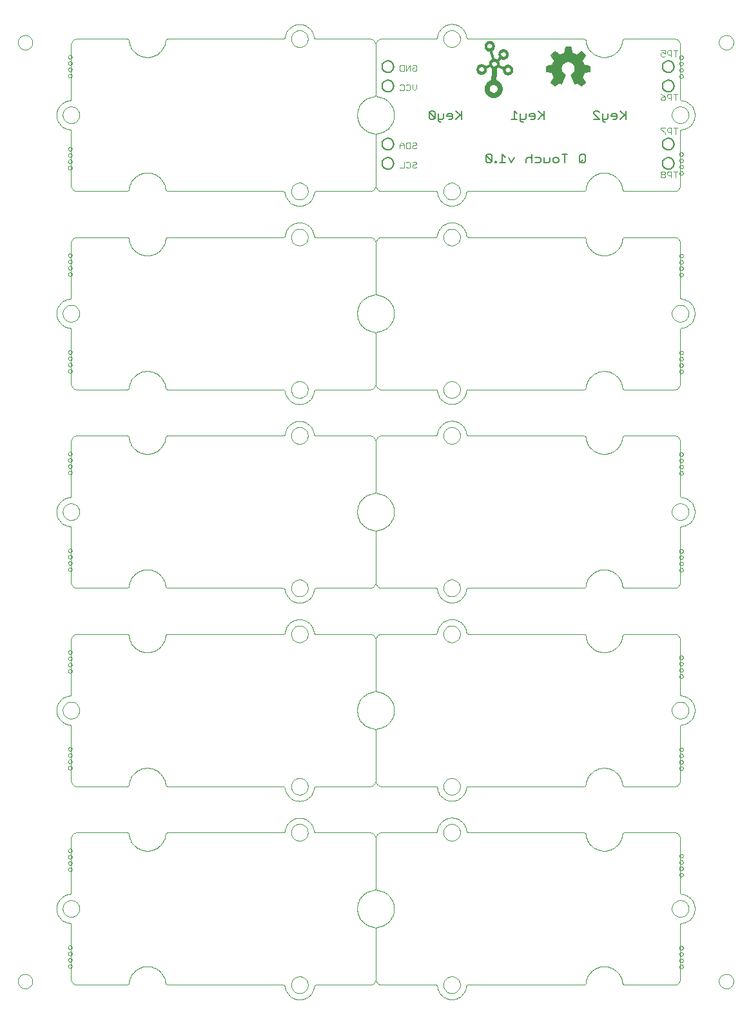
<source format=gbo>
G75*
G70*
%OFA0B0*%
%FSLAX24Y24*%
%IPPOS*%
%LPD*%
%AMOC8*
5,1,8,0,0,1.08239X$1,22.5*
%
%ADD10C,0.0060*%
%ADD11C,0.0000*%
%ADD12C,0.0050*%
%ADD13C,0.0040*%
%ADD14C,0.0010*%
%ADD15R,0.0040X0.0010*%
%ADD16R,0.0200X0.0010*%
%ADD17R,0.0270X0.0010*%
%ADD18R,0.0330X0.0010*%
%ADD19R,0.0380X0.0010*%
%ADD20R,0.0420X0.0010*%
%ADD21R,0.0460X0.0010*%
%ADD22R,0.0490X0.0010*%
%ADD23R,0.0520X0.0010*%
%ADD24R,0.0540X0.0010*%
%ADD25R,0.0570X0.0010*%
%ADD26R,0.0600X0.0010*%
%ADD27R,0.0620X0.0010*%
%ADD28R,0.0640X0.0010*%
%ADD29R,0.0660X0.0010*%
%ADD30R,0.0680X0.0010*%
%ADD31R,0.0700X0.0010*%
%ADD32R,0.0720X0.0010*%
%ADD33R,0.0730X0.0010*%
%ADD34R,0.0740X0.0010*%
%ADD35R,0.0760X0.0010*%
%ADD36R,0.0770X0.0010*%
%ADD37R,0.0780X0.0010*%
%ADD38R,0.0800X0.0010*%
%ADD39R,0.0390X0.0010*%
%ADD40R,0.0350X0.0010*%
%ADD41R,0.0340X0.0010*%
%ADD42R,0.0310X0.0010*%
%ADD43R,0.0300X0.0010*%
%ADD44R,0.0290X0.0010*%
%ADD45R,0.0280X0.0010*%
%ADD46R,0.0260X0.0010*%
%ADD47R,0.0250X0.0010*%
%ADD48R,0.0320X0.0010*%
%ADD49R,0.0820X0.0010*%
%ADD50R,0.0790X0.0010*%
%ADD51R,0.0710X0.0010*%
%ADD52R,0.0590X0.0010*%
%ADD53R,0.0480X0.0010*%
%ADD54R,0.0450X0.0010*%
%ADD55R,0.0410X0.0010*%
%ADD56R,0.0360X0.0010*%
%ADD57R,0.0140X0.0010*%
%ADD58R,0.0240X0.0010*%
%ADD59R,0.0190X0.0010*%
%ADD60R,0.0400X0.0010*%
%ADD61R,0.0430X0.0010*%
%ADD62R,0.0440X0.0010*%
%ADD63R,0.0210X0.0010*%
%ADD64R,0.0220X0.0010*%
%ADD65R,0.0180X0.0010*%
%ADD66R,0.0170X0.0010*%
%ADD67R,0.0160X0.0010*%
%ADD68R,0.0150X0.0010*%
%ADD69R,0.0130X0.0010*%
%ADD70R,0.0230X0.0010*%
%ADD71R,0.1150X0.0010*%
%ADD72R,0.1550X0.0010*%
%ADD73R,0.1810X0.0010*%
%ADD74R,0.1300X0.0010*%
%ADD75R,0.0370X0.0010*%
%ADD76R,0.0840X0.0010*%
%ADD77R,0.0810X0.0010*%
%ADD78R,0.0060X0.0010*%
%ADD79R,0.0070X0.0010*%
%ADD80R,0.0470X0.0010*%
%ADD81R,0.0120X0.0010*%
%ADD82R,0.0110X0.0010*%
%ADD83R,0.0080X0.0010*%
%ADD84R,0.0030X0.0010*%
D10*
X027487Y044097D02*
X027413Y044171D01*
X027413Y044464D01*
X027707Y044171D01*
X027634Y044097D01*
X027487Y044097D01*
X027707Y044171D02*
X027707Y044464D01*
X027634Y044538D01*
X027487Y044538D01*
X027413Y044464D01*
X027864Y044171D02*
X027864Y044097D01*
X027937Y044097D01*
X027937Y044171D01*
X027864Y044171D01*
X028104Y044097D02*
X028398Y044097D01*
X028251Y044097D02*
X028251Y044538D01*
X028398Y044391D01*
X028564Y044391D02*
X028711Y044097D01*
X028858Y044391D01*
X029485Y044318D02*
X029485Y044097D01*
X029485Y044318D02*
X029559Y044391D01*
X029705Y044391D01*
X029779Y044318D01*
X029946Y044391D02*
X030166Y044391D01*
X030239Y044318D01*
X030239Y044171D01*
X030166Y044097D01*
X029946Y044097D01*
X029779Y044097D02*
X029779Y044538D01*
X030406Y044391D02*
X030406Y044097D01*
X030626Y044097D01*
X030700Y044171D01*
X030700Y044391D01*
X030866Y044318D02*
X030940Y044391D01*
X031087Y044391D01*
X031160Y044318D01*
X031160Y044171D01*
X031087Y044097D01*
X030940Y044097D01*
X030866Y044171D01*
X030866Y044318D01*
X031327Y044538D02*
X031620Y044538D01*
X031474Y044538D02*
X031474Y044097D01*
X032248Y044097D02*
X032394Y044244D01*
X032248Y044171D02*
X032248Y044464D01*
X032321Y044538D01*
X032468Y044538D01*
X032541Y044464D01*
X032541Y044171D01*
X032468Y044097D01*
X032321Y044097D01*
X032248Y044171D01*
X032966Y046347D02*
X033260Y046347D01*
X032966Y046641D01*
X032966Y046714D01*
X033040Y046788D01*
X033187Y046788D01*
X033260Y046714D01*
X033427Y046641D02*
X033427Y046274D01*
X033500Y046201D01*
X033574Y046201D01*
X033647Y046347D02*
X033427Y046347D01*
X033647Y046347D02*
X033720Y046421D01*
X033720Y046641D01*
X033887Y046568D02*
X033887Y046494D01*
X034181Y046494D01*
X034181Y046421D02*
X034181Y046568D01*
X034107Y046641D01*
X033961Y046641D01*
X033887Y046568D01*
X033961Y046347D02*
X034107Y046347D01*
X034181Y046421D01*
X034348Y046347D02*
X034568Y046568D01*
X034641Y046494D02*
X034348Y046788D01*
X034641Y046788D02*
X034641Y046347D01*
X032531Y048257D02*
X032351Y048067D01*
X032111Y048237D01*
X032011Y048177D01*
X031811Y048627D01*
X031871Y048617D02*
X032021Y048217D01*
X032121Y048267D01*
X032321Y048117D01*
X032471Y048267D01*
X032321Y048517D01*
X032421Y048767D01*
X032721Y048867D01*
X032721Y048817D01*
X032721Y049067D01*
X032421Y049117D01*
X032321Y049417D01*
X032521Y049617D01*
X032371Y049767D01*
X032071Y049617D01*
X031771Y049767D01*
X031821Y049767D01*
X031771Y050017D01*
X031521Y050017D01*
X031521Y049717D01*
X031221Y049617D01*
X030971Y049767D01*
X030821Y049667D01*
X030971Y049367D01*
X030871Y049117D01*
X030571Y049067D01*
X030571Y048817D01*
X030871Y048817D01*
X030971Y048467D01*
X030821Y048267D01*
X030971Y048117D01*
X031171Y048267D01*
X031271Y048217D01*
X031471Y048617D01*
X031271Y048817D01*
X031271Y049067D01*
X031421Y049317D01*
X030951Y049317D01*
X030967Y049375D02*
X032335Y049375D01*
X032361Y049387D02*
X032541Y049647D01*
X032351Y049827D01*
X032091Y049647D01*
X032172Y049668D02*
X032471Y049668D01*
X032513Y049609D02*
X030850Y049609D01*
X030879Y049551D02*
X032455Y049551D01*
X032396Y049492D02*
X030909Y049492D01*
X030938Y049434D02*
X032338Y049434D01*
X032355Y049317D02*
X031823Y049317D01*
X031921Y049267D02*
X032071Y049017D01*
X031971Y048717D01*
X031871Y048617D01*
X031872Y048615D02*
X032360Y048615D01*
X032384Y048673D02*
X031927Y048673D01*
X031976Y048732D02*
X032407Y048732D01*
X032471Y048767D02*
X032771Y048817D01*
X032771Y049077D01*
X032471Y049137D01*
X032413Y049141D02*
X031997Y049141D01*
X032032Y049083D02*
X032628Y049083D01*
X032721Y049024D02*
X032067Y049024D01*
X032054Y048966D02*
X032721Y048966D01*
X032721Y048907D02*
X032035Y048907D01*
X032015Y048849D02*
X032666Y048849D01*
X032490Y048790D02*
X031996Y048790D01*
X031894Y048556D02*
X032337Y048556D01*
X032333Y048498D02*
X031916Y048498D01*
X031938Y048439D02*
X032368Y048439D01*
X032371Y048497D02*
X032531Y048257D01*
X032468Y048264D02*
X032126Y048264D01*
X032114Y048264D02*
X032004Y048264D01*
X031982Y048322D02*
X032438Y048322D01*
X032403Y048381D02*
X031960Y048381D01*
X032204Y048205D02*
X032409Y048205D01*
X032351Y048147D02*
X032282Y048147D01*
X031491Y048627D02*
X031301Y048177D01*
X031201Y048237D01*
X030961Y048067D01*
X030771Y048257D01*
X030941Y048497D01*
X030962Y048498D02*
X031411Y048498D01*
X031382Y048439D02*
X030950Y048439D01*
X030906Y048381D02*
X031353Y048381D01*
X031324Y048322D02*
X030862Y048322D01*
X030825Y048264D02*
X031167Y048264D01*
X031178Y048264D02*
X031294Y048264D01*
X031089Y048205D02*
X030883Y048205D01*
X030942Y048147D02*
X031011Y048147D01*
X030946Y048556D02*
X031441Y048556D01*
X031470Y048615D02*
X030929Y048615D01*
X030912Y048673D02*
X031415Y048673D01*
X031357Y048732D02*
X030896Y048732D01*
X030879Y048790D02*
X031298Y048790D01*
X031271Y048849D02*
X030571Y048849D01*
X030541Y048817D02*
X030841Y048767D01*
X030541Y048817D02*
X030541Y049077D01*
X030841Y049137D01*
X030881Y049141D02*
X031316Y049141D01*
X031280Y049083D02*
X030664Y049083D01*
X030571Y049024D02*
X031271Y049024D01*
X031271Y048966D02*
X030571Y048966D01*
X030571Y048907D02*
X031271Y048907D01*
X031351Y049200D02*
X030904Y049200D01*
X030928Y049258D02*
X031386Y049258D01*
X031421Y049317D02*
X031671Y049367D01*
X031971Y049267D01*
X031921Y049267D01*
X031927Y049258D02*
X032374Y049258D01*
X032394Y049200D02*
X031962Y049200D01*
X031811Y048637D02*
X031844Y048655D01*
X031874Y048676D01*
X031903Y048700D01*
X031929Y048727D01*
X031951Y048756D01*
X031971Y048788D01*
X031988Y048821D01*
X032001Y048856D01*
X032010Y048892D01*
X032016Y048929D01*
X032018Y048966D01*
X032016Y049003D01*
X032011Y049040D01*
X032001Y049076D01*
X031989Y049111D01*
X031972Y049145D01*
X031953Y049176D01*
X031930Y049206D01*
X031904Y049233D01*
X031876Y049257D01*
X031845Y049278D01*
X031813Y049296D01*
X031779Y049311D01*
X031743Y049322D01*
X031707Y049330D01*
X031670Y049334D01*
X031632Y049334D01*
X031595Y049330D01*
X031559Y049322D01*
X031523Y049311D01*
X031489Y049296D01*
X031457Y049278D01*
X031426Y049257D01*
X031398Y049233D01*
X031372Y049206D01*
X031349Y049176D01*
X031330Y049145D01*
X031313Y049111D01*
X031301Y049076D01*
X031291Y049040D01*
X031286Y049003D01*
X031284Y048966D01*
X031286Y048929D01*
X031292Y048892D01*
X031301Y048856D01*
X031314Y048821D01*
X031331Y048788D01*
X031351Y048756D01*
X031373Y048727D01*
X031399Y048700D01*
X031428Y048676D01*
X031458Y048655D01*
X031491Y048637D01*
X030941Y048497D02*
X030918Y048538D01*
X030897Y048581D01*
X030879Y048626D01*
X030864Y048671D01*
X030851Y048717D01*
X030841Y048764D01*
X030951Y049387D02*
X030771Y049647D01*
X030961Y049827D01*
X031221Y049647D01*
X031137Y049668D02*
X030822Y049668D01*
X030910Y049726D02*
X031039Y049726D01*
X031373Y049668D02*
X031970Y049668D01*
X031853Y049726D02*
X031521Y049726D01*
X031471Y049747D02*
X031521Y050067D01*
X031791Y050067D01*
X031841Y049747D01*
X031818Y049785D02*
X031521Y049785D01*
X031521Y049843D02*
X031806Y049843D01*
X031794Y049902D02*
X031521Y049902D01*
X031521Y049960D02*
X031783Y049960D01*
X032289Y049726D02*
X032412Y049726D01*
X032088Y049651D02*
X032043Y049676D01*
X031996Y049699D01*
X031948Y049718D01*
X031899Y049735D01*
X031849Y049748D01*
X032360Y049382D02*
X032387Y049335D01*
X032411Y049288D01*
X032432Y049239D01*
X032450Y049188D01*
X032464Y049137D01*
X032470Y048766D02*
X032457Y048710D01*
X032440Y048655D01*
X032419Y048602D01*
X032395Y048550D01*
X032367Y048500D01*
X031466Y049750D02*
X031414Y049736D01*
X031363Y049719D01*
X031313Y049699D01*
X031264Y049676D01*
X031217Y049649D01*
X030952Y049386D02*
X030923Y049339D01*
X030898Y049291D01*
X030876Y049241D01*
X030857Y049190D01*
X030842Y049138D01*
X030391Y046788D02*
X030391Y046347D01*
X030391Y046494D02*
X030098Y046788D01*
X029931Y046568D02*
X029857Y046641D01*
X029711Y046641D01*
X029637Y046568D01*
X029637Y046494D01*
X029931Y046494D01*
X029931Y046421D02*
X029931Y046568D01*
X029931Y046421D02*
X029857Y046347D01*
X029711Y046347D01*
X029470Y046421D02*
X029470Y046641D01*
X029470Y046421D02*
X029397Y046347D01*
X029177Y046347D01*
X029177Y046274D02*
X029250Y046201D01*
X029324Y046201D01*
X029177Y046274D02*
X029177Y046641D01*
X029010Y046641D02*
X028863Y046788D01*
X028863Y046347D01*
X029010Y046347D02*
X028716Y046347D01*
X030098Y046347D02*
X030318Y046568D01*
X026141Y046494D02*
X025848Y046788D01*
X025681Y046568D02*
X025681Y046421D01*
X025607Y046347D01*
X025461Y046347D01*
X025387Y046494D02*
X025681Y046494D01*
X025681Y046568D02*
X025607Y046641D01*
X025461Y046641D01*
X025387Y046568D01*
X025387Y046494D01*
X025220Y046421D02*
X025220Y046641D01*
X025220Y046421D02*
X025147Y046347D01*
X024927Y046347D01*
X024927Y046274D02*
X025000Y046201D01*
X025074Y046201D01*
X024927Y046274D02*
X024927Y046641D01*
X024760Y046714D02*
X024760Y046421D01*
X024466Y046714D01*
X024466Y046421D01*
X024540Y046347D01*
X024687Y046347D01*
X024760Y046421D01*
X024760Y046714D02*
X024687Y046788D01*
X024540Y046788D01*
X024466Y046714D01*
X025848Y046347D02*
X026068Y046568D01*
X026141Y046788D02*
X026141Y046347D01*
D11*
X003196Y001817D02*
X003198Y001856D01*
X003204Y001894D01*
X003214Y001931D01*
X003227Y001967D01*
X003245Y002002D01*
X003265Y002034D01*
X003289Y002065D01*
X003316Y002092D01*
X003346Y002117D01*
X003378Y002138D01*
X003412Y002157D01*
X003448Y002171D01*
X003485Y002182D01*
X003523Y002189D01*
X003561Y002192D01*
X003600Y002191D01*
X003638Y002186D01*
X003676Y002177D01*
X003712Y002164D01*
X003747Y002148D01*
X003780Y002128D01*
X003811Y002105D01*
X003840Y002079D01*
X003865Y002050D01*
X003887Y002018D01*
X003906Y001985D01*
X003922Y001949D01*
X003934Y001913D01*
X003942Y001875D01*
X003946Y001836D01*
X003946Y001798D01*
X003942Y001759D01*
X003934Y001721D01*
X003922Y001685D01*
X003906Y001649D01*
X003887Y001616D01*
X003865Y001584D01*
X003840Y001555D01*
X003811Y001529D01*
X003780Y001506D01*
X003747Y001486D01*
X003712Y001470D01*
X003676Y001457D01*
X003638Y001448D01*
X003600Y001443D01*
X003561Y001442D01*
X003523Y001445D01*
X003485Y001452D01*
X003448Y001463D01*
X003412Y001477D01*
X003378Y001496D01*
X003346Y001517D01*
X003316Y001542D01*
X003289Y001569D01*
X003265Y001600D01*
X003245Y001632D01*
X003227Y001667D01*
X003214Y001703D01*
X003204Y001740D01*
X003198Y001778D01*
X003196Y001817D01*
X005798Y002592D02*
X005800Y002611D01*
X005805Y002630D01*
X005815Y002646D01*
X005827Y002661D01*
X005842Y002673D01*
X005858Y002683D01*
X005877Y002688D01*
X005896Y002690D01*
X005915Y002688D01*
X005934Y002683D01*
X005950Y002673D01*
X005965Y002661D01*
X005977Y002646D01*
X005987Y002630D01*
X005992Y002611D01*
X005994Y002592D01*
X005992Y002573D01*
X005987Y002554D01*
X005977Y002538D01*
X005965Y002523D01*
X005950Y002511D01*
X005934Y002501D01*
X005915Y002496D01*
X005896Y002494D01*
X005877Y002496D01*
X005858Y002501D01*
X005842Y002511D01*
X005827Y002523D01*
X005815Y002538D01*
X005805Y002554D01*
X005800Y002573D01*
X005798Y002592D01*
X005798Y002917D02*
X005800Y002936D01*
X005805Y002955D01*
X005815Y002971D01*
X005827Y002986D01*
X005842Y002998D01*
X005858Y003008D01*
X005877Y003013D01*
X005896Y003015D01*
X005915Y003013D01*
X005934Y003008D01*
X005950Y002998D01*
X005965Y002986D01*
X005977Y002971D01*
X005987Y002955D01*
X005992Y002936D01*
X005994Y002917D01*
X005992Y002898D01*
X005987Y002879D01*
X005977Y002863D01*
X005965Y002848D01*
X005950Y002836D01*
X005934Y002826D01*
X005915Y002821D01*
X005896Y002819D01*
X005877Y002821D01*
X005858Y002826D01*
X005842Y002836D01*
X005827Y002848D01*
X005815Y002863D01*
X005805Y002879D01*
X005800Y002898D01*
X005798Y002917D01*
X005798Y003242D02*
X005800Y003261D01*
X005805Y003280D01*
X005815Y003296D01*
X005827Y003311D01*
X005842Y003323D01*
X005858Y003333D01*
X005877Y003338D01*
X005896Y003340D01*
X005915Y003338D01*
X005934Y003333D01*
X005950Y003323D01*
X005965Y003311D01*
X005977Y003296D01*
X005987Y003280D01*
X005992Y003261D01*
X005994Y003242D01*
X005992Y003223D01*
X005987Y003204D01*
X005977Y003188D01*
X005965Y003173D01*
X005950Y003161D01*
X005934Y003151D01*
X005915Y003146D01*
X005896Y003144D01*
X005877Y003146D01*
X005858Y003151D01*
X005842Y003161D01*
X005827Y003173D01*
X005815Y003188D01*
X005805Y003204D01*
X005800Y003223D01*
X005798Y003242D01*
X005798Y003567D02*
X005800Y003586D01*
X005805Y003605D01*
X005815Y003621D01*
X005827Y003636D01*
X005842Y003648D01*
X005858Y003658D01*
X005877Y003663D01*
X005896Y003665D01*
X005915Y003663D01*
X005934Y003658D01*
X005950Y003648D01*
X005965Y003636D01*
X005977Y003621D01*
X005987Y003605D01*
X005992Y003586D01*
X005994Y003567D01*
X005992Y003548D01*
X005987Y003529D01*
X005977Y003513D01*
X005965Y003498D01*
X005950Y003486D01*
X005934Y003476D01*
X005915Y003471D01*
X005896Y003469D01*
X005877Y003471D01*
X005858Y003476D01*
X005842Y003486D01*
X005827Y003498D01*
X005815Y003513D01*
X005805Y003529D01*
X005800Y003548D01*
X005798Y003567D01*
X005514Y005567D02*
X005516Y005608D01*
X005522Y005649D01*
X005532Y005689D01*
X005545Y005728D01*
X005562Y005765D01*
X005583Y005801D01*
X005607Y005835D01*
X005634Y005866D01*
X005663Y005894D01*
X005696Y005920D01*
X005730Y005942D01*
X005767Y005961D01*
X005805Y005976D01*
X005845Y005988D01*
X005885Y005996D01*
X005926Y006000D01*
X005968Y006000D01*
X006009Y005996D01*
X006049Y005988D01*
X006089Y005976D01*
X006127Y005961D01*
X006163Y005942D01*
X006198Y005920D01*
X006231Y005894D01*
X006260Y005866D01*
X006287Y005835D01*
X006311Y005801D01*
X006332Y005765D01*
X006349Y005728D01*
X006362Y005689D01*
X006372Y005649D01*
X006378Y005608D01*
X006380Y005567D01*
X006378Y005526D01*
X006372Y005485D01*
X006362Y005445D01*
X006349Y005406D01*
X006332Y005369D01*
X006311Y005333D01*
X006287Y005299D01*
X006260Y005268D01*
X006231Y005240D01*
X006198Y005214D01*
X006164Y005192D01*
X006127Y005173D01*
X006089Y005158D01*
X006049Y005146D01*
X006009Y005138D01*
X005968Y005134D01*
X005926Y005134D01*
X005885Y005138D01*
X005845Y005146D01*
X005805Y005158D01*
X005767Y005173D01*
X005731Y005192D01*
X005696Y005214D01*
X005663Y005240D01*
X005634Y005268D01*
X005607Y005299D01*
X005583Y005333D01*
X005562Y005369D01*
X005545Y005406D01*
X005532Y005445D01*
X005522Y005485D01*
X005516Y005526D01*
X005514Y005567D01*
X005798Y007592D02*
X005800Y007611D01*
X005805Y007630D01*
X005815Y007646D01*
X005827Y007661D01*
X005842Y007673D01*
X005858Y007683D01*
X005877Y007688D01*
X005896Y007690D01*
X005915Y007688D01*
X005934Y007683D01*
X005950Y007673D01*
X005965Y007661D01*
X005977Y007646D01*
X005987Y007630D01*
X005992Y007611D01*
X005994Y007592D01*
X005992Y007573D01*
X005987Y007554D01*
X005977Y007538D01*
X005965Y007523D01*
X005950Y007511D01*
X005934Y007501D01*
X005915Y007496D01*
X005896Y007494D01*
X005877Y007496D01*
X005858Y007501D01*
X005842Y007511D01*
X005827Y007523D01*
X005815Y007538D01*
X005805Y007554D01*
X005800Y007573D01*
X005798Y007592D01*
X005798Y007917D02*
X005800Y007936D01*
X005805Y007955D01*
X005815Y007971D01*
X005827Y007986D01*
X005842Y007998D01*
X005858Y008008D01*
X005877Y008013D01*
X005896Y008015D01*
X005915Y008013D01*
X005934Y008008D01*
X005950Y007998D01*
X005965Y007986D01*
X005977Y007971D01*
X005987Y007955D01*
X005992Y007936D01*
X005994Y007917D01*
X005992Y007898D01*
X005987Y007879D01*
X005977Y007863D01*
X005965Y007848D01*
X005950Y007836D01*
X005934Y007826D01*
X005915Y007821D01*
X005896Y007819D01*
X005877Y007821D01*
X005858Y007826D01*
X005842Y007836D01*
X005827Y007848D01*
X005815Y007863D01*
X005805Y007879D01*
X005800Y007898D01*
X005798Y007917D01*
X005798Y008242D02*
X005800Y008261D01*
X005805Y008280D01*
X005815Y008296D01*
X005827Y008311D01*
X005842Y008323D01*
X005858Y008333D01*
X005877Y008338D01*
X005896Y008340D01*
X005915Y008338D01*
X005934Y008333D01*
X005950Y008323D01*
X005965Y008311D01*
X005977Y008296D01*
X005987Y008280D01*
X005992Y008261D01*
X005994Y008242D01*
X005992Y008223D01*
X005987Y008204D01*
X005977Y008188D01*
X005965Y008173D01*
X005950Y008161D01*
X005934Y008151D01*
X005915Y008146D01*
X005896Y008144D01*
X005877Y008146D01*
X005858Y008151D01*
X005842Y008161D01*
X005827Y008173D01*
X005815Y008188D01*
X005805Y008204D01*
X005800Y008223D01*
X005798Y008242D01*
X005798Y008567D02*
X005800Y008586D01*
X005805Y008605D01*
X005815Y008621D01*
X005827Y008636D01*
X005842Y008648D01*
X005858Y008658D01*
X005877Y008663D01*
X005896Y008665D01*
X005915Y008663D01*
X005934Y008658D01*
X005950Y008648D01*
X005965Y008636D01*
X005977Y008621D01*
X005987Y008605D01*
X005992Y008586D01*
X005994Y008567D01*
X005992Y008548D01*
X005987Y008529D01*
X005977Y008513D01*
X005965Y008498D01*
X005950Y008486D01*
X005934Y008476D01*
X005915Y008471D01*
X005896Y008469D01*
X005877Y008471D01*
X005858Y008476D01*
X005842Y008486D01*
X005827Y008498D01*
X005815Y008513D01*
X005805Y008529D01*
X005800Y008548D01*
X005798Y008567D01*
X005798Y012842D02*
X005800Y012861D01*
X005805Y012880D01*
X005815Y012896D01*
X005827Y012911D01*
X005842Y012923D01*
X005858Y012933D01*
X005877Y012938D01*
X005896Y012940D01*
X005915Y012938D01*
X005934Y012933D01*
X005950Y012923D01*
X005965Y012911D01*
X005977Y012896D01*
X005987Y012880D01*
X005992Y012861D01*
X005994Y012842D01*
X005992Y012823D01*
X005987Y012804D01*
X005977Y012788D01*
X005965Y012773D01*
X005950Y012761D01*
X005934Y012751D01*
X005915Y012746D01*
X005896Y012744D01*
X005877Y012746D01*
X005858Y012751D01*
X005842Y012761D01*
X005827Y012773D01*
X005815Y012788D01*
X005805Y012804D01*
X005800Y012823D01*
X005798Y012842D01*
X005798Y013167D02*
X005800Y013186D01*
X005805Y013205D01*
X005815Y013221D01*
X005827Y013236D01*
X005842Y013248D01*
X005858Y013258D01*
X005877Y013263D01*
X005896Y013265D01*
X005915Y013263D01*
X005934Y013258D01*
X005950Y013248D01*
X005965Y013236D01*
X005977Y013221D01*
X005987Y013205D01*
X005992Y013186D01*
X005994Y013167D01*
X005992Y013148D01*
X005987Y013129D01*
X005977Y013113D01*
X005965Y013098D01*
X005950Y013086D01*
X005934Y013076D01*
X005915Y013071D01*
X005896Y013069D01*
X005877Y013071D01*
X005858Y013076D01*
X005842Y013086D01*
X005827Y013098D01*
X005815Y013113D01*
X005805Y013129D01*
X005800Y013148D01*
X005798Y013167D01*
X005798Y013492D02*
X005800Y013511D01*
X005805Y013530D01*
X005815Y013546D01*
X005827Y013561D01*
X005842Y013573D01*
X005858Y013583D01*
X005877Y013588D01*
X005896Y013590D01*
X005915Y013588D01*
X005934Y013583D01*
X005950Y013573D01*
X005965Y013561D01*
X005977Y013546D01*
X005987Y013530D01*
X005992Y013511D01*
X005994Y013492D01*
X005992Y013473D01*
X005987Y013454D01*
X005977Y013438D01*
X005965Y013423D01*
X005950Y013411D01*
X005934Y013401D01*
X005915Y013396D01*
X005896Y013394D01*
X005877Y013396D01*
X005858Y013401D01*
X005842Y013411D01*
X005827Y013423D01*
X005815Y013438D01*
X005805Y013454D01*
X005800Y013473D01*
X005798Y013492D01*
X005798Y013817D02*
X005800Y013836D01*
X005805Y013855D01*
X005815Y013871D01*
X005827Y013886D01*
X005842Y013898D01*
X005858Y013908D01*
X005877Y013913D01*
X005896Y013915D01*
X005915Y013913D01*
X005934Y013908D01*
X005950Y013898D01*
X005965Y013886D01*
X005977Y013871D01*
X005987Y013855D01*
X005992Y013836D01*
X005994Y013817D01*
X005992Y013798D01*
X005987Y013779D01*
X005977Y013763D01*
X005965Y013748D01*
X005950Y013736D01*
X005934Y013726D01*
X005915Y013721D01*
X005896Y013719D01*
X005877Y013721D01*
X005858Y013726D01*
X005842Y013736D01*
X005827Y013748D01*
X005815Y013763D01*
X005805Y013779D01*
X005800Y013798D01*
X005798Y013817D01*
X005514Y015817D02*
X005516Y015858D01*
X005522Y015899D01*
X005532Y015939D01*
X005545Y015978D01*
X005562Y016015D01*
X005583Y016051D01*
X005607Y016085D01*
X005634Y016116D01*
X005663Y016144D01*
X005696Y016170D01*
X005730Y016192D01*
X005767Y016211D01*
X005805Y016226D01*
X005845Y016238D01*
X005885Y016246D01*
X005926Y016250D01*
X005968Y016250D01*
X006009Y016246D01*
X006049Y016238D01*
X006089Y016226D01*
X006127Y016211D01*
X006163Y016192D01*
X006198Y016170D01*
X006231Y016144D01*
X006260Y016116D01*
X006287Y016085D01*
X006311Y016051D01*
X006332Y016015D01*
X006349Y015978D01*
X006362Y015939D01*
X006372Y015899D01*
X006378Y015858D01*
X006380Y015817D01*
X006378Y015776D01*
X006372Y015735D01*
X006362Y015695D01*
X006349Y015656D01*
X006332Y015619D01*
X006311Y015583D01*
X006287Y015549D01*
X006260Y015518D01*
X006231Y015490D01*
X006198Y015464D01*
X006164Y015442D01*
X006127Y015423D01*
X006089Y015408D01*
X006049Y015396D01*
X006009Y015388D01*
X005968Y015384D01*
X005926Y015384D01*
X005885Y015388D01*
X005845Y015396D01*
X005805Y015408D01*
X005767Y015423D01*
X005731Y015442D01*
X005696Y015464D01*
X005663Y015490D01*
X005634Y015518D01*
X005607Y015549D01*
X005583Y015583D01*
X005562Y015619D01*
X005545Y015656D01*
X005532Y015695D01*
X005522Y015735D01*
X005516Y015776D01*
X005514Y015817D01*
X005798Y017842D02*
X005800Y017861D01*
X005805Y017880D01*
X005815Y017896D01*
X005827Y017911D01*
X005842Y017923D01*
X005858Y017933D01*
X005877Y017938D01*
X005896Y017940D01*
X005915Y017938D01*
X005934Y017933D01*
X005950Y017923D01*
X005965Y017911D01*
X005977Y017896D01*
X005987Y017880D01*
X005992Y017861D01*
X005994Y017842D01*
X005992Y017823D01*
X005987Y017804D01*
X005977Y017788D01*
X005965Y017773D01*
X005950Y017761D01*
X005934Y017751D01*
X005915Y017746D01*
X005896Y017744D01*
X005877Y017746D01*
X005858Y017751D01*
X005842Y017761D01*
X005827Y017773D01*
X005815Y017788D01*
X005805Y017804D01*
X005800Y017823D01*
X005798Y017842D01*
X005798Y018167D02*
X005800Y018186D01*
X005805Y018205D01*
X005815Y018221D01*
X005827Y018236D01*
X005842Y018248D01*
X005858Y018258D01*
X005877Y018263D01*
X005896Y018265D01*
X005915Y018263D01*
X005934Y018258D01*
X005950Y018248D01*
X005965Y018236D01*
X005977Y018221D01*
X005987Y018205D01*
X005992Y018186D01*
X005994Y018167D01*
X005992Y018148D01*
X005987Y018129D01*
X005977Y018113D01*
X005965Y018098D01*
X005950Y018086D01*
X005934Y018076D01*
X005915Y018071D01*
X005896Y018069D01*
X005877Y018071D01*
X005858Y018076D01*
X005842Y018086D01*
X005827Y018098D01*
X005815Y018113D01*
X005805Y018129D01*
X005800Y018148D01*
X005798Y018167D01*
X005798Y018492D02*
X005800Y018511D01*
X005805Y018530D01*
X005815Y018546D01*
X005827Y018561D01*
X005842Y018573D01*
X005858Y018583D01*
X005877Y018588D01*
X005896Y018590D01*
X005915Y018588D01*
X005934Y018583D01*
X005950Y018573D01*
X005965Y018561D01*
X005977Y018546D01*
X005987Y018530D01*
X005992Y018511D01*
X005994Y018492D01*
X005992Y018473D01*
X005987Y018454D01*
X005977Y018438D01*
X005965Y018423D01*
X005950Y018411D01*
X005934Y018401D01*
X005915Y018396D01*
X005896Y018394D01*
X005877Y018396D01*
X005858Y018401D01*
X005842Y018411D01*
X005827Y018423D01*
X005815Y018438D01*
X005805Y018454D01*
X005800Y018473D01*
X005798Y018492D01*
X005798Y018817D02*
X005800Y018836D01*
X005805Y018855D01*
X005815Y018871D01*
X005827Y018886D01*
X005842Y018898D01*
X005858Y018908D01*
X005877Y018913D01*
X005896Y018915D01*
X005915Y018913D01*
X005934Y018908D01*
X005950Y018898D01*
X005965Y018886D01*
X005977Y018871D01*
X005987Y018855D01*
X005992Y018836D01*
X005994Y018817D01*
X005992Y018798D01*
X005987Y018779D01*
X005977Y018763D01*
X005965Y018748D01*
X005950Y018736D01*
X005934Y018726D01*
X005915Y018721D01*
X005896Y018719D01*
X005877Y018721D01*
X005858Y018726D01*
X005842Y018736D01*
X005827Y018748D01*
X005815Y018763D01*
X005805Y018779D01*
X005800Y018798D01*
X005798Y018817D01*
X005798Y023092D02*
X005800Y023111D01*
X005805Y023130D01*
X005815Y023146D01*
X005827Y023161D01*
X005842Y023173D01*
X005858Y023183D01*
X005877Y023188D01*
X005896Y023190D01*
X005915Y023188D01*
X005934Y023183D01*
X005950Y023173D01*
X005965Y023161D01*
X005977Y023146D01*
X005987Y023130D01*
X005992Y023111D01*
X005994Y023092D01*
X005992Y023073D01*
X005987Y023054D01*
X005977Y023038D01*
X005965Y023023D01*
X005950Y023011D01*
X005934Y023001D01*
X005915Y022996D01*
X005896Y022994D01*
X005877Y022996D01*
X005858Y023001D01*
X005842Y023011D01*
X005827Y023023D01*
X005815Y023038D01*
X005805Y023054D01*
X005800Y023073D01*
X005798Y023092D01*
X005798Y023417D02*
X005800Y023436D01*
X005805Y023455D01*
X005815Y023471D01*
X005827Y023486D01*
X005842Y023498D01*
X005858Y023508D01*
X005877Y023513D01*
X005896Y023515D01*
X005915Y023513D01*
X005934Y023508D01*
X005950Y023498D01*
X005965Y023486D01*
X005977Y023471D01*
X005987Y023455D01*
X005992Y023436D01*
X005994Y023417D01*
X005992Y023398D01*
X005987Y023379D01*
X005977Y023363D01*
X005965Y023348D01*
X005950Y023336D01*
X005934Y023326D01*
X005915Y023321D01*
X005896Y023319D01*
X005877Y023321D01*
X005858Y023326D01*
X005842Y023336D01*
X005827Y023348D01*
X005815Y023363D01*
X005805Y023379D01*
X005800Y023398D01*
X005798Y023417D01*
X005798Y023742D02*
X005800Y023761D01*
X005805Y023780D01*
X005815Y023796D01*
X005827Y023811D01*
X005842Y023823D01*
X005858Y023833D01*
X005877Y023838D01*
X005896Y023840D01*
X005915Y023838D01*
X005934Y023833D01*
X005950Y023823D01*
X005965Y023811D01*
X005977Y023796D01*
X005987Y023780D01*
X005992Y023761D01*
X005994Y023742D01*
X005992Y023723D01*
X005987Y023704D01*
X005977Y023688D01*
X005965Y023673D01*
X005950Y023661D01*
X005934Y023651D01*
X005915Y023646D01*
X005896Y023644D01*
X005877Y023646D01*
X005858Y023651D01*
X005842Y023661D01*
X005827Y023673D01*
X005815Y023688D01*
X005805Y023704D01*
X005800Y023723D01*
X005798Y023742D01*
X005798Y024067D02*
X005800Y024086D01*
X005805Y024105D01*
X005815Y024121D01*
X005827Y024136D01*
X005842Y024148D01*
X005858Y024158D01*
X005877Y024163D01*
X005896Y024165D01*
X005915Y024163D01*
X005934Y024158D01*
X005950Y024148D01*
X005965Y024136D01*
X005977Y024121D01*
X005987Y024105D01*
X005992Y024086D01*
X005994Y024067D01*
X005992Y024048D01*
X005987Y024029D01*
X005977Y024013D01*
X005965Y023998D01*
X005950Y023986D01*
X005934Y023976D01*
X005915Y023971D01*
X005896Y023969D01*
X005877Y023971D01*
X005858Y023976D01*
X005842Y023986D01*
X005827Y023998D01*
X005815Y024013D01*
X005805Y024029D01*
X005800Y024048D01*
X005798Y024067D01*
X005514Y026067D02*
X005516Y026108D01*
X005522Y026149D01*
X005532Y026189D01*
X005545Y026228D01*
X005562Y026265D01*
X005583Y026301D01*
X005607Y026335D01*
X005634Y026366D01*
X005663Y026394D01*
X005696Y026420D01*
X005730Y026442D01*
X005767Y026461D01*
X005805Y026476D01*
X005845Y026488D01*
X005885Y026496D01*
X005926Y026500D01*
X005968Y026500D01*
X006009Y026496D01*
X006049Y026488D01*
X006089Y026476D01*
X006127Y026461D01*
X006163Y026442D01*
X006198Y026420D01*
X006231Y026394D01*
X006260Y026366D01*
X006287Y026335D01*
X006311Y026301D01*
X006332Y026265D01*
X006349Y026228D01*
X006362Y026189D01*
X006372Y026149D01*
X006378Y026108D01*
X006380Y026067D01*
X006378Y026026D01*
X006372Y025985D01*
X006362Y025945D01*
X006349Y025906D01*
X006332Y025869D01*
X006311Y025833D01*
X006287Y025799D01*
X006260Y025768D01*
X006231Y025740D01*
X006198Y025714D01*
X006164Y025692D01*
X006127Y025673D01*
X006089Y025658D01*
X006049Y025646D01*
X006009Y025638D01*
X005968Y025634D01*
X005926Y025634D01*
X005885Y025638D01*
X005845Y025646D01*
X005805Y025658D01*
X005767Y025673D01*
X005731Y025692D01*
X005696Y025714D01*
X005663Y025740D01*
X005634Y025768D01*
X005607Y025799D01*
X005583Y025833D01*
X005562Y025869D01*
X005545Y025906D01*
X005532Y025945D01*
X005522Y025985D01*
X005516Y026026D01*
X005514Y026067D01*
X005798Y028092D02*
X005800Y028111D01*
X005805Y028130D01*
X005815Y028146D01*
X005827Y028161D01*
X005842Y028173D01*
X005858Y028183D01*
X005877Y028188D01*
X005896Y028190D01*
X005915Y028188D01*
X005934Y028183D01*
X005950Y028173D01*
X005965Y028161D01*
X005977Y028146D01*
X005987Y028130D01*
X005992Y028111D01*
X005994Y028092D01*
X005992Y028073D01*
X005987Y028054D01*
X005977Y028038D01*
X005965Y028023D01*
X005950Y028011D01*
X005934Y028001D01*
X005915Y027996D01*
X005896Y027994D01*
X005877Y027996D01*
X005858Y028001D01*
X005842Y028011D01*
X005827Y028023D01*
X005815Y028038D01*
X005805Y028054D01*
X005800Y028073D01*
X005798Y028092D01*
X005798Y028417D02*
X005800Y028436D01*
X005805Y028455D01*
X005815Y028471D01*
X005827Y028486D01*
X005842Y028498D01*
X005858Y028508D01*
X005877Y028513D01*
X005896Y028515D01*
X005915Y028513D01*
X005934Y028508D01*
X005950Y028498D01*
X005965Y028486D01*
X005977Y028471D01*
X005987Y028455D01*
X005992Y028436D01*
X005994Y028417D01*
X005992Y028398D01*
X005987Y028379D01*
X005977Y028363D01*
X005965Y028348D01*
X005950Y028336D01*
X005934Y028326D01*
X005915Y028321D01*
X005896Y028319D01*
X005877Y028321D01*
X005858Y028326D01*
X005842Y028336D01*
X005827Y028348D01*
X005815Y028363D01*
X005805Y028379D01*
X005800Y028398D01*
X005798Y028417D01*
X005798Y028742D02*
X005800Y028761D01*
X005805Y028780D01*
X005815Y028796D01*
X005827Y028811D01*
X005842Y028823D01*
X005858Y028833D01*
X005877Y028838D01*
X005896Y028840D01*
X005915Y028838D01*
X005934Y028833D01*
X005950Y028823D01*
X005965Y028811D01*
X005977Y028796D01*
X005987Y028780D01*
X005992Y028761D01*
X005994Y028742D01*
X005992Y028723D01*
X005987Y028704D01*
X005977Y028688D01*
X005965Y028673D01*
X005950Y028661D01*
X005934Y028651D01*
X005915Y028646D01*
X005896Y028644D01*
X005877Y028646D01*
X005858Y028651D01*
X005842Y028661D01*
X005827Y028673D01*
X005815Y028688D01*
X005805Y028704D01*
X005800Y028723D01*
X005798Y028742D01*
X005798Y029067D02*
X005800Y029086D01*
X005805Y029105D01*
X005815Y029121D01*
X005827Y029136D01*
X005842Y029148D01*
X005858Y029158D01*
X005877Y029163D01*
X005896Y029165D01*
X005915Y029163D01*
X005934Y029158D01*
X005950Y029148D01*
X005965Y029136D01*
X005977Y029121D01*
X005987Y029105D01*
X005992Y029086D01*
X005994Y029067D01*
X005992Y029048D01*
X005987Y029029D01*
X005977Y029013D01*
X005965Y028998D01*
X005950Y028986D01*
X005934Y028976D01*
X005915Y028971D01*
X005896Y028969D01*
X005877Y028971D01*
X005858Y028976D01*
X005842Y028986D01*
X005827Y028998D01*
X005815Y029013D01*
X005805Y029029D01*
X005800Y029048D01*
X005798Y029067D01*
X005798Y033342D02*
X005800Y033361D01*
X005805Y033380D01*
X005815Y033396D01*
X005827Y033411D01*
X005842Y033423D01*
X005858Y033433D01*
X005877Y033438D01*
X005896Y033440D01*
X005915Y033438D01*
X005934Y033433D01*
X005950Y033423D01*
X005965Y033411D01*
X005977Y033396D01*
X005987Y033380D01*
X005992Y033361D01*
X005994Y033342D01*
X005992Y033323D01*
X005987Y033304D01*
X005977Y033288D01*
X005965Y033273D01*
X005950Y033261D01*
X005934Y033251D01*
X005915Y033246D01*
X005896Y033244D01*
X005877Y033246D01*
X005858Y033251D01*
X005842Y033261D01*
X005827Y033273D01*
X005815Y033288D01*
X005805Y033304D01*
X005800Y033323D01*
X005798Y033342D01*
X005798Y033667D02*
X005800Y033686D01*
X005805Y033705D01*
X005815Y033721D01*
X005827Y033736D01*
X005842Y033748D01*
X005858Y033758D01*
X005877Y033763D01*
X005896Y033765D01*
X005915Y033763D01*
X005934Y033758D01*
X005950Y033748D01*
X005965Y033736D01*
X005977Y033721D01*
X005987Y033705D01*
X005992Y033686D01*
X005994Y033667D01*
X005992Y033648D01*
X005987Y033629D01*
X005977Y033613D01*
X005965Y033598D01*
X005950Y033586D01*
X005934Y033576D01*
X005915Y033571D01*
X005896Y033569D01*
X005877Y033571D01*
X005858Y033576D01*
X005842Y033586D01*
X005827Y033598D01*
X005815Y033613D01*
X005805Y033629D01*
X005800Y033648D01*
X005798Y033667D01*
X005798Y033992D02*
X005800Y034011D01*
X005805Y034030D01*
X005815Y034046D01*
X005827Y034061D01*
X005842Y034073D01*
X005858Y034083D01*
X005877Y034088D01*
X005896Y034090D01*
X005915Y034088D01*
X005934Y034083D01*
X005950Y034073D01*
X005965Y034061D01*
X005977Y034046D01*
X005987Y034030D01*
X005992Y034011D01*
X005994Y033992D01*
X005992Y033973D01*
X005987Y033954D01*
X005977Y033938D01*
X005965Y033923D01*
X005950Y033911D01*
X005934Y033901D01*
X005915Y033896D01*
X005896Y033894D01*
X005877Y033896D01*
X005858Y033901D01*
X005842Y033911D01*
X005827Y033923D01*
X005815Y033938D01*
X005805Y033954D01*
X005800Y033973D01*
X005798Y033992D01*
X005798Y034317D02*
X005800Y034336D01*
X005805Y034355D01*
X005815Y034371D01*
X005827Y034386D01*
X005842Y034398D01*
X005858Y034408D01*
X005877Y034413D01*
X005896Y034415D01*
X005915Y034413D01*
X005934Y034408D01*
X005950Y034398D01*
X005965Y034386D01*
X005977Y034371D01*
X005987Y034355D01*
X005992Y034336D01*
X005994Y034317D01*
X005992Y034298D01*
X005987Y034279D01*
X005977Y034263D01*
X005965Y034248D01*
X005950Y034236D01*
X005934Y034226D01*
X005915Y034221D01*
X005896Y034219D01*
X005877Y034221D01*
X005858Y034226D01*
X005842Y034236D01*
X005827Y034248D01*
X005815Y034263D01*
X005805Y034279D01*
X005800Y034298D01*
X005798Y034317D01*
X005514Y036317D02*
X005516Y036358D01*
X005522Y036399D01*
X005532Y036439D01*
X005545Y036478D01*
X005562Y036515D01*
X005583Y036551D01*
X005607Y036585D01*
X005634Y036616D01*
X005663Y036644D01*
X005696Y036670D01*
X005730Y036692D01*
X005767Y036711D01*
X005805Y036726D01*
X005845Y036738D01*
X005885Y036746D01*
X005926Y036750D01*
X005968Y036750D01*
X006009Y036746D01*
X006049Y036738D01*
X006089Y036726D01*
X006127Y036711D01*
X006163Y036692D01*
X006198Y036670D01*
X006231Y036644D01*
X006260Y036616D01*
X006287Y036585D01*
X006311Y036551D01*
X006332Y036515D01*
X006349Y036478D01*
X006362Y036439D01*
X006372Y036399D01*
X006378Y036358D01*
X006380Y036317D01*
X006378Y036276D01*
X006372Y036235D01*
X006362Y036195D01*
X006349Y036156D01*
X006332Y036119D01*
X006311Y036083D01*
X006287Y036049D01*
X006260Y036018D01*
X006231Y035990D01*
X006198Y035964D01*
X006164Y035942D01*
X006127Y035923D01*
X006089Y035908D01*
X006049Y035896D01*
X006009Y035888D01*
X005968Y035884D01*
X005926Y035884D01*
X005885Y035888D01*
X005845Y035896D01*
X005805Y035908D01*
X005767Y035923D01*
X005731Y035942D01*
X005696Y035964D01*
X005663Y035990D01*
X005634Y036018D01*
X005607Y036049D01*
X005583Y036083D01*
X005562Y036119D01*
X005545Y036156D01*
X005532Y036195D01*
X005522Y036235D01*
X005516Y036276D01*
X005514Y036317D01*
X005798Y038342D02*
X005800Y038361D01*
X005805Y038380D01*
X005815Y038396D01*
X005827Y038411D01*
X005842Y038423D01*
X005858Y038433D01*
X005877Y038438D01*
X005896Y038440D01*
X005915Y038438D01*
X005934Y038433D01*
X005950Y038423D01*
X005965Y038411D01*
X005977Y038396D01*
X005987Y038380D01*
X005992Y038361D01*
X005994Y038342D01*
X005992Y038323D01*
X005987Y038304D01*
X005977Y038288D01*
X005965Y038273D01*
X005950Y038261D01*
X005934Y038251D01*
X005915Y038246D01*
X005896Y038244D01*
X005877Y038246D01*
X005858Y038251D01*
X005842Y038261D01*
X005827Y038273D01*
X005815Y038288D01*
X005805Y038304D01*
X005800Y038323D01*
X005798Y038342D01*
X005798Y038667D02*
X005800Y038686D01*
X005805Y038705D01*
X005815Y038721D01*
X005827Y038736D01*
X005842Y038748D01*
X005858Y038758D01*
X005877Y038763D01*
X005896Y038765D01*
X005915Y038763D01*
X005934Y038758D01*
X005950Y038748D01*
X005965Y038736D01*
X005977Y038721D01*
X005987Y038705D01*
X005992Y038686D01*
X005994Y038667D01*
X005992Y038648D01*
X005987Y038629D01*
X005977Y038613D01*
X005965Y038598D01*
X005950Y038586D01*
X005934Y038576D01*
X005915Y038571D01*
X005896Y038569D01*
X005877Y038571D01*
X005858Y038576D01*
X005842Y038586D01*
X005827Y038598D01*
X005815Y038613D01*
X005805Y038629D01*
X005800Y038648D01*
X005798Y038667D01*
X005798Y038992D02*
X005800Y039011D01*
X005805Y039030D01*
X005815Y039046D01*
X005827Y039061D01*
X005842Y039073D01*
X005858Y039083D01*
X005877Y039088D01*
X005896Y039090D01*
X005915Y039088D01*
X005934Y039083D01*
X005950Y039073D01*
X005965Y039061D01*
X005977Y039046D01*
X005987Y039030D01*
X005992Y039011D01*
X005994Y038992D01*
X005992Y038973D01*
X005987Y038954D01*
X005977Y038938D01*
X005965Y038923D01*
X005950Y038911D01*
X005934Y038901D01*
X005915Y038896D01*
X005896Y038894D01*
X005877Y038896D01*
X005858Y038901D01*
X005842Y038911D01*
X005827Y038923D01*
X005815Y038938D01*
X005805Y038954D01*
X005800Y038973D01*
X005798Y038992D01*
X005798Y039317D02*
X005800Y039336D01*
X005805Y039355D01*
X005815Y039371D01*
X005827Y039386D01*
X005842Y039398D01*
X005858Y039408D01*
X005877Y039413D01*
X005896Y039415D01*
X005915Y039413D01*
X005934Y039408D01*
X005950Y039398D01*
X005965Y039386D01*
X005977Y039371D01*
X005987Y039355D01*
X005992Y039336D01*
X005994Y039317D01*
X005992Y039298D01*
X005987Y039279D01*
X005977Y039263D01*
X005965Y039248D01*
X005950Y039236D01*
X005934Y039226D01*
X005915Y039221D01*
X005896Y039219D01*
X005877Y039221D01*
X005858Y039226D01*
X005842Y039236D01*
X005827Y039248D01*
X005815Y039263D01*
X005805Y039279D01*
X005800Y039298D01*
X005798Y039317D01*
X005798Y043842D02*
X005800Y043861D01*
X005805Y043880D01*
X005815Y043896D01*
X005827Y043911D01*
X005842Y043923D01*
X005858Y043933D01*
X005877Y043938D01*
X005896Y043940D01*
X005915Y043938D01*
X005934Y043933D01*
X005950Y043923D01*
X005965Y043911D01*
X005977Y043896D01*
X005987Y043880D01*
X005992Y043861D01*
X005994Y043842D01*
X005992Y043823D01*
X005987Y043804D01*
X005977Y043788D01*
X005965Y043773D01*
X005950Y043761D01*
X005934Y043751D01*
X005915Y043746D01*
X005896Y043744D01*
X005877Y043746D01*
X005858Y043751D01*
X005842Y043761D01*
X005827Y043773D01*
X005815Y043788D01*
X005805Y043804D01*
X005800Y043823D01*
X005798Y043842D01*
X005798Y044167D02*
X005800Y044186D01*
X005805Y044205D01*
X005815Y044221D01*
X005827Y044236D01*
X005842Y044248D01*
X005858Y044258D01*
X005877Y044263D01*
X005896Y044265D01*
X005915Y044263D01*
X005934Y044258D01*
X005950Y044248D01*
X005965Y044236D01*
X005977Y044221D01*
X005987Y044205D01*
X005992Y044186D01*
X005994Y044167D01*
X005992Y044148D01*
X005987Y044129D01*
X005977Y044113D01*
X005965Y044098D01*
X005950Y044086D01*
X005934Y044076D01*
X005915Y044071D01*
X005896Y044069D01*
X005877Y044071D01*
X005858Y044076D01*
X005842Y044086D01*
X005827Y044098D01*
X005815Y044113D01*
X005805Y044129D01*
X005800Y044148D01*
X005798Y044167D01*
X005798Y044492D02*
X005800Y044511D01*
X005805Y044530D01*
X005815Y044546D01*
X005827Y044561D01*
X005842Y044573D01*
X005858Y044583D01*
X005877Y044588D01*
X005896Y044590D01*
X005915Y044588D01*
X005934Y044583D01*
X005950Y044573D01*
X005965Y044561D01*
X005977Y044546D01*
X005987Y044530D01*
X005992Y044511D01*
X005994Y044492D01*
X005992Y044473D01*
X005987Y044454D01*
X005977Y044438D01*
X005965Y044423D01*
X005950Y044411D01*
X005934Y044401D01*
X005915Y044396D01*
X005896Y044394D01*
X005877Y044396D01*
X005858Y044401D01*
X005842Y044411D01*
X005827Y044423D01*
X005815Y044438D01*
X005805Y044454D01*
X005800Y044473D01*
X005798Y044492D01*
X005798Y044817D02*
X005800Y044836D01*
X005805Y044855D01*
X005815Y044871D01*
X005827Y044886D01*
X005842Y044898D01*
X005858Y044908D01*
X005877Y044913D01*
X005896Y044915D01*
X005915Y044913D01*
X005934Y044908D01*
X005950Y044898D01*
X005965Y044886D01*
X005977Y044871D01*
X005987Y044855D01*
X005992Y044836D01*
X005994Y044817D01*
X005992Y044798D01*
X005987Y044779D01*
X005977Y044763D01*
X005965Y044748D01*
X005950Y044736D01*
X005934Y044726D01*
X005915Y044721D01*
X005896Y044719D01*
X005877Y044721D01*
X005858Y044726D01*
X005842Y044736D01*
X005827Y044748D01*
X005815Y044763D01*
X005805Y044779D01*
X005800Y044798D01*
X005798Y044817D01*
X005514Y046567D02*
X005516Y046608D01*
X005522Y046649D01*
X005532Y046689D01*
X005545Y046728D01*
X005562Y046765D01*
X005583Y046801D01*
X005607Y046835D01*
X005634Y046866D01*
X005663Y046894D01*
X005696Y046920D01*
X005730Y046942D01*
X005767Y046961D01*
X005805Y046976D01*
X005845Y046988D01*
X005885Y046996D01*
X005926Y047000D01*
X005968Y047000D01*
X006009Y046996D01*
X006049Y046988D01*
X006089Y046976D01*
X006127Y046961D01*
X006163Y046942D01*
X006198Y046920D01*
X006231Y046894D01*
X006260Y046866D01*
X006287Y046835D01*
X006311Y046801D01*
X006332Y046765D01*
X006349Y046728D01*
X006362Y046689D01*
X006372Y046649D01*
X006378Y046608D01*
X006380Y046567D01*
X006378Y046526D01*
X006372Y046485D01*
X006362Y046445D01*
X006349Y046406D01*
X006332Y046369D01*
X006311Y046333D01*
X006287Y046299D01*
X006260Y046268D01*
X006231Y046240D01*
X006198Y046214D01*
X006164Y046192D01*
X006127Y046173D01*
X006089Y046158D01*
X006049Y046146D01*
X006009Y046138D01*
X005968Y046134D01*
X005926Y046134D01*
X005885Y046138D01*
X005845Y046146D01*
X005805Y046158D01*
X005767Y046173D01*
X005731Y046192D01*
X005696Y046214D01*
X005663Y046240D01*
X005634Y046268D01*
X005607Y046299D01*
X005583Y046333D01*
X005562Y046369D01*
X005545Y046406D01*
X005532Y046445D01*
X005522Y046485D01*
X005516Y046526D01*
X005514Y046567D01*
X005798Y048592D02*
X005800Y048611D01*
X005805Y048630D01*
X005815Y048646D01*
X005827Y048661D01*
X005842Y048673D01*
X005858Y048683D01*
X005877Y048688D01*
X005896Y048690D01*
X005915Y048688D01*
X005934Y048683D01*
X005950Y048673D01*
X005965Y048661D01*
X005977Y048646D01*
X005987Y048630D01*
X005992Y048611D01*
X005994Y048592D01*
X005992Y048573D01*
X005987Y048554D01*
X005977Y048538D01*
X005965Y048523D01*
X005950Y048511D01*
X005934Y048501D01*
X005915Y048496D01*
X005896Y048494D01*
X005877Y048496D01*
X005858Y048501D01*
X005842Y048511D01*
X005827Y048523D01*
X005815Y048538D01*
X005805Y048554D01*
X005800Y048573D01*
X005798Y048592D01*
X005798Y048917D02*
X005800Y048936D01*
X005805Y048955D01*
X005815Y048971D01*
X005827Y048986D01*
X005842Y048998D01*
X005858Y049008D01*
X005877Y049013D01*
X005896Y049015D01*
X005915Y049013D01*
X005934Y049008D01*
X005950Y048998D01*
X005965Y048986D01*
X005977Y048971D01*
X005987Y048955D01*
X005992Y048936D01*
X005994Y048917D01*
X005992Y048898D01*
X005987Y048879D01*
X005977Y048863D01*
X005965Y048848D01*
X005950Y048836D01*
X005934Y048826D01*
X005915Y048821D01*
X005896Y048819D01*
X005877Y048821D01*
X005858Y048826D01*
X005842Y048836D01*
X005827Y048848D01*
X005815Y048863D01*
X005805Y048879D01*
X005800Y048898D01*
X005798Y048917D01*
X005798Y049242D02*
X005800Y049261D01*
X005805Y049280D01*
X005815Y049296D01*
X005827Y049311D01*
X005842Y049323D01*
X005858Y049333D01*
X005877Y049338D01*
X005896Y049340D01*
X005915Y049338D01*
X005934Y049333D01*
X005950Y049323D01*
X005965Y049311D01*
X005977Y049296D01*
X005987Y049280D01*
X005992Y049261D01*
X005994Y049242D01*
X005992Y049223D01*
X005987Y049204D01*
X005977Y049188D01*
X005965Y049173D01*
X005950Y049161D01*
X005934Y049151D01*
X005915Y049146D01*
X005896Y049144D01*
X005877Y049146D01*
X005858Y049151D01*
X005842Y049161D01*
X005827Y049173D01*
X005815Y049188D01*
X005805Y049204D01*
X005800Y049223D01*
X005798Y049242D01*
X005798Y049567D02*
X005800Y049586D01*
X005805Y049605D01*
X005815Y049621D01*
X005827Y049636D01*
X005842Y049648D01*
X005858Y049658D01*
X005877Y049663D01*
X005896Y049665D01*
X005915Y049663D01*
X005934Y049658D01*
X005950Y049648D01*
X005965Y049636D01*
X005977Y049621D01*
X005987Y049605D01*
X005992Y049586D01*
X005994Y049567D01*
X005992Y049548D01*
X005987Y049529D01*
X005977Y049513D01*
X005965Y049498D01*
X005950Y049486D01*
X005934Y049476D01*
X005915Y049471D01*
X005896Y049469D01*
X005877Y049471D01*
X005858Y049476D01*
X005842Y049486D01*
X005827Y049498D01*
X005815Y049513D01*
X005805Y049529D01*
X005800Y049548D01*
X005798Y049567D01*
X003196Y050317D02*
X003198Y050356D01*
X003204Y050394D01*
X003214Y050431D01*
X003227Y050467D01*
X003245Y050502D01*
X003265Y050534D01*
X003289Y050565D01*
X003316Y050592D01*
X003346Y050617D01*
X003378Y050638D01*
X003412Y050657D01*
X003448Y050671D01*
X003485Y050682D01*
X003523Y050689D01*
X003561Y050692D01*
X003600Y050691D01*
X003638Y050686D01*
X003676Y050677D01*
X003712Y050664D01*
X003747Y050648D01*
X003780Y050628D01*
X003811Y050605D01*
X003840Y050579D01*
X003865Y050550D01*
X003887Y050518D01*
X003906Y050485D01*
X003922Y050449D01*
X003934Y050413D01*
X003942Y050375D01*
X003946Y050336D01*
X003946Y050298D01*
X003942Y050259D01*
X003934Y050221D01*
X003922Y050185D01*
X003906Y050149D01*
X003887Y050116D01*
X003865Y050084D01*
X003840Y050055D01*
X003811Y050029D01*
X003780Y050006D01*
X003747Y049986D01*
X003712Y049970D01*
X003676Y049957D01*
X003638Y049948D01*
X003600Y049943D01*
X003561Y049942D01*
X003523Y049945D01*
X003485Y049952D01*
X003448Y049963D01*
X003412Y049977D01*
X003378Y049996D01*
X003346Y050017D01*
X003316Y050042D01*
X003289Y050069D01*
X003265Y050100D01*
X003245Y050132D01*
X003227Y050167D01*
X003214Y050203D01*
X003204Y050240D01*
X003198Y050278D01*
X003196Y050317D01*
X017325Y050504D02*
X017327Y050545D01*
X017333Y050586D01*
X017343Y050626D01*
X017356Y050665D01*
X017373Y050702D01*
X017394Y050738D01*
X017418Y050772D01*
X017445Y050803D01*
X017474Y050831D01*
X017507Y050857D01*
X017541Y050879D01*
X017578Y050898D01*
X017616Y050913D01*
X017656Y050925D01*
X017696Y050933D01*
X017737Y050937D01*
X017779Y050937D01*
X017820Y050933D01*
X017860Y050925D01*
X017900Y050913D01*
X017938Y050898D01*
X017974Y050879D01*
X018009Y050857D01*
X018042Y050831D01*
X018071Y050803D01*
X018098Y050772D01*
X018122Y050738D01*
X018143Y050702D01*
X018160Y050665D01*
X018173Y050626D01*
X018183Y050586D01*
X018189Y050545D01*
X018191Y050504D01*
X018189Y050463D01*
X018183Y050422D01*
X018173Y050382D01*
X018160Y050343D01*
X018143Y050306D01*
X018122Y050270D01*
X018098Y050236D01*
X018071Y050205D01*
X018042Y050177D01*
X018009Y050151D01*
X017975Y050129D01*
X017938Y050110D01*
X017900Y050095D01*
X017860Y050083D01*
X017820Y050075D01*
X017779Y050071D01*
X017737Y050071D01*
X017696Y050075D01*
X017656Y050083D01*
X017616Y050095D01*
X017578Y050110D01*
X017542Y050129D01*
X017507Y050151D01*
X017474Y050177D01*
X017445Y050205D01*
X017418Y050236D01*
X017394Y050270D01*
X017373Y050306D01*
X017356Y050343D01*
X017343Y050382D01*
X017333Y050422D01*
X017327Y050463D01*
X017325Y050504D01*
X017325Y042630D02*
X017327Y042671D01*
X017333Y042712D01*
X017343Y042752D01*
X017356Y042791D01*
X017373Y042828D01*
X017394Y042864D01*
X017418Y042898D01*
X017445Y042929D01*
X017474Y042957D01*
X017507Y042983D01*
X017541Y043005D01*
X017578Y043024D01*
X017616Y043039D01*
X017656Y043051D01*
X017696Y043059D01*
X017737Y043063D01*
X017779Y043063D01*
X017820Y043059D01*
X017860Y043051D01*
X017900Y043039D01*
X017938Y043024D01*
X017974Y043005D01*
X018009Y042983D01*
X018042Y042957D01*
X018071Y042929D01*
X018098Y042898D01*
X018122Y042864D01*
X018143Y042828D01*
X018160Y042791D01*
X018173Y042752D01*
X018183Y042712D01*
X018189Y042671D01*
X018191Y042630D01*
X018189Y042589D01*
X018183Y042548D01*
X018173Y042508D01*
X018160Y042469D01*
X018143Y042432D01*
X018122Y042396D01*
X018098Y042362D01*
X018071Y042331D01*
X018042Y042303D01*
X018009Y042277D01*
X017975Y042255D01*
X017938Y042236D01*
X017900Y042221D01*
X017860Y042209D01*
X017820Y042201D01*
X017779Y042197D01*
X017737Y042197D01*
X017696Y042201D01*
X017656Y042209D01*
X017616Y042221D01*
X017578Y042236D01*
X017542Y042255D01*
X017507Y042277D01*
X017474Y042303D01*
X017445Y042331D01*
X017418Y042362D01*
X017394Y042396D01*
X017373Y042432D01*
X017356Y042469D01*
X017343Y042508D01*
X017333Y042548D01*
X017327Y042589D01*
X017325Y042630D01*
X017325Y040254D02*
X017327Y040295D01*
X017333Y040336D01*
X017343Y040376D01*
X017356Y040415D01*
X017373Y040452D01*
X017394Y040488D01*
X017418Y040522D01*
X017445Y040553D01*
X017474Y040581D01*
X017507Y040607D01*
X017541Y040629D01*
X017578Y040648D01*
X017616Y040663D01*
X017656Y040675D01*
X017696Y040683D01*
X017737Y040687D01*
X017779Y040687D01*
X017820Y040683D01*
X017860Y040675D01*
X017900Y040663D01*
X017938Y040648D01*
X017974Y040629D01*
X018009Y040607D01*
X018042Y040581D01*
X018071Y040553D01*
X018098Y040522D01*
X018122Y040488D01*
X018143Y040452D01*
X018160Y040415D01*
X018173Y040376D01*
X018183Y040336D01*
X018189Y040295D01*
X018191Y040254D01*
X018189Y040213D01*
X018183Y040172D01*
X018173Y040132D01*
X018160Y040093D01*
X018143Y040056D01*
X018122Y040020D01*
X018098Y039986D01*
X018071Y039955D01*
X018042Y039927D01*
X018009Y039901D01*
X017975Y039879D01*
X017938Y039860D01*
X017900Y039845D01*
X017860Y039833D01*
X017820Y039825D01*
X017779Y039821D01*
X017737Y039821D01*
X017696Y039825D01*
X017656Y039833D01*
X017616Y039845D01*
X017578Y039860D01*
X017542Y039879D01*
X017507Y039901D01*
X017474Y039927D01*
X017445Y039955D01*
X017418Y039986D01*
X017394Y040020D01*
X017373Y040056D01*
X017356Y040093D01*
X017343Y040132D01*
X017333Y040172D01*
X017327Y040213D01*
X017325Y040254D01*
X017325Y032380D02*
X017327Y032421D01*
X017333Y032462D01*
X017343Y032502D01*
X017356Y032541D01*
X017373Y032578D01*
X017394Y032614D01*
X017418Y032648D01*
X017445Y032679D01*
X017474Y032707D01*
X017507Y032733D01*
X017541Y032755D01*
X017578Y032774D01*
X017616Y032789D01*
X017656Y032801D01*
X017696Y032809D01*
X017737Y032813D01*
X017779Y032813D01*
X017820Y032809D01*
X017860Y032801D01*
X017900Y032789D01*
X017938Y032774D01*
X017974Y032755D01*
X018009Y032733D01*
X018042Y032707D01*
X018071Y032679D01*
X018098Y032648D01*
X018122Y032614D01*
X018143Y032578D01*
X018160Y032541D01*
X018173Y032502D01*
X018183Y032462D01*
X018189Y032421D01*
X018191Y032380D01*
X018189Y032339D01*
X018183Y032298D01*
X018173Y032258D01*
X018160Y032219D01*
X018143Y032182D01*
X018122Y032146D01*
X018098Y032112D01*
X018071Y032081D01*
X018042Y032053D01*
X018009Y032027D01*
X017975Y032005D01*
X017938Y031986D01*
X017900Y031971D01*
X017860Y031959D01*
X017820Y031951D01*
X017779Y031947D01*
X017737Y031947D01*
X017696Y031951D01*
X017656Y031959D01*
X017616Y031971D01*
X017578Y031986D01*
X017542Y032005D01*
X017507Y032027D01*
X017474Y032053D01*
X017445Y032081D01*
X017418Y032112D01*
X017394Y032146D01*
X017373Y032182D01*
X017356Y032219D01*
X017343Y032258D01*
X017333Y032298D01*
X017327Y032339D01*
X017325Y032380D01*
X017325Y030004D02*
X017327Y030045D01*
X017333Y030086D01*
X017343Y030126D01*
X017356Y030165D01*
X017373Y030202D01*
X017394Y030238D01*
X017418Y030272D01*
X017445Y030303D01*
X017474Y030331D01*
X017507Y030357D01*
X017541Y030379D01*
X017578Y030398D01*
X017616Y030413D01*
X017656Y030425D01*
X017696Y030433D01*
X017737Y030437D01*
X017779Y030437D01*
X017820Y030433D01*
X017860Y030425D01*
X017900Y030413D01*
X017938Y030398D01*
X017974Y030379D01*
X018009Y030357D01*
X018042Y030331D01*
X018071Y030303D01*
X018098Y030272D01*
X018122Y030238D01*
X018143Y030202D01*
X018160Y030165D01*
X018173Y030126D01*
X018183Y030086D01*
X018189Y030045D01*
X018191Y030004D01*
X018189Y029963D01*
X018183Y029922D01*
X018173Y029882D01*
X018160Y029843D01*
X018143Y029806D01*
X018122Y029770D01*
X018098Y029736D01*
X018071Y029705D01*
X018042Y029677D01*
X018009Y029651D01*
X017975Y029629D01*
X017938Y029610D01*
X017900Y029595D01*
X017860Y029583D01*
X017820Y029575D01*
X017779Y029571D01*
X017737Y029571D01*
X017696Y029575D01*
X017656Y029583D01*
X017616Y029595D01*
X017578Y029610D01*
X017542Y029629D01*
X017507Y029651D01*
X017474Y029677D01*
X017445Y029705D01*
X017418Y029736D01*
X017394Y029770D01*
X017373Y029806D01*
X017356Y029843D01*
X017343Y029882D01*
X017333Y029922D01*
X017327Y029963D01*
X017325Y030004D01*
X017325Y022130D02*
X017327Y022171D01*
X017333Y022212D01*
X017343Y022252D01*
X017356Y022291D01*
X017373Y022328D01*
X017394Y022364D01*
X017418Y022398D01*
X017445Y022429D01*
X017474Y022457D01*
X017507Y022483D01*
X017541Y022505D01*
X017578Y022524D01*
X017616Y022539D01*
X017656Y022551D01*
X017696Y022559D01*
X017737Y022563D01*
X017779Y022563D01*
X017820Y022559D01*
X017860Y022551D01*
X017900Y022539D01*
X017938Y022524D01*
X017974Y022505D01*
X018009Y022483D01*
X018042Y022457D01*
X018071Y022429D01*
X018098Y022398D01*
X018122Y022364D01*
X018143Y022328D01*
X018160Y022291D01*
X018173Y022252D01*
X018183Y022212D01*
X018189Y022171D01*
X018191Y022130D01*
X018189Y022089D01*
X018183Y022048D01*
X018173Y022008D01*
X018160Y021969D01*
X018143Y021932D01*
X018122Y021896D01*
X018098Y021862D01*
X018071Y021831D01*
X018042Y021803D01*
X018009Y021777D01*
X017975Y021755D01*
X017938Y021736D01*
X017900Y021721D01*
X017860Y021709D01*
X017820Y021701D01*
X017779Y021697D01*
X017737Y021697D01*
X017696Y021701D01*
X017656Y021709D01*
X017616Y021721D01*
X017578Y021736D01*
X017542Y021755D01*
X017507Y021777D01*
X017474Y021803D01*
X017445Y021831D01*
X017418Y021862D01*
X017394Y021896D01*
X017373Y021932D01*
X017356Y021969D01*
X017343Y022008D01*
X017333Y022048D01*
X017327Y022089D01*
X017325Y022130D01*
X017325Y019754D02*
X017327Y019795D01*
X017333Y019836D01*
X017343Y019876D01*
X017356Y019915D01*
X017373Y019952D01*
X017394Y019988D01*
X017418Y020022D01*
X017445Y020053D01*
X017474Y020081D01*
X017507Y020107D01*
X017541Y020129D01*
X017578Y020148D01*
X017616Y020163D01*
X017656Y020175D01*
X017696Y020183D01*
X017737Y020187D01*
X017779Y020187D01*
X017820Y020183D01*
X017860Y020175D01*
X017900Y020163D01*
X017938Y020148D01*
X017974Y020129D01*
X018009Y020107D01*
X018042Y020081D01*
X018071Y020053D01*
X018098Y020022D01*
X018122Y019988D01*
X018143Y019952D01*
X018160Y019915D01*
X018173Y019876D01*
X018183Y019836D01*
X018189Y019795D01*
X018191Y019754D01*
X018189Y019713D01*
X018183Y019672D01*
X018173Y019632D01*
X018160Y019593D01*
X018143Y019556D01*
X018122Y019520D01*
X018098Y019486D01*
X018071Y019455D01*
X018042Y019427D01*
X018009Y019401D01*
X017975Y019379D01*
X017938Y019360D01*
X017900Y019345D01*
X017860Y019333D01*
X017820Y019325D01*
X017779Y019321D01*
X017737Y019321D01*
X017696Y019325D01*
X017656Y019333D01*
X017616Y019345D01*
X017578Y019360D01*
X017542Y019379D01*
X017507Y019401D01*
X017474Y019427D01*
X017445Y019455D01*
X017418Y019486D01*
X017394Y019520D01*
X017373Y019556D01*
X017356Y019593D01*
X017343Y019632D01*
X017333Y019672D01*
X017327Y019713D01*
X017325Y019754D01*
X017325Y011880D02*
X017327Y011921D01*
X017333Y011962D01*
X017343Y012002D01*
X017356Y012041D01*
X017373Y012078D01*
X017394Y012114D01*
X017418Y012148D01*
X017445Y012179D01*
X017474Y012207D01*
X017507Y012233D01*
X017541Y012255D01*
X017578Y012274D01*
X017616Y012289D01*
X017656Y012301D01*
X017696Y012309D01*
X017737Y012313D01*
X017779Y012313D01*
X017820Y012309D01*
X017860Y012301D01*
X017900Y012289D01*
X017938Y012274D01*
X017974Y012255D01*
X018009Y012233D01*
X018042Y012207D01*
X018071Y012179D01*
X018098Y012148D01*
X018122Y012114D01*
X018143Y012078D01*
X018160Y012041D01*
X018173Y012002D01*
X018183Y011962D01*
X018189Y011921D01*
X018191Y011880D01*
X018189Y011839D01*
X018183Y011798D01*
X018173Y011758D01*
X018160Y011719D01*
X018143Y011682D01*
X018122Y011646D01*
X018098Y011612D01*
X018071Y011581D01*
X018042Y011553D01*
X018009Y011527D01*
X017975Y011505D01*
X017938Y011486D01*
X017900Y011471D01*
X017860Y011459D01*
X017820Y011451D01*
X017779Y011447D01*
X017737Y011447D01*
X017696Y011451D01*
X017656Y011459D01*
X017616Y011471D01*
X017578Y011486D01*
X017542Y011505D01*
X017507Y011527D01*
X017474Y011553D01*
X017445Y011581D01*
X017418Y011612D01*
X017394Y011646D01*
X017373Y011682D01*
X017356Y011719D01*
X017343Y011758D01*
X017333Y011798D01*
X017327Y011839D01*
X017325Y011880D01*
X017325Y009504D02*
X017327Y009545D01*
X017333Y009586D01*
X017343Y009626D01*
X017356Y009665D01*
X017373Y009702D01*
X017394Y009738D01*
X017418Y009772D01*
X017445Y009803D01*
X017474Y009831D01*
X017507Y009857D01*
X017541Y009879D01*
X017578Y009898D01*
X017616Y009913D01*
X017656Y009925D01*
X017696Y009933D01*
X017737Y009937D01*
X017779Y009937D01*
X017820Y009933D01*
X017860Y009925D01*
X017900Y009913D01*
X017938Y009898D01*
X017974Y009879D01*
X018009Y009857D01*
X018042Y009831D01*
X018071Y009803D01*
X018098Y009772D01*
X018122Y009738D01*
X018143Y009702D01*
X018160Y009665D01*
X018173Y009626D01*
X018183Y009586D01*
X018189Y009545D01*
X018191Y009504D01*
X018189Y009463D01*
X018183Y009422D01*
X018173Y009382D01*
X018160Y009343D01*
X018143Y009306D01*
X018122Y009270D01*
X018098Y009236D01*
X018071Y009205D01*
X018042Y009177D01*
X018009Y009151D01*
X017975Y009129D01*
X017938Y009110D01*
X017900Y009095D01*
X017860Y009083D01*
X017820Y009075D01*
X017779Y009071D01*
X017737Y009071D01*
X017696Y009075D01*
X017656Y009083D01*
X017616Y009095D01*
X017578Y009110D01*
X017542Y009129D01*
X017507Y009151D01*
X017474Y009177D01*
X017445Y009205D01*
X017418Y009236D01*
X017394Y009270D01*
X017373Y009306D01*
X017356Y009343D01*
X017343Y009382D01*
X017333Y009422D01*
X017327Y009463D01*
X017325Y009504D01*
X017325Y001630D02*
X017327Y001671D01*
X017333Y001712D01*
X017343Y001752D01*
X017356Y001791D01*
X017373Y001828D01*
X017394Y001864D01*
X017418Y001898D01*
X017445Y001929D01*
X017474Y001957D01*
X017507Y001983D01*
X017541Y002005D01*
X017578Y002024D01*
X017616Y002039D01*
X017656Y002051D01*
X017696Y002059D01*
X017737Y002063D01*
X017779Y002063D01*
X017820Y002059D01*
X017860Y002051D01*
X017900Y002039D01*
X017938Y002024D01*
X017974Y002005D01*
X018009Y001983D01*
X018042Y001957D01*
X018071Y001929D01*
X018098Y001898D01*
X018122Y001864D01*
X018143Y001828D01*
X018160Y001791D01*
X018173Y001752D01*
X018183Y001712D01*
X018189Y001671D01*
X018191Y001630D01*
X018189Y001589D01*
X018183Y001548D01*
X018173Y001508D01*
X018160Y001469D01*
X018143Y001432D01*
X018122Y001396D01*
X018098Y001362D01*
X018071Y001331D01*
X018042Y001303D01*
X018009Y001277D01*
X017975Y001255D01*
X017938Y001236D01*
X017900Y001221D01*
X017860Y001209D01*
X017820Y001201D01*
X017779Y001197D01*
X017737Y001197D01*
X017696Y001201D01*
X017656Y001209D01*
X017616Y001221D01*
X017578Y001236D01*
X017542Y001255D01*
X017507Y001277D01*
X017474Y001303D01*
X017445Y001331D01*
X017418Y001362D01*
X017394Y001396D01*
X017373Y001432D01*
X017356Y001469D01*
X017343Y001508D01*
X017333Y001548D01*
X017327Y001589D01*
X017325Y001630D01*
X025201Y001630D02*
X025203Y001671D01*
X025209Y001712D01*
X025219Y001752D01*
X025232Y001791D01*
X025249Y001828D01*
X025270Y001864D01*
X025294Y001898D01*
X025321Y001929D01*
X025350Y001957D01*
X025383Y001983D01*
X025417Y002005D01*
X025454Y002024D01*
X025492Y002039D01*
X025532Y002051D01*
X025572Y002059D01*
X025613Y002063D01*
X025655Y002063D01*
X025696Y002059D01*
X025736Y002051D01*
X025776Y002039D01*
X025814Y002024D01*
X025850Y002005D01*
X025885Y001983D01*
X025918Y001957D01*
X025947Y001929D01*
X025974Y001898D01*
X025998Y001864D01*
X026019Y001828D01*
X026036Y001791D01*
X026049Y001752D01*
X026059Y001712D01*
X026065Y001671D01*
X026067Y001630D01*
X026065Y001589D01*
X026059Y001548D01*
X026049Y001508D01*
X026036Y001469D01*
X026019Y001432D01*
X025998Y001396D01*
X025974Y001362D01*
X025947Y001331D01*
X025918Y001303D01*
X025885Y001277D01*
X025851Y001255D01*
X025814Y001236D01*
X025776Y001221D01*
X025736Y001209D01*
X025696Y001201D01*
X025655Y001197D01*
X025613Y001197D01*
X025572Y001201D01*
X025532Y001209D01*
X025492Y001221D01*
X025454Y001236D01*
X025418Y001255D01*
X025383Y001277D01*
X025350Y001303D01*
X025321Y001331D01*
X025294Y001362D01*
X025270Y001396D01*
X025249Y001432D01*
X025232Y001469D01*
X025219Y001508D01*
X025209Y001548D01*
X025203Y001589D01*
X025201Y001630D01*
X025201Y009504D02*
X025203Y009545D01*
X025209Y009586D01*
X025219Y009626D01*
X025232Y009665D01*
X025249Y009702D01*
X025270Y009738D01*
X025294Y009772D01*
X025321Y009803D01*
X025350Y009831D01*
X025383Y009857D01*
X025417Y009879D01*
X025454Y009898D01*
X025492Y009913D01*
X025532Y009925D01*
X025572Y009933D01*
X025613Y009937D01*
X025655Y009937D01*
X025696Y009933D01*
X025736Y009925D01*
X025776Y009913D01*
X025814Y009898D01*
X025850Y009879D01*
X025885Y009857D01*
X025918Y009831D01*
X025947Y009803D01*
X025974Y009772D01*
X025998Y009738D01*
X026019Y009702D01*
X026036Y009665D01*
X026049Y009626D01*
X026059Y009586D01*
X026065Y009545D01*
X026067Y009504D01*
X026065Y009463D01*
X026059Y009422D01*
X026049Y009382D01*
X026036Y009343D01*
X026019Y009306D01*
X025998Y009270D01*
X025974Y009236D01*
X025947Y009205D01*
X025918Y009177D01*
X025885Y009151D01*
X025851Y009129D01*
X025814Y009110D01*
X025776Y009095D01*
X025736Y009083D01*
X025696Y009075D01*
X025655Y009071D01*
X025613Y009071D01*
X025572Y009075D01*
X025532Y009083D01*
X025492Y009095D01*
X025454Y009110D01*
X025418Y009129D01*
X025383Y009151D01*
X025350Y009177D01*
X025321Y009205D01*
X025294Y009236D01*
X025270Y009270D01*
X025249Y009306D01*
X025232Y009343D01*
X025219Y009382D01*
X025209Y009422D01*
X025203Y009463D01*
X025201Y009504D01*
X025201Y011880D02*
X025203Y011921D01*
X025209Y011962D01*
X025219Y012002D01*
X025232Y012041D01*
X025249Y012078D01*
X025270Y012114D01*
X025294Y012148D01*
X025321Y012179D01*
X025350Y012207D01*
X025383Y012233D01*
X025417Y012255D01*
X025454Y012274D01*
X025492Y012289D01*
X025532Y012301D01*
X025572Y012309D01*
X025613Y012313D01*
X025655Y012313D01*
X025696Y012309D01*
X025736Y012301D01*
X025776Y012289D01*
X025814Y012274D01*
X025850Y012255D01*
X025885Y012233D01*
X025918Y012207D01*
X025947Y012179D01*
X025974Y012148D01*
X025998Y012114D01*
X026019Y012078D01*
X026036Y012041D01*
X026049Y012002D01*
X026059Y011962D01*
X026065Y011921D01*
X026067Y011880D01*
X026065Y011839D01*
X026059Y011798D01*
X026049Y011758D01*
X026036Y011719D01*
X026019Y011682D01*
X025998Y011646D01*
X025974Y011612D01*
X025947Y011581D01*
X025918Y011553D01*
X025885Y011527D01*
X025851Y011505D01*
X025814Y011486D01*
X025776Y011471D01*
X025736Y011459D01*
X025696Y011451D01*
X025655Y011447D01*
X025613Y011447D01*
X025572Y011451D01*
X025532Y011459D01*
X025492Y011471D01*
X025454Y011486D01*
X025418Y011505D01*
X025383Y011527D01*
X025350Y011553D01*
X025321Y011581D01*
X025294Y011612D01*
X025270Y011646D01*
X025249Y011682D01*
X025232Y011719D01*
X025219Y011758D01*
X025209Y011798D01*
X025203Y011839D01*
X025201Y011880D01*
X025201Y019754D02*
X025203Y019795D01*
X025209Y019836D01*
X025219Y019876D01*
X025232Y019915D01*
X025249Y019952D01*
X025270Y019988D01*
X025294Y020022D01*
X025321Y020053D01*
X025350Y020081D01*
X025383Y020107D01*
X025417Y020129D01*
X025454Y020148D01*
X025492Y020163D01*
X025532Y020175D01*
X025572Y020183D01*
X025613Y020187D01*
X025655Y020187D01*
X025696Y020183D01*
X025736Y020175D01*
X025776Y020163D01*
X025814Y020148D01*
X025850Y020129D01*
X025885Y020107D01*
X025918Y020081D01*
X025947Y020053D01*
X025974Y020022D01*
X025998Y019988D01*
X026019Y019952D01*
X026036Y019915D01*
X026049Y019876D01*
X026059Y019836D01*
X026065Y019795D01*
X026067Y019754D01*
X026065Y019713D01*
X026059Y019672D01*
X026049Y019632D01*
X026036Y019593D01*
X026019Y019556D01*
X025998Y019520D01*
X025974Y019486D01*
X025947Y019455D01*
X025918Y019427D01*
X025885Y019401D01*
X025851Y019379D01*
X025814Y019360D01*
X025776Y019345D01*
X025736Y019333D01*
X025696Y019325D01*
X025655Y019321D01*
X025613Y019321D01*
X025572Y019325D01*
X025532Y019333D01*
X025492Y019345D01*
X025454Y019360D01*
X025418Y019379D01*
X025383Y019401D01*
X025350Y019427D01*
X025321Y019455D01*
X025294Y019486D01*
X025270Y019520D01*
X025249Y019556D01*
X025232Y019593D01*
X025219Y019632D01*
X025209Y019672D01*
X025203Y019713D01*
X025201Y019754D01*
X025201Y022130D02*
X025203Y022171D01*
X025209Y022212D01*
X025219Y022252D01*
X025232Y022291D01*
X025249Y022328D01*
X025270Y022364D01*
X025294Y022398D01*
X025321Y022429D01*
X025350Y022457D01*
X025383Y022483D01*
X025417Y022505D01*
X025454Y022524D01*
X025492Y022539D01*
X025532Y022551D01*
X025572Y022559D01*
X025613Y022563D01*
X025655Y022563D01*
X025696Y022559D01*
X025736Y022551D01*
X025776Y022539D01*
X025814Y022524D01*
X025850Y022505D01*
X025885Y022483D01*
X025918Y022457D01*
X025947Y022429D01*
X025974Y022398D01*
X025998Y022364D01*
X026019Y022328D01*
X026036Y022291D01*
X026049Y022252D01*
X026059Y022212D01*
X026065Y022171D01*
X026067Y022130D01*
X026065Y022089D01*
X026059Y022048D01*
X026049Y022008D01*
X026036Y021969D01*
X026019Y021932D01*
X025998Y021896D01*
X025974Y021862D01*
X025947Y021831D01*
X025918Y021803D01*
X025885Y021777D01*
X025851Y021755D01*
X025814Y021736D01*
X025776Y021721D01*
X025736Y021709D01*
X025696Y021701D01*
X025655Y021697D01*
X025613Y021697D01*
X025572Y021701D01*
X025532Y021709D01*
X025492Y021721D01*
X025454Y021736D01*
X025418Y021755D01*
X025383Y021777D01*
X025350Y021803D01*
X025321Y021831D01*
X025294Y021862D01*
X025270Y021896D01*
X025249Y021932D01*
X025232Y021969D01*
X025219Y022008D01*
X025209Y022048D01*
X025203Y022089D01*
X025201Y022130D01*
X025201Y030004D02*
X025203Y030045D01*
X025209Y030086D01*
X025219Y030126D01*
X025232Y030165D01*
X025249Y030202D01*
X025270Y030238D01*
X025294Y030272D01*
X025321Y030303D01*
X025350Y030331D01*
X025383Y030357D01*
X025417Y030379D01*
X025454Y030398D01*
X025492Y030413D01*
X025532Y030425D01*
X025572Y030433D01*
X025613Y030437D01*
X025655Y030437D01*
X025696Y030433D01*
X025736Y030425D01*
X025776Y030413D01*
X025814Y030398D01*
X025850Y030379D01*
X025885Y030357D01*
X025918Y030331D01*
X025947Y030303D01*
X025974Y030272D01*
X025998Y030238D01*
X026019Y030202D01*
X026036Y030165D01*
X026049Y030126D01*
X026059Y030086D01*
X026065Y030045D01*
X026067Y030004D01*
X026065Y029963D01*
X026059Y029922D01*
X026049Y029882D01*
X026036Y029843D01*
X026019Y029806D01*
X025998Y029770D01*
X025974Y029736D01*
X025947Y029705D01*
X025918Y029677D01*
X025885Y029651D01*
X025851Y029629D01*
X025814Y029610D01*
X025776Y029595D01*
X025736Y029583D01*
X025696Y029575D01*
X025655Y029571D01*
X025613Y029571D01*
X025572Y029575D01*
X025532Y029583D01*
X025492Y029595D01*
X025454Y029610D01*
X025418Y029629D01*
X025383Y029651D01*
X025350Y029677D01*
X025321Y029705D01*
X025294Y029736D01*
X025270Y029770D01*
X025249Y029806D01*
X025232Y029843D01*
X025219Y029882D01*
X025209Y029922D01*
X025203Y029963D01*
X025201Y030004D01*
X025201Y032380D02*
X025203Y032421D01*
X025209Y032462D01*
X025219Y032502D01*
X025232Y032541D01*
X025249Y032578D01*
X025270Y032614D01*
X025294Y032648D01*
X025321Y032679D01*
X025350Y032707D01*
X025383Y032733D01*
X025417Y032755D01*
X025454Y032774D01*
X025492Y032789D01*
X025532Y032801D01*
X025572Y032809D01*
X025613Y032813D01*
X025655Y032813D01*
X025696Y032809D01*
X025736Y032801D01*
X025776Y032789D01*
X025814Y032774D01*
X025850Y032755D01*
X025885Y032733D01*
X025918Y032707D01*
X025947Y032679D01*
X025974Y032648D01*
X025998Y032614D01*
X026019Y032578D01*
X026036Y032541D01*
X026049Y032502D01*
X026059Y032462D01*
X026065Y032421D01*
X026067Y032380D01*
X026065Y032339D01*
X026059Y032298D01*
X026049Y032258D01*
X026036Y032219D01*
X026019Y032182D01*
X025998Y032146D01*
X025974Y032112D01*
X025947Y032081D01*
X025918Y032053D01*
X025885Y032027D01*
X025851Y032005D01*
X025814Y031986D01*
X025776Y031971D01*
X025736Y031959D01*
X025696Y031951D01*
X025655Y031947D01*
X025613Y031947D01*
X025572Y031951D01*
X025532Y031959D01*
X025492Y031971D01*
X025454Y031986D01*
X025418Y032005D01*
X025383Y032027D01*
X025350Y032053D01*
X025321Y032081D01*
X025294Y032112D01*
X025270Y032146D01*
X025249Y032182D01*
X025232Y032219D01*
X025219Y032258D01*
X025209Y032298D01*
X025203Y032339D01*
X025201Y032380D01*
X025201Y040254D02*
X025203Y040295D01*
X025209Y040336D01*
X025219Y040376D01*
X025232Y040415D01*
X025249Y040452D01*
X025270Y040488D01*
X025294Y040522D01*
X025321Y040553D01*
X025350Y040581D01*
X025383Y040607D01*
X025417Y040629D01*
X025454Y040648D01*
X025492Y040663D01*
X025532Y040675D01*
X025572Y040683D01*
X025613Y040687D01*
X025655Y040687D01*
X025696Y040683D01*
X025736Y040675D01*
X025776Y040663D01*
X025814Y040648D01*
X025850Y040629D01*
X025885Y040607D01*
X025918Y040581D01*
X025947Y040553D01*
X025974Y040522D01*
X025998Y040488D01*
X026019Y040452D01*
X026036Y040415D01*
X026049Y040376D01*
X026059Y040336D01*
X026065Y040295D01*
X026067Y040254D01*
X026065Y040213D01*
X026059Y040172D01*
X026049Y040132D01*
X026036Y040093D01*
X026019Y040056D01*
X025998Y040020D01*
X025974Y039986D01*
X025947Y039955D01*
X025918Y039927D01*
X025885Y039901D01*
X025851Y039879D01*
X025814Y039860D01*
X025776Y039845D01*
X025736Y039833D01*
X025696Y039825D01*
X025655Y039821D01*
X025613Y039821D01*
X025572Y039825D01*
X025532Y039833D01*
X025492Y039845D01*
X025454Y039860D01*
X025418Y039879D01*
X025383Y039901D01*
X025350Y039927D01*
X025321Y039955D01*
X025294Y039986D01*
X025270Y040020D01*
X025249Y040056D01*
X025232Y040093D01*
X025219Y040132D01*
X025209Y040172D01*
X025203Y040213D01*
X025201Y040254D01*
X025201Y042630D02*
X025203Y042671D01*
X025209Y042712D01*
X025219Y042752D01*
X025232Y042791D01*
X025249Y042828D01*
X025270Y042864D01*
X025294Y042898D01*
X025321Y042929D01*
X025350Y042957D01*
X025383Y042983D01*
X025417Y043005D01*
X025454Y043024D01*
X025492Y043039D01*
X025532Y043051D01*
X025572Y043059D01*
X025613Y043063D01*
X025655Y043063D01*
X025696Y043059D01*
X025736Y043051D01*
X025776Y043039D01*
X025814Y043024D01*
X025850Y043005D01*
X025885Y042983D01*
X025918Y042957D01*
X025947Y042929D01*
X025974Y042898D01*
X025998Y042864D01*
X026019Y042828D01*
X026036Y042791D01*
X026049Y042752D01*
X026059Y042712D01*
X026065Y042671D01*
X026067Y042630D01*
X026065Y042589D01*
X026059Y042548D01*
X026049Y042508D01*
X026036Y042469D01*
X026019Y042432D01*
X025998Y042396D01*
X025974Y042362D01*
X025947Y042331D01*
X025918Y042303D01*
X025885Y042277D01*
X025851Y042255D01*
X025814Y042236D01*
X025776Y042221D01*
X025736Y042209D01*
X025696Y042201D01*
X025655Y042197D01*
X025613Y042197D01*
X025572Y042201D01*
X025532Y042209D01*
X025492Y042221D01*
X025454Y042236D01*
X025418Y042255D01*
X025383Y042277D01*
X025350Y042303D01*
X025321Y042331D01*
X025294Y042362D01*
X025270Y042396D01*
X025249Y042432D01*
X025232Y042469D01*
X025219Y042508D01*
X025209Y042548D01*
X025203Y042589D01*
X025201Y042630D01*
X025201Y050504D02*
X025203Y050545D01*
X025209Y050586D01*
X025219Y050626D01*
X025232Y050665D01*
X025249Y050702D01*
X025270Y050738D01*
X025294Y050772D01*
X025321Y050803D01*
X025350Y050831D01*
X025383Y050857D01*
X025417Y050879D01*
X025454Y050898D01*
X025492Y050913D01*
X025532Y050925D01*
X025572Y050933D01*
X025613Y050937D01*
X025655Y050937D01*
X025696Y050933D01*
X025736Y050925D01*
X025776Y050913D01*
X025814Y050898D01*
X025850Y050879D01*
X025885Y050857D01*
X025918Y050831D01*
X025947Y050803D01*
X025974Y050772D01*
X025998Y050738D01*
X026019Y050702D01*
X026036Y050665D01*
X026049Y050626D01*
X026059Y050586D01*
X026065Y050545D01*
X026067Y050504D01*
X026065Y050463D01*
X026059Y050422D01*
X026049Y050382D01*
X026036Y050343D01*
X026019Y050306D01*
X025998Y050270D01*
X025974Y050236D01*
X025947Y050205D01*
X025918Y050177D01*
X025885Y050151D01*
X025851Y050129D01*
X025814Y050110D01*
X025776Y050095D01*
X025736Y050083D01*
X025696Y050075D01*
X025655Y050071D01*
X025613Y050071D01*
X025572Y050075D01*
X025532Y050083D01*
X025492Y050095D01*
X025454Y050110D01*
X025418Y050129D01*
X025383Y050151D01*
X025350Y050177D01*
X025321Y050205D01*
X025294Y050236D01*
X025270Y050270D01*
X025249Y050306D01*
X025232Y050343D01*
X025219Y050382D01*
X025209Y050422D01*
X025203Y050463D01*
X025201Y050504D01*
X037398Y049542D02*
X037400Y049561D01*
X037405Y049580D01*
X037415Y049596D01*
X037427Y049611D01*
X037442Y049623D01*
X037458Y049633D01*
X037477Y049638D01*
X037496Y049640D01*
X037515Y049638D01*
X037534Y049633D01*
X037550Y049623D01*
X037565Y049611D01*
X037577Y049596D01*
X037587Y049580D01*
X037592Y049561D01*
X037594Y049542D01*
X037592Y049523D01*
X037587Y049504D01*
X037577Y049488D01*
X037565Y049473D01*
X037550Y049461D01*
X037534Y049451D01*
X037515Y049446D01*
X037496Y049444D01*
X037477Y049446D01*
X037458Y049451D01*
X037442Y049461D01*
X037427Y049473D01*
X037415Y049488D01*
X037405Y049504D01*
X037400Y049523D01*
X037398Y049542D01*
X037398Y049217D02*
X037400Y049236D01*
X037405Y049255D01*
X037415Y049271D01*
X037427Y049286D01*
X037442Y049298D01*
X037458Y049308D01*
X037477Y049313D01*
X037496Y049315D01*
X037515Y049313D01*
X037534Y049308D01*
X037550Y049298D01*
X037565Y049286D01*
X037577Y049271D01*
X037587Y049255D01*
X037592Y049236D01*
X037594Y049217D01*
X037592Y049198D01*
X037587Y049179D01*
X037577Y049163D01*
X037565Y049148D01*
X037550Y049136D01*
X037534Y049126D01*
X037515Y049121D01*
X037496Y049119D01*
X037477Y049121D01*
X037458Y049126D01*
X037442Y049136D01*
X037427Y049148D01*
X037415Y049163D01*
X037405Y049179D01*
X037400Y049198D01*
X037398Y049217D01*
X037398Y048892D02*
X037400Y048911D01*
X037405Y048930D01*
X037415Y048946D01*
X037427Y048961D01*
X037442Y048973D01*
X037458Y048983D01*
X037477Y048988D01*
X037496Y048990D01*
X037515Y048988D01*
X037534Y048983D01*
X037550Y048973D01*
X037565Y048961D01*
X037577Y048946D01*
X037587Y048930D01*
X037592Y048911D01*
X037594Y048892D01*
X037592Y048873D01*
X037587Y048854D01*
X037577Y048838D01*
X037565Y048823D01*
X037550Y048811D01*
X037534Y048801D01*
X037515Y048796D01*
X037496Y048794D01*
X037477Y048796D01*
X037458Y048801D01*
X037442Y048811D01*
X037427Y048823D01*
X037415Y048838D01*
X037405Y048854D01*
X037400Y048873D01*
X037398Y048892D01*
X037398Y048567D02*
X037400Y048586D01*
X037405Y048605D01*
X037415Y048621D01*
X037427Y048636D01*
X037442Y048648D01*
X037458Y048658D01*
X037477Y048663D01*
X037496Y048665D01*
X037515Y048663D01*
X037534Y048658D01*
X037550Y048648D01*
X037565Y048636D01*
X037577Y048621D01*
X037587Y048605D01*
X037592Y048586D01*
X037594Y048567D01*
X037592Y048548D01*
X037587Y048529D01*
X037577Y048513D01*
X037565Y048498D01*
X037550Y048486D01*
X037534Y048476D01*
X037515Y048471D01*
X037496Y048469D01*
X037477Y048471D01*
X037458Y048476D01*
X037442Y048486D01*
X037427Y048498D01*
X037415Y048513D01*
X037405Y048529D01*
X037400Y048548D01*
X037398Y048567D01*
X037012Y046567D02*
X037014Y046608D01*
X037020Y046649D01*
X037030Y046689D01*
X037043Y046728D01*
X037060Y046765D01*
X037081Y046801D01*
X037105Y046835D01*
X037132Y046866D01*
X037161Y046894D01*
X037194Y046920D01*
X037228Y046942D01*
X037265Y046961D01*
X037303Y046976D01*
X037343Y046988D01*
X037383Y046996D01*
X037424Y047000D01*
X037466Y047000D01*
X037507Y046996D01*
X037547Y046988D01*
X037587Y046976D01*
X037625Y046961D01*
X037661Y046942D01*
X037696Y046920D01*
X037729Y046894D01*
X037758Y046866D01*
X037785Y046835D01*
X037809Y046801D01*
X037830Y046765D01*
X037847Y046728D01*
X037860Y046689D01*
X037870Y046649D01*
X037876Y046608D01*
X037878Y046567D01*
X037876Y046526D01*
X037870Y046485D01*
X037860Y046445D01*
X037847Y046406D01*
X037830Y046369D01*
X037809Y046333D01*
X037785Y046299D01*
X037758Y046268D01*
X037729Y046240D01*
X037696Y046214D01*
X037662Y046192D01*
X037625Y046173D01*
X037587Y046158D01*
X037547Y046146D01*
X037507Y046138D01*
X037466Y046134D01*
X037424Y046134D01*
X037383Y046138D01*
X037343Y046146D01*
X037303Y046158D01*
X037265Y046173D01*
X037229Y046192D01*
X037194Y046214D01*
X037161Y046240D01*
X037132Y046268D01*
X037105Y046299D01*
X037081Y046333D01*
X037060Y046369D01*
X037043Y046406D01*
X037030Y046445D01*
X037020Y046485D01*
X037014Y046526D01*
X037012Y046567D01*
X037398Y044542D02*
X037400Y044561D01*
X037405Y044580D01*
X037415Y044596D01*
X037427Y044611D01*
X037442Y044623D01*
X037458Y044633D01*
X037477Y044638D01*
X037496Y044640D01*
X037515Y044638D01*
X037534Y044633D01*
X037550Y044623D01*
X037565Y044611D01*
X037577Y044596D01*
X037587Y044580D01*
X037592Y044561D01*
X037594Y044542D01*
X037592Y044523D01*
X037587Y044504D01*
X037577Y044488D01*
X037565Y044473D01*
X037550Y044461D01*
X037534Y044451D01*
X037515Y044446D01*
X037496Y044444D01*
X037477Y044446D01*
X037458Y044451D01*
X037442Y044461D01*
X037427Y044473D01*
X037415Y044488D01*
X037405Y044504D01*
X037400Y044523D01*
X037398Y044542D01*
X037398Y044217D02*
X037400Y044236D01*
X037405Y044255D01*
X037415Y044271D01*
X037427Y044286D01*
X037442Y044298D01*
X037458Y044308D01*
X037477Y044313D01*
X037496Y044315D01*
X037515Y044313D01*
X037534Y044308D01*
X037550Y044298D01*
X037565Y044286D01*
X037577Y044271D01*
X037587Y044255D01*
X037592Y044236D01*
X037594Y044217D01*
X037592Y044198D01*
X037587Y044179D01*
X037577Y044163D01*
X037565Y044148D01*
X037550Y044136D01*
X037534Y044126D01*
X037515Y044121D01*
X037496Y044119D01*
X037477Y044121D01*
X037458Y044126D01*
X037442Y044136D01*
X037427Y044148D01*
X037415Y044163D01*
X037405Y044179D01*
X037400Y044198D01*
X037398Y044217D01*
X037398Y043892D02*
X037400Y043911D01*
X037405Y043930D01*
X037415Y043946D01*
X037427Y043961D01*
X037442Y043973D01*
X037458Y043983D01*
X037477Y043988D01*
X037496Y043990D01*
X037515Y043988D01*
X037534Y043983D01*
X037550Y043973D01*
X037565Y043961D01*
X037577Y043946D01*
X037587Y043930D01*
X037592Y043911D01*
X037594Y043892D01*
X037592Y043873D01*
X037587Y043854D01*
X037577Y043838D01*
X037565Y043823D01*
X037550Y043811D01*
X037534Y043801D01*
X037515Y043796D01*
X037496Y043794D01*
X037477Y043796D01*
X037458Y043801D01*
X037442Y043811D01*
X037427Y043823D01*
X037415Y043838D01*
X037405Y043854D01*
X037400Y043873D01*
X037398Y043892D01*
X037398Y043567D02*
X037400Y043586D01*
X037405Y043605D01*
X037415Y043621D01*
X037427Y043636D01*
X037442Y043648D01*
X037458Y043658D01*
X037477Y043663D01*
X037496Y043665D01*
X037515Y043663D01*
X037534Y043658D01*
X037550Y043648D01*
X037565Y043636D01*
X037577Y043621D01*
X037587Y043605D01*
X037592Y043586D01*
X037594Y043567D01*
X037592Y043548D01*
X037587Y043529D01*
X037577Y043513D01*
X037565Y043498D01*
X037550Y043486D01*
X037534Y043476D01*
X037515Y043471D01*
X037496Y043469D01*
X037477Y043471D01*
X037458Y043476D01*
X037442Y043486D01*
X037427Y043498D01*
X037415Y043513D01*
X037405Y043529D01*
X037400Y043548D01*
X037398Y043567D01*
X037398Y039292D02*
X037400Y039311D01*
X037405Y039330D01*
X037415Y039346D01*
X037427Y039361D01*
X037442Y039373D01*
X037458Y039383D01*
X037477Y039388D01*
X037496Y039390D01*
X037515Y039388D01*
X037534Y039383D01*
X037550Y039373D01*
X037565Y039361D01*
X037577Y039346D01*
X037587Y039330D01*
X037592Y039311D01*
X037594Y039292D01*
X037592Y039273D01*
X037587Y039254D01*
X037577Y039238D01*
X037565Y039223D01*
X037550Y039211D01*
X037534Y039201D01*
X037515Y039196D01*
X037496Y039194D01*
X037477Y039196D01*
X037458Y039201D01*
X037442Y039211D01*
X037427Y039223D01*
X037415Y039238D01*
X037405Y039254D01*
X037400Y039273D01*
X037398Y039292D01*
X037398Y038967D02*
X037400Y038986D01*
X037405Y039005D01*
X037415Y039021D01*
X037427Y039036D01*
X037442Y039048D01*
X037458Y039058D01*
X037477Y039063D01*
X037496Y039065D01*
X037515Y039063D01*
X037534Y039058D01*
X037550Y039048D01*
X037565Y039036D01*
X037577Y039021D01*
X037587Y039005D01*
X037592Y038986D01*
X037594Y038967D01*
X037592Y038948D01*
X037587Y038929D01*
X037577Y038913D01*
X037565Y038898D01*
X037550Y038886D01*
X037534Y038876D01*
X037515Y038871D01*
X037496Y038869D01*
X037477Y038871D01*
X037458Y038876D01*
X037442Y038886D01*
X037427Y038898D01*
X037415Y038913D01*
X037405Y038929D01*
X037400Y038948D01*
X037398Y038967D01*
X037398Y038642D02*
X037400Y038661D01*
X037405Y038680D01*
X037415Y038696D01*
X037427Y038711D01*
X037442Y038723D01*
X037458Y038733D01*
X037477Y038738D01*
X037496Y038740D01*
X037515Y038738D01*
X037534Y038733D01*
X037550Y038723D01*
X037565Y038711D01*
X037577Y038696D01*
X037587Y038680D01*
X037592Y038661D01*
X037594Y038642D01*
X037592Y038623D01*
X037587Y038604D01*
X037577Y038588D01*
X037565Y038573D01*
X037550Y038561D01*
X037534Y038551D01*
X037515Y038546D01*
X037496Y038544D01*
X037477Y038546D01*
X037458Y038551D01*
X037442Y038561D01*
X037427Y038573D01*
X037415Y038588D01*
X037405Y038604D01*
X037400Y038623D01*
X037398Y038642D01*
X037398Y038317D02*
X037400Y038336D01*
X037405Y038355D01*
X037415Y038371D01*
X037427Y038386D01*
X037442Y038398D01*
X037458Y038408D01*
X037477Y038413D01*
X037496Y038415D01*
X037515Y038413D01*
X037534Y038408D01*
X037550Y038398D01*
X037565Y038386D01*
X037577Y038371D01*
X037587Y038355D01*
X037592Y038336D01*
X037594Y038317D01*
X037592Y038298D01*
X037587Y038279D01*
X037577Y038263D01*
X037565Y038248D01*
X037550Y038236D01*
X037534Y038226D01*
X037515Y038221D01*
X037496Y038219D01*
X037477Y038221D01*
X037458Y038226D01*
X037442Y038236D01*
X037427Y038248D01*
X037415Y038263D01*
X037405Y038279D01*
X037400Y038298D01*
X037398Y038317D01*
X037012Y036317D02*
X037014Y036358D01*
X037020Y036399D01*
X037030Y036439D01*
X037043Y036478D01*
X037060Y036515D01*
X037081Y036551D01*
X037105Y036585D01*
X037132Y036616D01*
X037161Y036644D01*
X037194Y036670D01*
X037228Y036692D01*
X037265Y036711D01*
X037303Y036726D01*
X037343Y036738D01*
X037383Y036746D01*
X037424Y036750D01*
X037466Y036750D01*
X037507Y036746D01*
X037547Y036738D01*
X037587Y036726D01*
X037625Y036711D01*
X037661Y036692D01*
X037696Y036670D01*
X037729Y036644D01*
X037758Y036616D01*
X037785Y036585D01*
X037809Y036551D01*
X037830Y036515D01*
X037847Y036478D01*
X037860Y036439D01*
X037870Y036399D01*
X037876Y036358D01*
X037878Y036317D01*
X037876Y036276D01*
X037870Y036235D01*
X037860Y036195D01*
X037847Y036156D01*
X037830Y036119D01*
X037809Y036083D01*
X037785Y036049D01*
X037758Y036018D01*
X037729Y035990D01*
X037696Y035964D01*
X037662Y035942D01*
X037625Y035923D01*
X037587Y035908D01*
X037547Y035896D01*
X037507Y035888D01*
X037466Y035884D01*
X037424Y035884D01*
X037383Y035888D01*
X037343Y035896D01*
X037303Y035908D01*
X037265Y035923D01*
X037229Y035942D01*
X037194Y035964D01*
X037161Y035990D01*
X037132Y036018D01*
X037105Y036049D01*
X037081Y036083D01*
X037060Y036119D01*
X037043Y036156D01*
X037030Y036195D01*
X037020Y036235D01*
X037014Y036276D01*
X037012Y036317D01*
X037398Y034292D02*
X037400Y034311D01*
X037405Y034330D01*
X037415Y034346D01*
X037427Y034361D01*
X037442Y034373D01*
X037458Y034383D01*
X037477Y034388D01*
X037496Y034390D01*
X037515Y034388D01*
X037534Y034383D01*
X037550Y034373D01*
X037565Y034361D01*
X037577Y034346D01*
X037587Y034330D01*
X037592Y034311D01*
X037594Y034292D01*
X037592Y034273D01*
X037587Y034254D01*
X037577Y034238D01*
X037565Y034223D01*
X037550Y034211D01*
X037534Y034201D01*
X037515Y034196D01*
X037496Y034194D01*
X037477Y034196D01*
X037458Y034201D01*
X037442Y034211D01*
X037427Y034223D01*
X037415Y034238D01*
X037405Y034254D01*
X037400Y034273D01*
X037398Y034292D01*
X037398Y033967D02*
X037400Y033986D01*
X037405Y034005D01*
X037415Y034021D01*
X037427Y034036D01*
X037442Y034048D01*
X037458Y034058D01*
X037477Y034063D01*
X037496Y034065D01*
X037515Y034063D01*
X037534Y034058D01*
X037550Y034048D01*
X037565Y034036D01*
X037577Y034021D01*
X037587Y034005D01*
X037592Y033986D01*
X037594Y033967D01*
X037592Y033948D01*
X037587Y033929D01*
X037577Y033913D01*
X037565Y033898D01*
X037550Y033886D01*
X037534Y033876D01*
X037515Y033871D01*
X037496Y033869D01*
X037477Y033871D01*
X037458Y033876D01*
X037442Y033886D01*
X037427Y033898D01*
X037415Y033913D01*
X037405Y033929D01*
X037400Y033948D01*
X037398Y033967D01*
X037398Y033642D02*
X037400Y033661D01*
X037405Y033680D01*
X037415Y033696D01*
X037427Y033711D01*
X037442Y033723D01*
X037458Y033733D01*
X037477Y033738D01*
X037496Y033740D01*
X037515Y033738D01*
X037534Y033733D01*
X037550Y033723D01*
X037565Y033711D01*
X037577Y033696D01*
X037587Y033680D01*
X037592Y033661D01*
X037594Y033642D01*
X037592Y033623D01*
X037587Y033604D01*
X037577Y033588D01*
X037565Y033573D01*
X037550Y033561D01*
X037534Y033551D01*
X037515Y033546D01*
X037496Y033544D01*
X037477Y033546D01*
X037458Y033551D01*
X037442Y033561D01*
X037427Y033573D01*
X037415Y033588D01*
X037405Y033604D01*
X037400Y033623D01*
X037398Y033642D01*
X037398Y033317D02*
X037400Y033336D01*
X037405Y033355D01*
X037415Y033371D01*
X037427Y033386D01*
X037442Y033398D01*
X037458Y033408D01*
X037477Y033413D01*
X037496Y033415D01*
X037515Y033413D01*
X037534Y033408D01*
X037550Y033398D01*
X037565Y033386D01*
X037577Y033371D01*
X037587Y033355D01*
X037592Y033336D01*
X037594Y033317D01*
X037592Y033298D01*
X037587Y033279D01*
X037577Y033263D01*
X037565Y033248D01*
X037550Y033236D01*
X037534Y033226D01*
X037515Y033221D01*
X037496Y033219D01*
X037477Y033221D01*
X037458Y033226D01*
X037442Y033236D01*
X037427Y033248D01*
X037415Y033263D01*
X037405Y033279D01*
X037400Y033298D01*
X037398Y033317D01*
X037398Y029042D02*
X037400Y029061D01*
X037405Y029080D01*
X037415Y029096D01*
X037427Y029111D01*
X037442Y029123D01*
X037458Y029133D01*
X037477Y029138D01*
X037496Y029140D01*
X037515Y029138D01*
X037534Y029133D01*
X037550Y029123D01*
X037565Y029111D01*
X037577Y029096D01*
X037587Y029080D01*
X037592Y029061D01*
X037594Y029042D01*
X037592Y029023D01*
X037587Y029004D01*
X037577Y028988D01*
X037565Y028973D01*
X037550Y028961D01*
X037534Y028951D01*
X037515Y028946D01*
X037496Y028944D01*
X037477Y028946D01*
X037458Y028951D01*
X037442Y028961D01*
X037427Y028973D01*
X037415Y028988D01*
X037405Y029004D01*
X037400Y029023D01*
X037398Y029042D01*
X037398Y028717D02*
X037400Y028736D01*
X037405Y028755D01*
X037415Y028771D01*
X037427Y028786D01*
X037442Y028798D01*
X037458Y028808D01*
X037477Y028813D01*
X037496Y028815D01*
X037515Y028813D01*
X037534Y028808D01*
X037550Y028798D01*
X037565Y028786D01*
X037577Y028771D01*
X037587Y028755D01*
X037592Y028736D01*
X037594Y028717D01*
X037592Y028698D01*
X037587Y028679D01*
X037577Y028663D01*
X037565Y028648D01*
X037550Y028636D01*
X037534Y028626D01*
X037515Y028621D01*
X037496Y028619D01*
X037477Y028621D01*
X037458Y028626D01*
X037442Y028636D01*
X037427Y028648D01*
X037415Y028663D01*
X037405Y028679D01*
X037400Y028698D01*
X037398Y028717D01*
X037398Y028392D02*
X037400Y028411D01*
X037405Y028430D01*
X037415Y028446D01*
X037427Y028461D01*
X037442Y028473D01*
X037458Y028483D01*
X037477Y028488D01*
X037496Y028490D01*
X037515Y028488D01*
X037534Y028483D01*
X037550Y028473D01*
X037565Y028461D01*
X037577Y028446D01*
X037587Y028430D01*
X037592Y028411D01*
X037594Y028392D01*
X037592Y028373D01*
X037587Y028354D01*
X037577Y028338D01*
X037565Y028323D01*
X037550Y028311D01*
X037534Y028301D01*
X037515Y028296D01*
X037496Y028294D01*
X037477Y028296D01*
X037458Y028301D01*
X037442Y028311D01*
X037427Y028323D01*
X037415Y028338D01*
X037405Y028354D01*
X037400Y028373D01*
X037398Y028392D01*
X037398Y028067D02*
X037400Y028086D01*
X037405Y028105D01*
X037415Y028121D01*
X037427Y028136D01*
X037442Y028148D01*
X037458Y028158D01*
X037477Y028163D01*
X037496Y028165D01*
X037515Y028163D01*
X037534Y028158D01*
X037550Y028148D01*
X037565Y028136D01*
X037577Y028121D01*
X037587Y028105D01*
X037592Y028086D01*
X037594Y028067D01*
X037592Y028048D01*
X037587Y028029D01*
X037577Y028013D01*
X037565Y027998D01*
X037550Y027986D01*
X037534Y027976D01*
X037515Y027971D01*
X037496Y027969D01*
X037477Y027971D01*
X037458Y027976D01*
X037442Y027986D01*
X037427Y027998D01*
X037415Y028013D01*
X037405Y028029D01*
X037400Y028048D01*
X037398Y028067D01*
X037012Y026067D02*
X037014Y026108D01*
X037020Y026149D01*
X037030Y026189D01*
X037043Y026228D01*
X037060Y026265D01*
X037081Y026301D01*
X037105Y026335D01*
X037132Y026366D01*
X037161Y026394D01*
X037194Y026420D01*
X037228Y026442D01*
X037265Y026461D01*
X037303Y026476D01*
X037343Y026488D01*
X037383Y026496D01*
X037424Y026500D01*
X037466Y026500D01*
X037507Y026496D01*
X037547Y026488D01*
X037587Y026476D01*
X037625Y026461D01*
X037661Y026442D01*
X037696Y026420D01*
X037729Y026394D01*
X037758Y026366D01*
X037785Y026335D01*
X037809Y026301D01*
X037830Y026265D01*
X037847Y026228D01*
X037860Y026189D01*
X037870Y026149D01*
X037876Y026108D01*
X037878Y026067D01*
X037876Y026026D01*
X037870Y025985D01*
X037860Y025945D01*
X037847Y025906D01*
X037830Y025869D01*
X037809Y025833D01*
X037785Y025799D01*
X037758Y025768D01*
X037729Y025740D01*
X037696Y025714D01*
X037662Y025692D01*
X037625Y025673D01*
X037587Y025658D01*
X037547Y025646D01*
X037507Y025638D01*
X037466Y025634D01*
X037424Y025634D01*
X037383Y025638D01*
X037343Y025646D01*
X037303Y025658D01*
X037265Y025673D01*
X037229Y025692D01*
X037194Y025714D01*
X037161Y025740D01*
X037132Y025768D01*
X037105Y025799D01*
X037081Y025833D01*
X037060Y025869D01*
X037043Y025906D01*
X037030Y025945D01*
X037020Y025985D01*
X037014Y026026D01*
X037012Y026067D01*
X037398Y024042D02*
X037400Y024061D01*
X037405Y024080D01*
X037415Y024096D01*
X037427Y024111D01*
X037442Y024123D01*
X037458Y024133D01*
X037477Y024138D01*
X037496Y024140D01*
X037515Y024138D01*
X037534Y024133D01*
X037550Y024123D01*
X037565Y024111D01*
X037577Y024096D01*
X037587Y024080D01*
X037592Y024061D01*
X037594Y024042D01*
X037592Y024023D01*
X037587Y024004D01*
X037577Y023988D01*
X037565Y023973D01*
X037550Y023961D01*
X037534Y023951D01*
X037515Y023946D01*
X037496Y023944D01*
X037477Y023946D01*
X037458Y023951D01*
X037442Y023961D01*
X037427Y023973D01*
X037415Y023988D01*
X037405Y024004D01*
X037400Y024023D01*
X037398Y024042D01*
X037398Y023717D02*
X037400Y023736D01*
X037405Y023755D01*
X037415Y023771D01*
X037427Y023786D01*
X037442Y023798D01*
X037458Y023808D01*
X037477Y023813D01*
X037496Y023815D01*
X037515Y023813D01*
X037534Y023808D01*
X037550Y023798D01*
X037565Y023786D01*
X037577Y023771D01*
X037587Y023755D01*
X037592Y023736D01*
X037594Y023717D01*
X037592Y023698D01*
X037587Y023679D01*
X037577Y023663D01*
X037565Y023648D01*
X037550Y023636D01*
X037534Y023626D01*
X037515Y023621D01*
X037496Y023619D01*
X037477Y023621D01*
X037458Y023626D01*
X037442Y023636D01*
X037427Y023648D01*
X037415Y023663D01*
X037405Y023679D01*
X037400Y023698D01*
X037398Y023717D01*
X037398Y023392D02*
X037400Y023411D01*
X037405Y023430D01*
X037415Y023446D01*
X037427Y023461D01*
X037442Y023473D01*
X037458Y023483D01*
X037477Y023488D01*
X037496Y023490D01*
X037515Y023488D01*
X037534Y023483D01*
X037550Y023473D01*
X037565Y023461D01*
X037577Y023446D01*
X037587Y023430D01*
X037592Y023411D01*
X037594Y023392D01*
X037592Y023373D01*
X037587Y023354D01*
X037577Y023338D01*
X037565Y023323D01*
X037550Y023311D01*
X037534Y023301D01*
X037515Y023296D01*
X037496Y023294D01*
X037477Y023296D01*
X037458Y023301D01*
X037442Y023311D01*
X037427Y023323D01*
X037415Y023338D01*
X037405Y023354D01*
X037400Y023373D01*
X037398Y023392D01*
X037398Y023067D02*
X037400Y023086D01*
X037405Y023105D01*
X037415Y023121D01*
X037427Y023136D01*
X037442Y023148D01*
X037458Y023158D01*
X037477Y023163D01*
X037496Y023165D01*
X037515Y023163D01*
X037534Y023158D01*
X037550Y023148D01*
X037565Y023136D01*
X037577Y023121D01*
X037587Y023105D01*
X037592Y023086D01*
X037594Y023067D01*
X037592Y023048D01*
X037587Y023029D01*
X037577Y023013D01*
X037565Y022998D01*
X037550Y022986D01*
X037534Y022976D01*
X037515Y022971D01*
X037496Y022969D01*
X037477Y022971D01*
X037458Y022976D01*
X037442Y022986D01*
X037427Y022998D01*
X037415Y023013D01*
X037405Y023029D01*
X037400Y023048D01*
X037398Y023067D01*
X037398Y018542D02*
X037400Y018561D01*
X037405Y018580D01*
X037415Y018596D01*
X037427Y018611D01*
X037442Y018623D01*
X037458Y018633D01*
X037477Y018638D01*
X037496Y018640D01*
X037515Y018638D01*
X037534Y018633D01*
X037550Y018623D01*
X037565Y018611D01*
X037577Y018596D01*
X037587Y018580D01*
X037592Y018561D01*
X037594Y018542D01*
X037592Y018523D01*
X037587Y018504D01*
X037577Y018488D01*
X037565Y018473D01*
X037550Y018461D01*
X037534Y018451D01*
X037515Y018446D01*
X037496Y018444D01*
X037477Y018446D01*
X037458Y018451D01*
X037442Y018461D01*
X037427Y018473D01*
X037415Y018488D01*
X037405Y018504D01*
X037400Y018523D01*
X037398Y018542D01*
X037398Y018217D02*
X037400Y018236D01*
X037405Y018255D01*
X037415Y018271D01*
X037427Y018286D01*
X037442Y018298D01*
X037458Y018308D01*
X037477Y018313D01*
X037496Y018315D01*
X037515Y018313D01*
X037534Y018308D01*
X037550Y018298D01*
X037565Y018286D01*
X037577Y018271D01*
X037587Y018255D01*
X037592Y018236D01*
X037594Y018217D01*
X037592Y018198D01*
X037587Y018179D01*
X037577Y018163D01*
X037565Y018148D01*
X037550Y018136D01*
X037534Y018126D01*
X037515Y018121D01*
X037496Y018119D01*
X037477Y018121D01*
X037458Y018126D01*
X037442Y018136D01*
X037427Y018148D01*
X037415Y018163D01*
X037405Y018179D01*
X037400Y018198D01*
X037398Y018217D01*
X037398Y017892D02*
X037400Y017911D01*
X037405Y017930D01*
X037415Y017946D01*
X037427Y017961D01*
X037442Y017973D01*
X037458Y017983D01*
X037477Y017988D01*
X037496Y017990D01*
X037515Y017988D01*
X037534Y017983D01*
X037550Y017973D01*
X037565Y017961D01*
X037577Y017946D01*
X037587Y017930D01*
X037592Y017911D01*
X037594Y017892D01*
X037592Y017873D01*
X037587Y017854D01*
X037577Y017838D01*
X037565Y017823D01*
X037550Y017811D01*
X037534Y017801D01*
X037515Y017796D01*
X037496Y017794D01*
X037477Y017796D01*
X037458Y017801D01*
X037442Y017811D01*
X037427Y017823D01*
X037415Y017838D01*
X037405Y017854D01*
X037400Y017873D01*
X037398Y017892D01*
X037398Y017567D02*
X037400Y017586D01*
X037405Y017605D01*
X037415Y017621D01*
X037427Y017636D01*
X037442Y017648D01*
X037458Y017658D01*
X037477Y017663D01*
X037496Y017665D01*
X037515Y017663D01*
X037534Y017658D01*
X037550Y017648D01*
X037565Y017636D01*
X037577Y017621D01*
X037587Y017605D01*
X037592Y017586D01*
X037594Y017567D01*
X037592Y017548D01*
X037587Y017529D01*
X037577Y017513D01*
X037565Y017498D01*
X037550Y017486D01*
X037534Y017476D01*
X037515Y017471D01*
X037496Y017469D01*
X037477Y017471D01*
X037458Y017476D01*
X037442Y017486D01*
X037427Y017498D01*
X037415Y017513D01*
X037405Y017529D01*
X037400Y017548D01*
X037398Y017567D01*
X037012Y015817D02*
X037014Y015858D01*
X037020Y015899D01*
X037030Y015939D01*
X037043Y015978D01*
X037060Y016015D01*
X037081Y016051D01*
X037105Y016085D01*
X037132Y016116D01*
X037161Y016144D01*
X037194Y016170D01*
X037228Y016192D01*
X037265Y016211D01*
X037303Y016226D01*
X037343Y016238D01*
X037383Y016246D01*
X037424Y016250D01*
X037466Y016250D01*
X037507Y016246D01*
X037547Y016238D01*
X037587Y016226D01*
X037625Y016211D01*
X037661Y016192D01*
X037696Y016170D01*
X037729Y016144D01*
X037758Y016116D01*
X037785Y016085D01*
X037809Y016051D01*
X037830Y016015D01*
X037847Y015978D01*
X037860Y015939D01*
X037870Y015899D01*
X037876Y015858D01*
X037878Y015817D01*
X037876Y015776D01*
X037870Y015735D01*
X037860Y015695D01*
X037847Y015656D01*
X037830Y015619D01*
X037809Y015583D01*
X037785Y015549D01*
X037758Y015518D01*
X037729Y015490D01*
X037696Y015464D01*
X037662Y015442D01*
X037625Y015423D01*
X037587Y015408D01*
X037547Y015396D01*
X037507Y015388D01*
X037466Y015384D01*
X037424Y015384D01*
X037383Y015388D01*
X037343Y015396D01*
X037303Y015408D01*
X037265Y015423D01*
X037229Y015442D01*
X037194Y015464D01*
X037161Y015490D01*
X037132Y015518D01*
X037105Y015549D01*
X037081Y015583D01*
X037060Y015619D01*
X037043Y015656D01*
X037030Y015695D01*
X037020Y015735D01*
X037014Y015776D01*
X037012Y015817D01*
X037398Y013792D02*
X037400Y013811D01*
X037405Y013830D01*
X037415Y013846D01*
X037427Y013861D01*
X037442Y013873D01*
X037458Y013883D01*
X037477Y013888D01*
X037496Y013890D01*
X037515Y013888D01*
X037534Y013883D01*
X037550Y013873D01*
X037565Y013861D01*
X037577Y013846D01*
X037587Y013830D01*
X037592Y013811D01*
X037594Y013792D01*
X037592Y013773D01*
X037587Y013754D01*
X037577Y013738D01*
X037565Y013723D01*
X037550Y013711D01*
X037534Y013701D01*
X037515Y013696D01*
X037496Y013694D01*
X037477Y013696D01*
X037458Y013701D01*
X037442Y013711D01*
X037427Y013723D01*
X037415Y013738D01*
X037405Y013754D01*
X037400Y013773D01*
X037398Y013792D01*
X037398Y013467D02*
X037400Y013486D01*
X037405Y013505D01*
X037415Y013521D01*
X037427Y013536D01*
X037442Y013548D01*
X037458Y013558D01*
X037477Y013563D01*
X037496Y013565D01*
X037515Y013563D01*
X037534Y013558D01*
X037550Y013548D01*
X037565Y013536D01*
X037577Y013521D01*
X037587Y013505D01*
X037592Y013486D01*
X037594Y013467D01*
X037592Y013448D01*
X037587Y013429D01*
X037577Y013413D01*
X037565Y013398D01*
X037550Y013386D01*
X037534Y013376D01*
X037515Y013371D01*
X037496Y013369D01*
X037477Y013371D01*
X037458Y013376D01*
X037442Y013386D01*
X037427Y013398D01*
X037415Y013413D01*
X037405Y013429D01*
X037400Y013448D01*
X037398Y013467D01*
X037398Y013142D02*
X037400Y013161D01*
X037405Y013180D01*
X037415Y013196D01*
X037427Y013211D01*
X037442Y013223D01*
X037458Y013233D01*
X037477Y013238D01*
X037496Y013240D01*
X037515Y013238D01*
X037534Y013233D01*
X037550Y013223D01*
X037565Y013211D01*
X037577Y013196D01*
X037587Y013180D01*
X037592Y013161D01*
X037594Y013142D01*
X037592Y013123D01*
X037587Y013104D01*
X037577Y013088D01*
X037565Y013073D01*
X037550Y013061D01*
X037534Y013051D01*
X037515Y013046D01*
X037496Y013044D01*
X037477Y013046D01*
X037458Y013051D01*
X037442Y013061D01*
X037427Y013073D01*
X037415Y013088D01*
X037405Y013104D01*
X037400Y013123D01*
X037398Y013142D01*
X037398Y012817D02*
X037400Y012836D01*
X037405Y012855D01*
X037415Y012871D01*
X037427Y012886D01*
X037442Y012898D01*
X037458Y012908D01*
X037477Y012913D01*
X037496Y012915D01*
X037515Y012913D01*
X037534Y012908D01*
X037550Y012898D01*
X037565Y012886D01*
X037577Y012871D01*
X037587Y012855D01*
X037592Y012836D01*
X037594Y012817D01*
X037592Y012798D01*
X037587Y012779D01*
X037577Y012763D01*
X037565Y012748D01*
X037550Y012736D01*
X037534Y012726D01*
X037515Y012721D01*
X037496Y012719D01*
X037477Y012721D01*
X037458Y012726D01*
X037442Y012736D01*
X037427Y012748D01*
X037415Y012763D01*
X037405Y012779D01*
X037400Y012798D01*
X037398Y012817D01*
X037398Y008292D02*
X037400Y008311D01*
X037405Y008330D01*
X037415Y008346D01*
X037427Y008361D01*
X037442Y008373D01*
X037458Y008383D01*
X037477Y008388D01*
X037496Y008390D01*
X037515Y008388D01*
X037534Y008383D01*
X037550Y008373D01*
X037565Y008361D01*
X037577Y008346D01*
X037587Y008330D01*
X037592Y008311D01*
X037594Y008292D01*
X037592Y008273D01*
X037587Y008254D01*
X037577Y008238D01*
X037565Y008223D01*
X037550Y008211D01*
X037534Y008201D01*
X037515Y008196D01*
X037496Y008194D01*
X037477Y008196D01*
X037458Y008201D01*
X037442Y008211D01*
X037427Y008223D01*
X037415Y008238D01*
X037405Y008254D01*
X037400Y008273D01*
X037398Y008292D01*
X037398Y007967D02*
X037400Y007986D01*
X037405Y008005D01*
X037415Y008021D01*
X037427Y008036D01*
X037442Y008048D01*
X037458Y008058D01*
X037477Y008063D01*
X037496Y008065D01*
X037515Y008063D01*
X037534Y008058D01*
X037550Y008048D01*
X037565Y008036D01*
X037577Y008021D01*
X037587Y008005D01*
X037592Y007986D01*
X037594Y007967D01*
X037592Y007948D01*
X037587Y007929D01*
X037577Y007913D01*
X037565Y007898D01*
X037550Y007886D01*
X037534Y007876D01*
X037515Y007871D01*
X037496Y007869D01*
X037477Y007871D01*
X037458Y007876D01*
X037442Y007886D01*
X037427Y007898D01*
X037415Y007913D01*
X037405Y007929D01*
X037400Y007948D01*
X037398Y007967D01*
X037398Y007642D02*
X037400Y007661D01*
X037405Y007680D01*
X037415Y007696D01*
X037427Y007711D01*
X037442Y007723D01*
X037458Y007733D01*
X037477Y007738D01*
X037496Y007740D01*
X037515Y007738D01*
X037534Y007733D01*
X037550Y007723D01*
X037565Y007711D01*
X037577Y007696D01*
X037587Y007680D01*
X037592Y007661D01*
X037594Y007642D01*
X037592Y007623D01*
X037587Y007604D01*
X037577Y007588D01*
X037565Y007573D01*
X037550Y007561D01*
X037534Y007551D01*
X037515Y007546D01*
X037496Y007544D01*
X037477Y007546D01*
X037458Y007551D01*
X037442Y007561D01*
X037427Y007573D01*
X037415Y007588D01*
X037405Y007604D01*
X037400Y007623D01*
X037398Y007642D01*
X037398Y007317D02*
X037400Y007336D01*
X037405Y007355D01*
X037415Y007371D01*
X037427Y007386D01*
X037442Y007398D01*
X037458Y007408D01*
X037477Y007413D01*
X037496Y007415D01*
X037515Y007413D01*
X037534Y007408D01*
X037550Y007398D01*
X037565Y007386D01*
X037577Y007371D01*
X037587Y007355D01*
X037592Y007336D01*
X037594Y007317D01*
X037592Y007298D01*
X037587Y007279D01*
X037577Y007263D01*
X037565Y007248D01*
X037550Y007236D01*
X037534Y007226D01*
X037515Y007221D01*
X037496Y007219D01*
X037477Y007221D01*
X037458Y007226D01*
X037442Y007236D01*
X037427Y007248D01*
X037415Y007263D01*
X037405Y007279D01*
X037400Y007298D01*
X037398Y007317D01*
X037012Y005567D02*
X037014Y005608D01*
X037020Y005649D01*
X037030Y005689D01*
X037043Y005728D01*
X037060Y005765D01*
X037081Y005801D01*
X037105Y005835D01*
X037132Y005866D01*
X037161Y005894D01*
X037194Y005920D01*
X037228Y005942D01*
X037265Y005961D01*
X037303Y005976D01*
X037343Y005988D01*
X037383Y005996D01*
X037424Y006000D01*
X037466Y006000D01*
X037507Y005996D01*
X037547Y005988D01*
X037587Y005976D01*
X037625Y005961D01*
X037661Y005942D01*
X037696Y005920D01*
X037729Y005894D01*
X037758Y005866D01*
X037785Y005835D01*
X037809Y005801D01*
X037830Y005765D01*
X037847Y005728D01*
X037860Y005689D01*
X037870Y005649D01*
X037876Y005608D01*
X037878Y005567D01*
X037876Y005526D01*
X037870Y005485D01*
X037860Y005445D01*
X037847Y005406D01*
X037830Y005369D01*
X037809Y005333D01*
X037785Y005299D01*
X037758Y005268D01*
X037729Y005240D01*
X037696Y005214D01*
X037662Y005192D01*
X037625Y005173D01*
X037587Y005158D01*
X037547Y005146D01*
X037507Y005138D01*
X037466Y005134D01*
X037424Y005134D01*
X037383Y005138D01*
X037343Y005146D01*
X037303Y005158D01*
X037265Y005173D01*
X037229Y005192D01*
X037194Y005214D01*
X037161Y005240D01*
X037132Y005268D01*
X037105Y005299D01*
X037081Y005333D01*
X037060Y005369D01*
X037043Y005406D01*
X037030Y005445D01*
X037020Y005485D01*
X037014Y005526D01*
X037012Y005567D01*
X037398Y003542D02*
X037400Y003561D01*
X037405Y003580D01*
X037415Y003596D01*
X037427Y003611D01*
X037442Y003623D01*
X037458Y003633D01*
X037477Y003638D01*
X037496Y003640D01*
X037515Y003638D01*
X037534Y003633D01*
X037550Y003623D01*
X037565Y003611D01*
X037577Y003596D01*
X037587Y003580D01*
X037592Y003561D01*
X037594Y003542D01*
X037592Y003523D01*
X037587Y003504D01*
X037577Y003488D01*
X037565Y003473D01*
X037550Y003461D01*
X037534Y003451D01*
X037515Y003446D01*
X037496Y003444D01*
X037477Y003446D01*
X037458Y003451D01*
X037442Y003461D01*
X037427Y003473D01*
X037415Y003488D01*
X037405Y003504D01*
X037400Y003523D01*
X037398Y003542D01*
X037398Y003217D02*
X037400Y003236D01*
X037405Y003255D01*
X037415Y003271D01*
X037427Y003286D01*
X037442Y003298D01*
X037458Y003308D01*
X037477Y003313D01*
X037496Y003315D01*
X037515Y003313D01*
X037534Y003308D01*
X037550Y003298D01*
X037565Y003286D01*
X037577Y003271D01*
X037587Y003255D01*
X037592Y003236D01*
X037594Y003217D01*
X037592Y003198D01*
X037587Y003179D01*
X037577Y003163D01*
X037565Y003148D01*
X037550Y003136D01*
X037534Y003126D01*
X037515Y003121D01*
X037496Y003119D01*
X037477Y003121D01*
X037458Y003126D01*
X037442Y003136D01*
X037427Y003148D01*
X037415Y003163D01*
X037405Y003179D01*
X037400Y003198D01*
X037398Y003217D01*
X037398Y002892D02*
X037400Y002911D01*
X037405Y002930D01*
X037415Y002946D01*
X037427Y002961D01*
X037442Y002973D01*
X037458Y002983D01*
X037477Y002988D01*
X037496Y002990D01*
X037515Y002988D01*
X037534Y002983D01*
X037550Y002973D01*
X037565Y002961D01*
X037577Y002946D01*
X037587Y002930D01*
X037592Y002911D01*
X037594Y002892D01*
X037592Y002873D01*
X037587Y002854D01*
X037577Y002838D01*
X037565Y002823D01*
X037550Y002811D01*
X037534Y002801D01*
X037515Y002796D01*
X037496Y002794D01*
X037477Y002796D01*
X037458Y002801D01*
X037442Y002811D01*
X037427Y002823D01*
X037415Y002838D01*
X037405Y002854D01*
X037400Y002873D01*
X037398Y002892D01*
X037398Y002567D02*
X037400Y002586D01*
X037405Y002605D01*
X037415Y002621D01*
X037427Y002636D01*
X037442Y002648D01*
X037458Y002658D01*
X037477Y002663D01*
X037496Y002665D01*
X037515Y002663D01*
X037534Y002658D01*
X037550Y002648D01*
X037565Y002636D01*
X037577Y002621D01*
X037587Y002605D01*
X037592Y002586D01*
X037594Y002567D01*
X037592Y002548D01*
X037587Y002529D01*
X037577Y002513D01*
X037565Y002498D01*
X037550Y002486D01*
X037534Y002476D01*
X037515Y002471D01*
X037496Y002469D01*
X037477Y002471D01*
X037458Y002476D01*
X037442Y002486D01*
X037427Y002498D01*
X037415Y002513D01*
X037405Y002529D01*
X037400Y002548D01*
X037398Y002567D01*
X039446Y001817D02*
X039448Y001856D01*
X039454Y001894D01*
X039464Y001931D01*
X039477Y001967D01*
X039495Y002002D01*
X039515Y002034D01*
X039539Y002065D01*
X039566Y002092D01*
X039596Y002117D01*
X039628Y002138D01*
X039662Y002157D01*
X039698Y002171D01*
X039735Y002182D01*
X039773Y002189D01*
X039811Y002192D01*
X039850Y002191D01*
X039888Y002186D01*
X039926Y002177D01*
X039962Y002164D01*
X039997Y002148D01*
X040030Y002128D01*
X040061Y002105D01*
X040090Y002079D01*
X040115Y002050D01*
X040137Y002018D01*
X040156Y001985D01*
X040172Y001949D01*
X040184Y001913D01*
X040192Y001875D01*
X040196Y001836D01*
X040196Y001798D01*
X040192Y001759D01*
X040184Y001721D01*
X040172Y001685D01*
X040156Y001649D01*
X040137Y001616D01*
X040115Y001584D01*
X040090Y001555D01*
X040061Y001529D01*
X040030Y001506D01*
X039997Y001486D01*
X039962Y001470D01*
X039926Y001457D01*
X039888Y001448D01*
X039850Y001443D01*
X039811Y001442D01*
X039773Y001445D01*
X039735Y001452D01*
X039698Y001463D01*
X039662Y001477D01*
X039628Y001496D01*
X039596Y001517D01*
X039566Y001542D01*
X039539Y001569D01*
X039515Y001600D01*
X039495Y001632D01*
X039477Y001667D01*
X039464Y001703D01*
X039454Y001740D01*
X039448Y001778D01*
X039446Y001817D01*
X039446Y050317D02*
X039448Y050356D01*
X039454Y050394D01*
X039464Y050431D01*
X039477Y050467D01*
X039495Y050502D01*
X039515Y050534D01*
X039539Y050565D01*
X039566Y050592D01*
X039596Y050617D01*
X039628Y050638D01*
X039662Y050657D01*
X039698Y050671D01*
X039735Y050682D01*
X039773Y050689D01*
X039811Y050692D01*
X039850Y050691D01*
X039888Y050686D01*
X039926Y050677D01*
X039962Y050664D01*
X039997Y050648D01*
X040030Y050628D01*
X040061Y050605D01*
X040090Y050579D01*
X040115Y050550D01*
X040137Y050518D01*
X040156Y050485D01*
X040172Y050449D01*
X040184Y050413D01*
X040192Y050375D01*
X040196Y050336D01*
X040196Y050298D01*
X040192Y050259D01*
X040184Y050221D01*
X040172Y050185D01*
X040156Y050149D01*
X040137Y050116D01*
X040115Y050084D01*
X040090Y050055D01*
X040061Y050029D01*
X040030Y050006D01*
X039997Y049986D01*
X039962Y049970D01*
X039926Y049957D01*
X039888Y049948D01*
X039850Y049943D01*
X039811Y049942D01*
X039773Y049945D01*
X039735Y049952D01*
X039698Y049963D01*
X039662Y049977D01*
X039628Y049996D01*
X039596Y050017D01*
X039566Y050042D01*
X039539Y050069D01*
X039515Y050100D01*
X039495Y050132D01*
X039477Y050167D01*
X039464Y050203D01*
X039454Y050240D01*
X039448Y050278D01*
X039446Y050317D01*
D12*
X036521Y049067D02*
X036523Y049101D01*
X036529Y049135D01*
X036538Y049168D01*
X036552Y049199D01*
X036569Y049229D01*
X036589Y049257D01*
X036612Y049282D01*
X036638Y049305D01*
X036666Y049324D01*
X036696Y049340D01*
X036728Y049352D01*
X036761Y049361D01*
X036795Y049366D01*
X036830Y049367D01*
X036864Y049364D01*
X036897Y049357D01*
X036930Y049347D01*
X036961Y049332D01*
X036990Y049315D01*
X037017Y049294D01*
X037042Y049270D01*
X037064Y049243D01*
X037082Y049215D01*
X037097Y049184D01*
X037109Y049152D01*
X037117Y049118D01*
X037121Y049084D01*
X037121Y049050D01*
X037117Y049016D01*
X037109Y048982D01*
X037097Y048950D01*
X037082Y048919D01*
X037064Y048891D01*
X037042Y048864D01*
X037017Y048840D01*
X036990Y048819D01*
X036961Y048802D01*
X036930Y048787D01*
X036897Y048777D01*
X036864Y048770D01*
X036830Y048767D01*
X036795Y048768D01*
X036761Y048773D01*
X036728Y048782D01*
X036696Y048794D01*
X036666Y048810D01*
X036638Y048829D01*
X036612Y048852D01*
X036589Y048877D01*
X036569Y048905D01*
X036552Y048935D01*
X036538Y048966D01*
X036529Y048999D01*
X036523Y049033D01*
X036521Y049067D01*
X036521Y048067D02*
X036523Y048101D01*
X036529Y048135D01*
X036538Y048168D01*
X036552Y048199D01*
X036569Y048229D01*
X036589Y048257D01*
X036612Y048282D01*
X036638Y048305D01*
X036666Y048324D01*
X036696Y048340D01*
X036728Y048352D01*
X036761Y048361D01*
X036795Y048366D01*
X036830Y048367D01*
X036864Y048364D01*
X036897Y048357D01*
X036930Y048347D01*
X036961Y048332D01*
X036990Y048315D01*
X037017Y048294D01*
X037042Y048270D01*
X037064Y048243D01*
X037082Y048215D01*
X037097Y048184D01*
X037109Y048152D01*
X037117Y048118D01*
X037121Y048084D01*
X037121Y048050D01*
X037117Y048016D01*
X037109Y047982D01*
X037097Y047950D01*
X037082Y047919D01*
X037064Y047891D01*
X037042Y047864D01*
X037017Y047840D01*
X036990Y047819D01*
X036961Y047802D01*
X036930Y047787D01*
X036897Y047777D01*
X036864Y047770D01*
X036830Y047767D01*
X036795Y047768D01*
X036761Y047773D01*
X036728Y047782D01*
X036696Y047794D01*
X036666Y047810D01*
X036638Y047829D01*
X036612Y047852D01*
X036589Y047877D01*
X036569Y047905D01*
X036552Y047935D01*
X036538Y047966D01*
X036529Y047999D01*
X036523Y048033D01*
X036521Y048067D01*
X036521Y045067D02*
X036523Y045101D01*
X036529Y045135D01*
X036538Y045168D01*
X036552Y045199D01*
X036569Y045229D01*
X036589Y045257D01*
X036612Y045282D01*
X036638Y045305D01*
X036666Y045324D01*
X036696Y045340D01*
X036728Y045352D01*
X036761Y045361D01*
X036795Y045366D01*
X036830Y045367D01*
X036864Y045364D01*
X036897Y045357D01*
X036930Y045347D01*
X036961Y045332D01*
X036990Y045315D01*
X037017Y045294D01*
X037042Y045270D01*
X037064Y045243D01*
X037082Y045215D01*
X037097Y045184D01*
X037109Y045152D01*
X037117Y045118D01*
X037121Y045084D01*
X037121Y045050D01*
X037117Y045016D01*
X037109Y044982D01*
X037097Y044950D01*
X037082Y044919D01*
X037064Y044891D01*
X037042Y044864D01*
X037017Y044840D01*
X036990Y044819D01*
X036961Y044802D01*
X036930Y044787D01*
X036897Y044777D01*
X036864Y044770D01*
X036830Y044767D01*
X036795Y044768D01*
X036761Y044773D01*
X036728Y044782D01*
X036696Y044794D01*
X036666Y044810D01*
X036638Y044829D01*
X036612Y044852D01*
X036589Y044877D01*
X036569Y044905D01*
X036552Y044935D01*
X036538Y044966D01*
X036529Y044999D01*
X036523Y045033D01*
X036521Y045067D01*
X036521Y044067D02*
X036523Y044101D01*
X036529Y044135D01*
X036538Y044168D01*
X036552Y044199D01*
X036569Y044229D01*
X036589Y044257D01*
X036612Y044282D01*
X036638Y044305D01*
X036666Y044324D01*
X036696Y044340D01*
X036728Y044352D01*
X036761Y044361D01*
X036795Y044366D01*
X036830Y044367D01*
X036864Y044364D01*
X036897Y044357D01*
X036930Y044347D01*
X036961Y044332D01*
X036990Y044315D01*
X037017Y044294D01*
X037042Y044270D01*
X037064Y044243D01*
X037082Y044215D01*
X037097Y044184D01*
X037109Y044152D01*
X037117Y044118D01*
X037121Y044084D01*
X037121Y044050D01*
X037117Y044016D01*
X037109Y043982D01*
X037097Y043950D01*
X037082Y043919D01*
X037064Y043891D01*
X037042Y043864D01*
X037017Y043840D01*
X036990Y043819D01*
X036961Y043802D01*
X036930Y043787D01*
X036897Y043777D01*
X036864Y043770D01*
X036830Y043767D01*
X036795Y043768D01*
X036761Y043773D01*
X036728Y043782D01*
X036696Y043794D01*
X036666Y043810D01*
X036638Y043829D01*
X036612Y043852D01*
X036589Y043877D01*
X036569Y043905D01*
X036552Y043935D01*
X036538Y043966D01*
X036529Y043999D01*
X036523Y044033D01*
X036521Y044067D01*
X022021Y044067D02*
X022023Y044101D01*
X022029Y044135D01*
X022038Y044168D01*
X022052Y044199D01*
X022069Y044229D01*
X022089Y044257D01*
X022112Y044282D01*
X022138Y044305D01*
X022166Y044324D01*
X022196Y044340D01*
X022228Y044352D01*
X022261Y044361D01*
X022295Y044366D01*
X022330Y044367D01*
X022364Y044364D01*
X022397Y044357D01*
X022430Y044347D01*
X022461Y044332D01*
X022490Y044315D01*
X022517Y044294D01*
X022542Y044270D01*
X022564Y044243D01*
X022582Y044215D01*
X022597Y044184D01*
X022609Y044152D01*
X022617Y044118D01*
X022621Y044084D01*
X022621Y044050D01*
X022617Y044016D01*
X022609Y043982D01*
X022597Y043950D01*
X022582Y043919D01*
X022564Y043891D01*
X022542Y043864D01*
X022517Y043840D01*
X022490Y043819D01*
X022461Y043802D01*
X022430Y043787D01*
X022397Y043777D01*
X022364Y043770D01*
X022330Y043767D01*
X022295Y043768D01*
X022261Y043773D01*
X022228Y043782D01*
X022196Y043794D01*
X022166Y043810D01*
X022138Y043829D01*
X022112Y043852D01*
X022089Y043877D01*
X022069Y043905D01*
X022052Y043935D01*
X022038Y043966D01*
X022029Y043999D01*
X022023Y044033D01*
X022021Y044067D01*
X022021Y045067D02*
X022023Y045101D01*
X022029Y045135D01*
X022038Y045168D01*
X022052Y045199D01*
X022069Y045229D01*
X022089Y045257D01*
X022112Y045282D01*
X022138Y045305D01*
X022166Y045324D01*
X022196Y045340D01*
X022228Y045352D01*
X022261Y045361D01*
X022295Y045366D01*
X022330Y045367D01*
X022364Y045364D01*
X022397Y045357D01*
X022430Y045347D01*
X022461Y045332D01*
X022490Y045315D01*
X022517Y045294D01*
X022542Y045270D01*
X022564Y045243D01*
X022582Y045215D01*
X022597Y045184D01*
X022609Y045152D01*
X022617Y045118D01*
X022621Y045084D01*
X022621Y045050D01*
X022617Y045016D01*
X022609Y044982D01*
X022597Y044950D01*
X022582Y044919D01*
X022564Y044891D01*
X022542Y044864D01*
X022517Y044840D01*
X022490Y044819D01*
X022461Y044802D01*
X022430Y044787D01*
X022397Y044777D01*
X022364Y044770D01*
X022330Y044767D01*
X022295Y044768D01*
X022261Y044773D01*
X022228Y044782D01*
X022196Y044794D01*
X022166Y044810D01*
X022138Y044829D01*
X022112Y044852D01*
X022089Y044877D01*
X022069Y044905D01*
X022052Y044935D01*
X022038Y044966D01*
X022029Y044999D01*
X022023Y045033D01*
X022021Y045067D01*
X022021Y048067D02*
X022023Y048101D01*
X022029Y048135D01*
X022038Y048168D01*
X022052Y048199D01*
X022069Y048229D01*
X022089Y048257D01*
X022112Y048282D01*
X022138Y048305D01*
X022166Y048324D01*
X022196Y048340D01*
X022228Y048352D01*
X022261Y048361D01*
X022295Y048366D01*
X022330Y048367D01*
X022364Y048364D01*
X022397Y048357D01*
X022430Y048347D01*
X022461Y048332D01*
X022490Y048315D01*
X022517Y048294D01*
X022542Y048270D01*
X022564Y048243D01*
X022582Y048215D01*
X022597Y048184D01*
X022609Y048152D01*
X022617Y048118D01*
X022621Y048084D01*
X022621Y048050D01*
X022617Y048016D01*
X022609Y047982D01*
X022597Y047950D01*
X022582Y047919D01*
X022564Y047891D01*
X022542Y047864D01*
X022517Y047840D01*
X022490Y047819D01*
X022461Y047802D01*
X022430Y047787D01*
X022397Y047777D01*
X022364Y047770D01*
X022330Y047767D01*
X022295Y047768D01*
X022261Y047773D01*
X022228Y047782D01*
X022196Y047794D01*
X022166Y047810D01*
X022138Y047829D01*
X022112Y047852D01*
X022089Y047877D01*
X022069Y047905D01*
X022052Y047935D01*
X022038Y047966D01*
X022029Y047999D01*
X022023Y048033D01*
X022021Y048067D01*
X022021Y049067D02*
X022023Y049101D01*
X022029Y049135D01*
X022038Y049168D01*
X022052Y049199D01*
X022069Y049229D01*
X022089Y049257D01*
X022112Y049282D01*
X022138Y049305D01*
X022166Y049324D01*
X022196Y049340D01*
X022228Y049352D01*
X022261Y049361D01*
X022295Y049366D01*
X022330Y049367D01*
X022364Y049364D01*
X022397Y049357D01*
X022430Y049347D01*
X022461Y049332D01*
X022490Y049315D01*
X022517Y049294D01*
X022542Y049270D01*
X022564Y049243D01*
X022582Y049215D01*
X022597Y049184D01*
X022609Y049152D01*
X022617Y049118D01*
X022621Y049084D01*
X022621Y049050D01*
X022617Y049016D01*
X022609Y048982D01*
X022597Y048950D01*
X022582Y048919D01*
X022564Y048891D01*
X022542Y048864D01*
X022517Y048840D01*
X022490Y048819D01*
X022461Y048802D01*
X022430Y048787D01*
X022397Y048777D01*
X022364Y048770D01*
X022330Y048767D01*
X022295Y048768D01*
X022261Y048773D01*
X022228Y048782D01*
X022196Y048794D01*
X022166Y048810D01*
X022138Y048829D01*
X022112Y048852D01*
X022089Y048877D01*
X022069Y048905D01*
X022052Y048935D01*
X022038Y048966D01*
X022029Y048999D01*
X022023Y049033D01*
X022021Y049067D01*
D13*
X022950Y049096D02*
X023001Y049148D01*
X023157Y049148D01*
X023157Y048837D01*
X023001Y048837D01*
X022950Y048889D01*
X022950Y049096D01*
X023272Y049148D02*
X023272Y048837D01*
X023479Y049148D01*
X023479Y048837D01*
X023594Y048889D02*
X023594Y048993D01*
X023698Y048993D01*
X023801Y049096D02*
X023801Y048889D01*
X023749Y048837D01*
X023646Y048837D01*
X023594Y048889D01*
X023594Y049096D02*
X023646Y049148D01*
X023749Y049148D01*
X023801Y049096D01*
X023801Y048148D02*
X023801Y047941D01*
X023698Y047837D01*
X023594Y047941D01*
X023594Y048148D01*
X023479Y048096D02*
X023479Y047889D01*
X023427Y047837D01*
X023324Y047837D01*
X023272Y047889D01*
X023157Y047889D02*
X023105Y047837D01*
X023001Y047837D01*
X022950Y047889D01*
X023157Y047889D02*
X023157Y048096D01*
X023105Y048148D01*
X023001Y048148D01*
X022950Y048096D01*
X023272Y048096D02*
X023324Y048148D01*
X023427Y048148D01*
X023479Y048096D01*
X023479Y045148D02*
X023324Y045148D01*
X023272Y045096D01*
X023272Y044889D01*
X023324Y044837D01*
X023479Y044837D01*
X023479Y045148D01*
X023594Y045096D02*
X023646Y045148D01*
X023749Y045148D01*
X023801Y045096D01*
X023801Y045044D01*
X023749Y044993D01*
X023646Y044993D01*
X023594Y044941D01*
X023594Y044889D01*
X023646Y044837D01*
X023749Y044837D01*
X023801Y044889D01*
X023157Y044837D02*
X023157Y045044D01*
X023053Y045148D01*
X022950Y045044D01*
X022950Y044837D01*
X022950Y044993D02*
X023157Y044993D01*
X023157Y044148D02*
X023157Y043837D01*
X022950Y043837D01*
X023272Y043889D02*
X023324Y043837D01*
X023427Y043837D01*
X023479Y043889D01*
X023479Y044096D01*
X023427Y044148D01*
X023324Y044148D01*
X023272Y044096D01*
X023594Y044096D02*
X023646Y044148D01*
X023749Y044148D01*
X023801Y044096D01*
X023801Y044044D01*
X023749Y043993D01*
X023646Y043993D01*
X023594Y043941D01*
X023594Y043889D01*
X023646Y043837D01*
X023749Y043837D01*
X023801Y043889D01*
X036450Y043596D02*
X036450Y043544D01*
X036501Y043493D01*
X036605Y043493D01*
X036657Y043544D01*
X036657Y043596D01*
X036605Y043648D01*
X036501Y043648D01*
X036450Y043596D01*
X036501Y043493D02*
X036450Y043441D01*
X036450Y043389D01*
X036501Y043337D01*
X036605Y043337D01*
X036657Y043389D01*
X036657Y043441D01*
X036605Y043493D01*
X036772Y043493D02*
X036824Y043441D01*
X036979Y043441D01*
X036979Y043337D02*
X036979Y043648D01*
X036824Y043648D01*
X036772Y043596D01*
X036772Y043493D01*
X037094Y043648D02*
X037301Y043648D01*
X037198Y043648D02*
X037198Y043337D01*
X037198Y045587D02*
X037198Y045898D01*
X037301Y045898D02*
X037094Y045898D01*
X036979Y045898D02*
X036824Y045898D01*
X036772Y045846D01*
X036772Y045743D01*
X036824Y045691D01*
X036979Y045691D01*
X036979Y045587D02*
X036979Y045898D01*
X036657Y045898D02*
X036450Y045898D01*
X036450Y045846D01*
X036657Y045639D01*
X036657Y045587D01*
X036605Y047337D02*
X036501Y047337D01*
X036450Y047389D01*
X036450Y047441D01*
X036501Y047493D01*
X036657Y047493D01*
X036657Y047389D01*
X036605Y047337D01*
X036657Y047493D02*
X036553Y047596D01*
X036450Y047648D01*
X036772Y047596D02*
X036772Y047493D01*
X036824Y047441D01*
X036979Y047441D01*
X036979Y047337D02*
X036979Y047648D01*
X036824Y047648D01*
X036772Y047596D01*
X037094Y047648D02*
X037301Y047648D01*
X037198Y047648D02*
X037198Y047337D01*
X037198Y049587D02*
X037198Y049898D01*
X037301Y049898D02*
X037094Y049898D01*
X036979Y049898D02*
X036824Y049898D01*
X036772Y049846D01*
X036772Y049743D01*
X036824Y049691D01*
X036979Y049691D01*
X036979Y049587D02*
X036979Y049898D01*
X036657Y049898D02*
X036657Y049743D01*
X036553Y049794D01*
X036501Y049794D01*
X036450Y049743D01*
X036450Y049639D01*
X036501Y049587D01*
X036605Y049587D01*
X036657Y049639D01*
X036657Y049898D02*
X036450Y049898D01*
D14*
X037130Y050504D02*
X037163Y050502D01*
X037195Y050497D01*
X037227Y050489D01*
X037258Y050477D01*
X037288Y050462D01*
X037315Y050444D01*
X037341Y050423D01*
X037364Y050400D01*
X037385Y050374D01*
X037403Y050347D01*
X037418Y050317D01*
X037430Y050286D01*
X037438Y050254D01*
X037443Y050222D01*
X037445Y050189D01*
X037445Y047394D01*
X037447Y047379D01*
X037451Y047364D01*
X037458Y047350D01*
X037468Y047338D01*
X037480Y047328D01*
X037494Y047321D01*
X037509Y047317D01*
X037524Y047315D01*
X037577Y047307D01*
X037630Y047296D01*
X037681Y047281D01*
X037732Y047262D01*
X037780Y047240D01*
X037828Y047214D01*
X037873Y047185D01*
X037916Y047153D01*
X037957Y047118D01*
X037995Y047080D01*
X038030Y047039D01*
X038062Y046996D01*
X038091Y046951D01*
X038117Y046904D01*
X038140Y046855D01*
X038158Y046805D01*
X038174Y046753D01*
X038185Y046701D01*
X038193Y046648D01*
X038197Y046594D01*
X038197Y046540D01*
X038193Y046486D01*
X038185Y046433D01*
X038174Y046381D01*
X038158Y046329D01*
X038140Y046279D01*
X038117Y046230D01*
X038091Y046183D01*
X038062Y046138D01*
X038030Y046095D01*
X037995Y046054D01*
X037957Y046016D01*
X037916Y045981D01*
X037873Y045949D01*
X037828Y045920D01*
X037780Y045894D01*
X037732Y045872D01*
X037681Y045853D01*
X037630Y045838D01*
X037577Y045827D01*
X037524Y045819D01*
X037524Y045820D02*
X037509Y045818D01*
X037494Y045814D01*
X037480Y045807D01*
X037468Y045797D01*
X037458Y045785D01*
X037451Y045771D01*
X037447Y045756D01*
X037445Y045741D01*
X037445Y042945D01*
X037443Y042912D01*
X037438Y042880D01*
X037430Y042848D01*
X037418Y042817D01*
X037403Y042788D01*
X037385Y042760D01*
X037364Y042734D01*
X037341Y042711D01*
X037315Y042690D01*
X037288Y042672D01*
X037258Y042657D01*
X037227Y042645D01*
X037195Y042637D01*
X037163Y042632D01*
X037130Y042630D01*
X034571Y042630D01*
X034551Y042632D01*
X034531Y042637D01*
X034512Y042646D01*
X034495Y042658D01*
X034481Y042672D01*
X034469Y042689D01*
X034460Y042708D01*
X034455Y042728D01*
X034453Y042748D01*
X034443Y042809D01*
X034430Y042868D01*
X034413Y042927D01*
X034392Y042984D01*
X034367Y043040D01*
X034339Y043095D01*
X034307Y043147D01*
X034272Y043197D01*
X034234Y043245D01*
X034193Y043291D01*
X034149Y043333D01*
X034103Y043373D01*
X034054Y043410D01*
X034003Y043443D01*
X033949Y043473D01*
X033894Y043500D01*
X033838Y043523D01*
X033780Y043542D01*
X033720Y043558D01*
X033660Y043570D01*
X033600Y043578D01*
X033539Y043582D01*
X033477Y043582D01*
X033416Y043578D01*
X033356Y043570D01*
X033296Y043558D01*
X033236Y043542D01*
X033178Y043523D01*
X033122Y043500D01*
X033067Y043473D01*
X033013Y043443D01*
X032962Y043410D01*
X032913Y043373D01*
X032867Y043333D01*
X032823Y043291D01*
X032782Y043245D01*
X032744Y043197D01*
X032709Y043147D01*
X032677Y043095D01*
X032649Y043040D01*
X032624Y042984D01*
X032603Y042927D01*
X032586Y042868D01*
X032573Y042809D01*
X032563Y042748D01*
X032561Y042728D01*
X032556Y042708D01*
X032547Y042689D01*
X032535Y042672D01*
X032521Y042658D01*
X032504Y042646D01*
X032485Y042637D01*
X032465Y042632D01*
X032445Y042630D01*
X026461Y042630D01*
X026461Y042631D02*
X026446Y042629D01*
X026431Y042625D01*
X026417Y042618D01*
X026405Y042608D01*
X026395Y042596D01*
X026388Y042582D01*
X026384Y042567D01*
X026382Y042552D01*
X026382Y042551D02*
X026374Y042498D01*
X026363Y042445D01*
X026348Y042394D01*
X026329Y042343D01*
X026307Y042295D01*
X026281Y042247D01*
X026252Y042202D01*
X026220Y042159D01*
X026185Y042118D01*
X026147Y042080D01*
X026106Y042045D01*
X026063Y042013D01*
X026018Y041984D01*
X025971Y041958D01*
X025922Y041935D01*
X025872Y041917D01*
X025820Y041901D01*
X025768Y041890D01*
X025715Y041882D01*
X025661Y041878D01*
X025607Y041878D01*
X025553Y041882D01*
X025500Y041890D01*
X025448Y041901D01*
X025396Y041917D01*
X025346Y041935D01*
X025297Y041958D01*
X025250Y041984D01*
X025205Y042013D01*
X025162Y042045D01*
X025121Y042080D01*
X025083Y042118D01*
X025048Y042159D01*
X025016Y042202D01*
X024987Y042247D01*
X024961Y042295D01*
X024939Y042343D01*
X024920Y042394D01*
X024905Y042445D01*
X024894Y042498D01*
X024886Y042551D01*
X024886Y042552D02*
X024884Y042567D01*
X024880Y042582D01*
X024873Y042596D01*
X024863Y042608D01*
X024851Y042618D01*
X024837Y042625D01*
X024822Y042629D01*
X024807Y042631D01*
X024807Y042630D02*
X022012Y042630D01*
X021979Y042632D01*
X021947Y042637D01*
X021915Y042645D01*
X021884Y042657D01*
X021855Y042672D01*
X021827Y042690D01*
X021801Y042711D01*
X021778Y042734D01*
X021757Y042760D01*
X021739Y042788D01*
X021724Y042817D01*
X021712Y042848D01*
X021704Y042880D01*
X021699Y042912D01*
X021697Y042945D01*
X021697Y045504D01*
X021695Y045504D02*
X021695Y042945D01*
X021693Y042912D01*
X021688Y042880D01*
X021680Y042848D01*
X021668Y042817D01*
X021653Y042788D01*
X021635Y042760D01*
X021614Y042734D01*
X021591Y042711D01*
X021565Y042690D01*
X021538Y042672D01*
X021508Y042657D01*
X021477Y042645D01*
X021445Y042637D01*
X021413Y042632D01*
X021380Y042630D01*
X018624Y042630D01*
X018604Y042628D01*
X018584Y042623D01*
X018565Y042614D01*
X018548Y042602D01*
X018534Y042588D01*
X018522Y042571D01*
X018513Y042552D01*
X018508Y042532D01*
X018506Y042512D01*
X018496Y042459D01*
X018482Y042408D01*
X018464Y042357D01*
X018443Y042308D01*
X018419Y042260D01*
X018391Y042215D01*
X018360Y042171D01*
X018326Y042130D01*
X018289Y042091D01*
X018250Y042054D01*
X018208Y042021D01*
X018164Y041991D01*
X018118Y041964D01*
X018070Y041940D01*
X018020Y041920D01*
X017969Y041903D01*
X017917Y041890D01*
X017865Y041881D01*
X017811Y041875D01*
X017758Y041873D01*
X017705Y041875D01*
X017651Y041881D01*
X017599Y041890D01*
X017547Y041903D01*
X017496Y041920D01*
X017446Y041940D01*
X017398Y041964D01*
X017352Y041991D01*
X017308Y042021D01*
X017266Y042054D01*
X017227Y042091D01*
X017190Y042130D01*
X017156Y042171D01*
X017125Y042215D01*
X017097Y042260D01*
X017073Y042308D01*
X017052Y042357D01*
X017034Y042408D01*
X017020Y042459D01*
X017010Y042512D01*
X017008Y042532D01*
X017003Y042552D01*
X016994Y042571D01*
X016982Y042588D01*
X016968Y042602D01*
X016951Y042614D01*
X016932Y042623D01*
X016912Y042628D01*
X016892Y042630D01*
X010947Y042630D01*
X010927Y042632D01*
X010907Y042637D01*
X010888Y042646D01*
X010871Y042658D01*
X010857Y042672D01*
X010845Y042689D01*
X010836Y042708D01*
X010831Y042728D01*
X010829Y042748D01*
X010819Y042809D01*
X010806Y042868D01*
X010789Y042927D01*
X010768Y042984D01*
X010743Y043040D01*
X010715Y043095D01*
X010683Y043147D01*
X010648Y043197D01*
X010610Y043245D01*
X010569Y043291D01*
X010525Y043333D01*
X010479Y043373D01*
X010430Y043410D01*
X010379Y043443D01*
X010325Y043473D01*
X010270Y043500D01*
X010214Y043523D01*
X010156Y043542D01*
X010096Y043558D01*
X010036Y043570D01*
X009976Y043578D01*
X009915Y043582D01*
X009853Y043582D01*
X009792Y043578D01*
X009732Y043570D01*
X009672Y043558D01*
X009612Y043542D01*
X009554Y043523D01*
X009498Y043500D01*
X009443Y043473D01*
X009389Y043443D01*
X009338Y043410D01*
X009289Y043373D01*
X009243Y043333D01*
X009199Y043291D01*
X009158Y043245D01*
X009120Y043197D01*
X009085Y043147D01*
X009053Y043095D01*
X009025Y043040D01*
X009000Y042984D01*
X008979Y042927D01*
X008962Y042868D01*
X008949Y042809D01*
X008939Y042748D01*
X008937Y042728D01*
X008932Y042708D01*
X008923Y042689D01*
X008911Y042672D01*
X008897Y042658D01*
X008880Y042646D01*
X008861Y042637D01*
X008841Y042632D01*
X008821Y042630D01*
X006262Y042630D01*
X006229Y042632D01*
X006197Y042637D01*
X006165Y042645D01*
X006134Y042657D01*
X006105Y042672D01*
X006077Y042690D01*
X006051Y042711D01*
X006028Y042734D01*
X006007Y042760D01*
X005989Y042788D01*
X005974Y042817D01*
X005962Y042848D01*
X005954Y042880D01*
X005949Y042912D01*
X005947Y042945D01*
X005947Y045741D01*
X005945Y045756D01*
X005941Y045771D01*
X005934Y045785D01*
X005924Y045797D01*
X005912Y045807D01*
X005898Y045814D01*
X005883Y045818D01*
X005868Y045820D01*
X005868Y045819D02*
X005815Y045827D01*
X005762Y045838D01*
X005711Y045853D01*
X005660Y045872D01*
X005612Y045894D01*
X005564Y045920D01*
X005519Y045949D01*
X005476Y045981D01*
X005435Y046016D01*
X005397Y046054D01*
X005362Y046095D01*
X005330Y046138D01*
X005301Y046183D01*
X005275Y046230D01*
X005252Y046279D01*
X005234Y046329D01*
X005218Y046381D01*
X005207Y046433D01*
X005199Y046486D01*
X005195Y046540D01*
X005195Y046594D01*
X005199Y046648D01*
X005207Y046701D01*
X005218Y046753D01*
X005234Y046805D01*
X005252Y046855D01*
X005275Y046904D01*
X005301Y046951D01*
X005330Y046996D01*
X005362Y047039D01*
X005397Y047080D01*
X005435Y047118D01*
X005476Y047153D01*
X005519Y047185D01*
X005564Y047214D01*
X005612Y047240D01*
X005660Y047262D01*
X005711Y047281D01*
X005762Y047296D01*
X005815Y047307D01*
X005868Y047315D01*
X005883Y047317D01*
X005898Y047321D01*
X005912Y047328D01*
X005924Y047338D01*
X005934Y047350D01*
X005941Y047364D01*
X005945Y047379D01*
X005947Y047394D01*
X005947Y050189D01*
X005949Y050222D01*
X005954Y050254D01*
X005962Y050286D01*
X005974Y050317D01*
X005989Y050347D01*
X006007Y050374D01*
X006028Y050400D01*
X006051Y050423D01*
X006077Y050444D01*
X006105Y050462D01*
X006134Y050477D01*
X006165Y050489D01*
X006197Y050497D01*
X006229Y050502D01*
X006262Y050504D01*
X008821Y050504D01*
X008841Y050502D01*
X008861Y050497D01*
X008880Y050488D01*
X008897Y050476D01*
X008911Y050462D01*
X008923Y050445D01*
X008932Y050426D01*
X008937Y050406D01*
X008939Y050386D01*
X008949Y050325D01*
X008962Y050266D01*
X008979Y050207D01*
X009000Y050150D01*
X009025Y050094D01*
X009053Y050039D01*
X009085Y049987D01*
X009120Y049937D01*
X009158Y049889D01*
X009199Y049843D01*
X009243Y049801D01*
X009289Y049761D01*
X009338Y049724D01*
X009389Y049691D01*
X009443Y049661D01*
X009498Y049634D01*
X009554Y049611D01*
X009612Y049592D01*
X009672Y049576D01*
X009732Y049564D01*
X009792Y049556D01*
X009853Y049552D01*
X009915Y049552D01*
X009976Y049556D01*
X010036Y049564D01*
X010096Y049576D01*
X010156Y049592D01*
X010214Y049611D01*
X010270Y049634D01*
X010325Y049661D01*
X010379Y049691D01*
X010430Y049724D01*
X010479Y049761D01*
X010525Y049801D01*
X010569Y049843D01*
X010610Y049889D01*
X010648Y049937D01*
X010683Y049987D01*
X010715Y050039D01*
X010743Y050094D01*
X010768Y050150D01*
X010789Y050207D01*
X010806Y050266D01*
X010819Y050325D01*
X010829Y050386D01*
X010831Y050406D01*
X010836Y050426D01*
X010845Y050445D01*
X010857Y050462D01*
X010871Y050476D01*
X010888Y050488D01*
X010907Y050497D01*
X010927Y050502D01*
X010947Y050504D01*
X016931Y050504D01*
X016946Y050506D01*
X016961Y050510D01*
X016975Y050517D01*
X016987Y050527D01*
X016997Y050539D01*
X017004Y050553D01*
X017008Y050568D01*
X017010Y050583D01*
X017018Y050636D01*
X017029Y050689D01*
X017044Y050740D01*
X017063Y050791D01*
X017085Y050839D01*
X017111Y050887D01*
X017140Y050932D01*
X017172Y050975D01*
X017207Y051016D01*
X017245Y051054D01*
X017286Y051089D01*
X017329Y051121D01*
X017374Y051150D01*
X017421Y051176D01*
X017470Y051199D01*
X017520Y051217D01*
X017572Y051233D01*
X017624Y051244D01*
X017677Y051252D01*
X017731Y051256D01*
X017785Y051256D01*
X017839Y051252D01*
X017892Y051244D01*
X017944Y051233D01*
X017996Y051217D01*
X018046Y051199D01*
X018095Y051176D01*
X018142Y051150D01*
X018187Y051121D01*
X018230Y051089D01*
X018271Y051054D01*
X018309Y051016D01*
X018344Y050975D01*
X018376Y050932D01*
X018405Y050887D01*
X018431Y050839D01*
X018453Y050791D01*
X018472Y050740D01*
X018487Y050689D01*
X018498Y050636D01*
X018506Y050583D01*
X018508Y050568D01*
X018512Y050553D01*
X018519Y050539D01*
X018529Y050527D01*
X018541Y050517D01*
X018555Y050510D01*
X018570Y050506D01*
X018585Y050504D01*
X021380Y050504D01*
X021413Y050502D01*
X021445Y050497D01*
X021477Y050489D01*
X021508Y050477D01*
X021538Y050462D01*
X021565Y050444D01*
X021591Y050423D01*
X021614Y050400D01*
X021635Y050374D01*
X021653Y050347D01*
X021668Y050317D01*
X021680Y050286D01*
X021688Y050254D01*
X021693Y050222D01*
X021695Y050189D01*
X021695Y047630D01*
X021697Y047630D02*
X021697Y050189D01*
X021699Y050222D01*
X021704Y050254D01*
X021712Y050286D01*
X021724Y050317D01*
X021739Y050347D01*
X021757Y050374D01*
X021778Y050400D01*
X021801Y050423D01*
X021827Y050444D01*
X021855Y050462D01*
X021884Y050477D01*
X021915Y050489D01*
X021947Y050497D01*
X021979Y050502D01*
X022012Y050504D01*
X024768Y050504D01*
X024768Y050505D02*
X024788Y050507D01*
X024808Y050512D01*
X024827Y050521D01*
X024844Y050533D01*
X024858Y050547D01*
X024870Y050564D01*
X024879Y050583D01*
X024884Y050603D01*
X024886Y050623D01*
X024886Y050622D02*
X024896Y050675D01*
X024910Y050726D01*
X024928Y050777D01*
X024949Y050826D01*
X024973Y050874D01*
X025001Y050919D01*
X025032Y050963D01*
X025066Y051004D01*
X025103Y051043D01*
X025142Y051080D01*
X025184Y051113D01*
X025228Y051143D01*
X025274Y051170D01*
X025322Y051194D01*
X025372Y051214D01*
X025423Y051231D01*
X025475Y051244D01*
X025527Y051253D01*
X025581Y051259D01*
X025634Y051261D01*
X025687Y051259D01*
X025741Y051253D01*
X025793Y051244D01*
X025845Y051231D01*
X025896Y051214D01*
X025946Y051194D01*
X025994Y051170D01*
X026040Y051143D01*
X026084Y051113D01*
X026126Y051080D01*
X026165Y051043D01*
X026202Y051004D01*
X026236Y050963D01*
X026267Y050919D01*
X026295Y050874D01*
X026319Y050826D01*
X026340Y050777D01*
X026358Y050726D01*
X026372Y050675D01*
X026382Y050622D01*
X026382Y050623D02*
X026384Y050603D01*
X026389Y050583D01*
X026398Y050564D01*
X026410Y050547D01*
X026424Y050533D01*
X026441Y050521D01*
X026460Y050512D01*
X026480Y050507D01*
X026500Y050505D01*
X026500Y050504D02*
X032445Y050504D01*
X032465Y050502D01*
X032485Y050497D01*
X032504Y050488D01*
X032521Y050476D01*
X032535Y050462D01*
X032547Y050445D01*
X032556Y050426D01*
X032561Y050406D01*
X032563Y050386D01*
X032573Y050325D01*
X032586Y050266D01*
X032603Y050207D01*
X032624Y050150D01*
X032649Y050094D01*
X032677Y050039D01*
X032709Y049987D01*
X032744Y049937D01*
X032782Y049889D01*
X032823Y049843D01*
X032867Y049801D01*
X032913Y049761D01*
X032962Y049724D01*
X033013Y049691D01*
X033067Y049661D01*
X033122Y049634D01*
X033178Y049611D01*
X033236Y049592D01*
X033296Y049576D01*
X033356Y049564D01*
X033416Y049556D01*
X033477Y049552D01*
X033539Y049552D01*
X033600Y049556D01*
X033660Y049564D01*
X033720Y049576D01*
X033780Y049592D01*
X033838Y049611D01*
X033894Y049634D01*
X033949Y049661D01*
X034003Y049691D01*
X034054Y049724D01*
X034103Y049761D01*
X034149Y049801D01*
X034193Y049843D01*
X034234Y049889D01*
X034272Y049937D01*
X034307Y049987D01*
X034339Y050039D01*
X034367Y050094D01*
X034392Y050150D01*
X034413Y050207D01*
X034430Y050266D01*
X034443Y050325D01*
X034453Y050386D01*
X034455Y050406D01*
X034460Y050426D01*
X034469Y050445D01*
X034481Y050462D01*
X034495Y050476D01*
X034512Y050488D01*
X034531Y050497D01*
X034551Y050502D01*
X034571Y050504D01*
X037130Y050504D01*
X037130Y040254D02*
X034571Y040254D01*
X034551Y040252D01*
X034531Y040247D01*
X034512Y040238D01*
X034495Y040226D01*
X034481Y040212D01*
X034469Y040195D01*
X034460Y040176D01*
X034455Y040156D01*
X034453Y040136D01*
X034443Y040075D01*
X034430Y040016D01*
X034413Y039957D01*
X034392Y039900D01*
X034367Y039844D01*
X034339Y039789D01*
X034307Y039737D01*
X034272Y039687D01*
X034234Y039639D01*
X034193Y039593D01*
X034149Y039551D01*
X034103Y039511D01*
X034054Y039474D01*
X034003Y039441D01*
X033949Y039411D01*
X033894Y039384D01*
X033838Y039361D01*
X033780Y039342D01*
X033720Y039326D01*
X033660Y039314D01*
X033600Y039306D01*
X033539Y039302D01*
X033477Y039302D01*
X033416Y039306D01*
X033356Y039314D01*
X033296Y039326D01*
X033236Y039342D01*
X033178Y039361D01*
X033122Y039384D01*
X033067Y039411D01*
X033013Y039441D01*
X032962Y039474D01*
X032913Y039511D01*
X032867Y039551D01*
X032823Y039593D01*
X032782Y039639D01*
X032744Y039687D01*
X032709Y039737D01*
X032677Y039789D01*
X032649Y039844D01*
X032624Y039900D01*
X032603Y039957D01*
X032586Y040016D01*
X032573Y040075D01*
X032563Y040136D01*
X032561Y040156D01*
X032556Y040176D01*
X032547Y040195D01*
X032535Y040212D01*
X032521Y040226D01*
X032504Y040238D01*
X032485Y040247D01*
X032465Y040252D01*
X032445Y040254D01*
X026500Y040254D01*
X026500Y040255D02*
X026480Y040257D01*
X026460Y040262D01*
X026441Y040271D01*
X026424Y040283D01*
X026410Y040297D01*
X026398Y040314D01*
X026389Y040333D01*
X026384Y040353D01*
X026382Y040373D01*
X026382Y040372D02*
X026372Y040425D01*
X026358Y040476D01*
X026340Y040527D01*
X026319Y040576D01*
X026295Y040624D01*
X026267Y040669D01*
X026236Y040713D01*
X026202Y040754D01*
X026165Y040793D01*
X026126Y040830D01*
X026084Y040863D01*
X026040Y040893D01*
X025994Y040920D01*
X025946Y040944D01*
X025896Y040964D01*
X025845Y040981D01*
X025793Y040994D01*
X025741Y041003D01*
X025687Y041009D01*
X025634Y041011D01*
X025581Y041009D01*
X025527Y041003D01*
X025475Y040994D01*
X025423Y040981D01*
X025372Y040964D01*
X025322Y040944D01*
X025274Y040920D01*
X025228Y040893D01*
X025184Y040863D01*
X025142Y040830D01*
X025103Y040793D01*
X025066Y040754D01*
X025032Y040713D01*
X025001Y040669D01*
X024973Y040624D01*
X024949Y040576D01*
X024928Y040527D01*
X024910Y040476D01*
X024896Y040425D01*
X024886Y040372D01*
X024886Y040373D02*
X024884Y040353D01*
X024879Y040333D01*
X024870Y040314D01*
X024858Y040297D01*
X024844Y040283D01*
X024827Y040271D01*
X024808Y040262D01*
X024788Y040257D01*
X024768Y040255D01*
X024768Y040254D02*
X022012Y040254D01*
X021979Y040252D01*
X021947Y040247D01*
X021915Y040239D01*
X021884Y040227D01*
X021855Y040212D01*
X021827Y040194D01*
X021801Y040173D01*
X021778Y040150D01*
X021757Y040124D01*
X021739Y040097D01*
X021724Y040067D01*
X021712Y040036D01*
X021704Y040004D01*
X021699Y039972D01*
X021697Y039939D01*
X021697Y037380D01*
X021695Y037380D02*
X021695Y039939D01*
X021693Y039972D01*
X021688Y040004D01*
X021680Y040036D01*
X021668Y040067D01*
X021653Y040097D01*
X021635Y040124D01*
X021614Y040150D01*
X021591Y040173D01*
X021565Y040194D01*
X021538Y040212D01*
X021508Y040227D01*
X021477Y040239D01*
X021445Y040247D01*
X021413Y040252D01*
X021380Y040254D01*
X018585Y040254D01*
X018570Y040256D01*
X018555Y040260D01*
X018541Y040267D01*
X018529Y040277D01*
X018519Y040289D01*
X018512Y040303D01*
X018508Y040318D01*
X018506Y040333D01*
X018498Y040386D01*
X018487Y040439D01*
X018472Y040490D01*
X018453Y040541D01*
X018431Y040589D01*
X018405Y040637D01*
X018376Y040682D01*
X018344Y040725D01*
X018309Y040766D01*
X018271Y040804D01*
X018230Y040839D01*
X018187Y040871D01*
X018142Y040900D01*
X018095Y040926D01*
X018046Y040949D01*
X017996Y040967D01*
X017944Y040983D01*
X017892Y040994D01*
X017839Y041002D01*
X017785Y041006D01*
X017731Y041006D01*
X017677Y041002D01*
X017624Y040994D01*
X017572Y040983D01*
X017520Y040967D01*
X017470Y040949D01*
X017421Y040926D01*
X017374Y040900D01*
X017329Y040871D01*
X017286Y040839D01*
X017245Y040804D01*
X017207Y040766D01*
X017172Y040725D01*
X017140Y040682D01*
X017111Y040637D01*
X017085Y040589D01*
X017063Y040541D01*
X017044Y040490D01*
X017029Y040439D01*
X017018Y040386D01*
X017010Y040333D01*
X017008Y040318D01*
X017004Y040303D01*
X016997Y040289D01*
X016987Y040277D01*
X016975Y040267D01*
X016961Y040260D01*
X016946Y040256D01*
X016931Y040254D01*
X010947Y040254D01*
X010927Y040252D01*
X010907Y040247D01*
X010888Y040238D01*
X010871Y040226D01*
X010857Y040212D01*
X010845Y040195D01*
X010836Y040176D01*
X010831Y040156D01*
X010829Y040136D01*
X010819Y040075D01*
X010806Y040016D01*
X010789Y039957D01*
X010768Y039900D01*
X010743Y039844D01*
X010715Y039789D01*
X010683Y039737D01*
X010648Y039687D01*
X010610Y039639D01*
X010569Y039593D01*
X010525Y039551D01*
X010479Y039511D01*
X010430Y039474D01*
X010379Y039441D01*
X010325Y039411D01*
X010270Y039384D01*
X010214Y039361D01*
X010156Y039342D01*
X010096Y039326D01*
X010036Y039314D01*
X009976Y039306D01*
X009915Y039302D01*
X009853Y039302D01*
X009792Y039306D01*
X009732Y039314D01*
X009672Y039326D01*
X009612Y039342D01*
X009554Y039361D01*
X009498Y039384D01*
X009443Y039411D01*
X009389Y039441D01*
X009338Y039474D01*
X009289Y039511D01*
X009243Y039551D01*
X009199Y039593D01*
X009158Y039639D01*
X009120Y039687D01*
X009085Y039737D01*
X009053Y039789D01*
X009025Y039844D01*
X009000Y039900D01*
X008979Y039957D01*
X008962Y040016D01*
X008949Y040075D01*
X008939Y040136D01*
X008937Y040156D01*
X008932Y040176D01*
X008923Y040195D01*
X008911Y040212D01*
X008897Y040226D01*
X008880Y040238D01*
X008861Y040247D01*
X008841Y040252D01*
X008821Y040254D01*
X006262Y040254D01*
X006229Y040252D01*
X006197Y040247D01*
X006165Y040239D01*
X006134Y040227D01*
X006105Y040212D01*
X006077Y040194D01*
X006051Y040173D01*
X006028Y040150D01*
X006007Y040124D01*
X005989Y040097D01*
X005974Y040067D01*
X005962Y040036D01*
X005954Y040004D01*
X005949Y039972D01*
X005947Y039939D01*
X005947Y037144D01*
X005945Y037129D01*
X005941Y037114D01*
X005934Y037100D01*
X005924Y037088D01*
X005912Y037078D01*
X005898Y037071D01*
X005883Y037067D01*
X005868Y037065D01*
X005815Y037057D01*
X005762Y037046D01*
X005711Y037031D01*
X005660Y037012D01*
X005612Y036990D01*
X005564Y036964D01*
X005519Y036935D01*
X005476Y036903D01*
X005435Y036868D01*
X005397Y036830D01*
X005362Y036789D01*
X005330Y036746D01*
X005301Y036701D01*
X005275Y036654D01*
X005252Y036605D01*
X005234Y036555D01*
X005218Y036503D01*
X005207Y036451D01*
X005199Y036398D01*
X005195Y036344D01*
X005195Y036290D01*
X005199Y036236D01*
X005207Y036183D01*
X005218Y036131D01*
X005234Y036079D01*
X005252Y036029D01*
X005275Y035980D01*
X005301Y035933D01*
X005330Y035888D01*
X005362Y035845D01*
X005397Y035804D01*
X005435Y035766D01*
X005476Y035731D01*
X005519Y035699D01*
X005564Y035670D01*
X005612Y035644D01*
X005660Y035622D01*
X005711Y035603D01*
X005762Y035588D01*
X005815Y035577D01*
X005868Y035569D01*
X005868Y035570D02*
X005883Y035568D01*
X005898Y035564D01*
X005912Y035557D01*
X005924Y035547D01*
X005934Y035535D01*
X005941Y035521D01*
X005945Y035506D01*
X005947Y035491D01*
X005947Y032695D01*
X005949Y032662D01*
X005954Y032630D01*
X005962Y032598D01*
X005974Y032567D01*
X005989Y032538D01*
X006007Y032510D01*
X006028Y032484D01*
X006051Y032461D01*
X006077Y032440D01*
X006105Y032422D01*
X006134Y032407D01*
X006165Y032395D01*
X006197Y032387D01*
X006229Y032382D01*
X006262Y032380D01*
X008821Y032380D01*
X008841Y032382D01*
X008861Y032387D01*
X008880Y032396D01*
X008897Y032408D01*
X008911Y032422D01*
X008923Y032439D01*
X008932Y032458D01*
X008937Y032478D01*
X008939Y032498D01*
X008949Y032559D01*
X008962Y032618D01*
X008979Y032677D01*
X009000Y032734D01*
X009025Y032790D01*
X009053Y032845D01*
X009085Y032897D01*
X009120Y032947D01*
X009158Y032995D01*
X009199Y033041D01*
X009243Y033083D01*
X009289Y033123D01*
X009338Y033160D01*
X009389Y033193D01*
X009443Y033223D01*
X009498Y033250D01*
X009554Y033273D01*
X009612Y033292D01*
X009672Y033308D01*
X009732Y033320D01*
X009792Y033328D01*
X009853Y033332D01*
X009915Y033332D01*
X009976Y033328D01*
X010036Y033320D01*
X010096Y033308D01*
X010156Y033292D01*
X010214Y033273D01*
X010270Y033250D01*
X010325Y033223D01*
X010379Y033193D01*
X010430Y033160D01*
X010479Y033123D01*
X010525Y033083D01*
X010569Y033041D01*
X010610Y032995D01*
X010648Y032947D01*
X010683Y032897D01*
X010715Y032845D01*
X010743Y032790D01*
X010768Y032734D01*
X010789Y032677D01*
X010806Y032618D01*
X010819Y032559D01*
X010829Y032498D01*
X010831Y032478D01*
X010836Y032458D01*
X010845Y032439D01*
X010857Y032422D01*
X010871Y032408D01*
X010888Y032396D01*
X010907Y032387D01*
X010927Y032382D01*
X010947Y032380D01*
X016892Y032380D01*
X016912Y032378D01*
X016932Y032373D01*
X016951Y032364D01*
X016968Y032352D01*
X016982Y032338D01*
X016994Y032321D01*
X017003Y032302D01*
X017008Y032282D01*
X017010Y032262D01*
X017020Y032209D01*
X017034Y032158D01*
X017052Y032107D01*
X017073Y032058D01*
X017097Y032010D01*
X017125Y031965D01*
X017156Y031921D01*
X017190Y031880D01*
X017227Y031841D01*
X017266Y031804D01*
X017308Y031771D01*
X017352Y031741D01*
X017398Y031714D01*
X017446Y031690D01*
X017496Y031670D01*
X017547Y031653D01*
X017599Y031640D01*
X017651Y031631D01*
X017705Y031625D01*
X017758Y031623D01*
X017811Y031625D01*
X017865Y031631D01*
X017917Y031640D01*
X017969Y031653D01*
X018020Y031670D01*
X018070Y031690D01*
X018118Y031714D01*
X018164Y031741D01*
X018208Y031771D01*
X018250Y031804D01*
X018289Y031841D01*
X018326Y031880D01*
X018360Y031921D01*
X018391Y031965D01*
X018419Y032010D01*
X018443Y032058D01*
X018464Y032107D01*
X018482Y032158D01*
X018496Y032209D01*
X018506Y032262D01*
X018508Y032282D01*
X018513Y032302D01*
X018522Y032321D01*
X018534Y032338D01*
X018548Y032352D01*
X018565Y032364D01*
X018584Y032373D01*
X018604Y032378D01*
X018624Y032380D01*
X021380Y032380D01*
X021413Y032382D01*
X021445Y032387D01*
X021477Y032395D01*
X021508Y032407D01*
X021538Y032422D01*
X021565Y032440D01*
X021591Y032461D01*
X021614Y032484D01*
X021635Y032510D01*
X021653Y032538D01*
X021668Y032567D01*
X021680Y032598D01*
X021688Y032630D01*
X021693Y032662D01*
X021695Y032695D01*
X021695Y035254D01*
X021697Y035254D02*
X021697Y032695D01*
X021699Y032662D01*
X021704Y032630D01*
X021712Y032598D01*
X021724Y032567D01*
X021739Y032538D01*
X021757Y032510D01*
X021778Y032484D01*
X021801Y032461D01*
X021827Y032440D01*
X021855Y032422D01*
X021884Y032407D01*
X021915Y032395D01*
X021947Y032387D01*
X021979Y032382D01*
X022012Y032380D01*
X024807Y032380D01*
X024807Y032381D02*
X024822Y032379D01*
X024837Y032375D01*
X024851Y032368D01*
X024863Y032358D01*
X024873Y032346D01*
X024880Y032332D01*
X024884Y032317D01*
X024886Y032302D01*
X024886Y032301D02*
X024894Y032248D01*
X024905Y032195D01*
X024920Y032144D01*
X024939Y032093D01*
X024961Y032045D01*
X024987Y031997D01*
X025016Y031952D01*
X025048Y031909D01*
X025083Y031868D01*
X025121Y031830D01*
X025162Y031795D01*
X025205Y031763D01*
X025250Y031734D01*
X025297Y031708D01*
X025346Y031685D01*
X025396Y031667D01*
X025448Y031651D01*
X025500Y031640D01*
X025553Y031632D01*
X025607Y031628D01*
X025661Y031628D01*
X025715Y031632D01*
X025768Y031640D01*
X025820Y031651D01*
X025872Y031667D01*
X025922Y031685D01*
X025971Y031708D01*
X026018Y031734D01*
X026063Y031763D01*
X026106Y031795D01*
X026147Y031830D01*
X026185Y031868D01*
X026220Y031909D01*
X026252Y031952D01*
X026281Y031997D01*
X026307Y032045D01*
X026329Y032093D01*
X026348Y032144D01*
X026363Y032195D01*
X026374Y032248D01*
X026382Y032301D01*
X026382Y032302D02*
X026384Y032317D01*
X026388Y032332D01*
X026395Y032346D01*
X026405Y032358D01*
X026417Y032368D01*
X026431Y032375D01*
X026446Y032379D01*
X026461Y032381D01*
X026461Y032380D02*
X032445Y032380D01*
X032465Y032382D01*
X032485Y032387D01*
X032504Y032396D01*
X032521Y032408D01*
X032535Y032422D01*
X032547Y032439D01*
X032556Y032458D01*
X032561Y032478D01*
X032563Y032498D01*
X032573Y032559D01*
X032586Y032618D01*
X032603Y032677D01*
X032624Y032734D01*
X032649Y032790D01*
X032677Y032845D01*
X032709Y032897D01*
X032744Y032947D01*
X032782Y032995D01*
X032823Y033041D01*
X032867Y033083D01*
X032913Y033123D01*
X032962Y033160D01*
X033013Y033193D01*
X033067Y033223D01*
X033122Y033250D01*
X033178Y033273D01*
X033236Y033292D01*
X033296Y033308D01*
X033356Y033320D01*
X033416Y033328D01*
X033477Y033332D01*
X033539Y033332D01*
X033600Y033328D01*
X033660Y033320D01*
X033720Y033308D01*
X033780Y033292D01*
X033838Y033273D01*
X033894Y033250D01*
X033949Y033223D01*
X034003Y033193D01*
X034054Y033160D01*
X034103Y033123D01*
X034149Y033083D01*
X034193Y033041D01*
X034234Y032995D01*
X034272Y032947D01*
X034307Y032897D01*
X034339Y032845D01*
X034367Y032790D01*
X034392Y032734D01*
X034413Y032677D01*
X034430Y032618D01*
X034443Y032559D01*
X034453Y032498D01*
X034455Y032478D01*
X034460Y032458D01*
X034469Y032439D01*
X034481Y032422D01*
X034495Y032408D01*
X034512Y032396D01*
X034531Y032387D01*
X034551Y032382D01*
X034571Y032380D01*
X037130Y032380D01*
X037163Y032382D01*
X037195Y032387D01*
X037227Y032395D01*
X037258Y032407D01*
X037288Y032422D01*
X037315Y032440D01*
X037341Y032461D01*
X037364Y032484D01*
X037385Y032510D01*
X037403Y032538D01*
X037418Y032567D01*
X037430Y032598D01*
X037438Y032630D01*
X037443Y032662D01*
X037445Y032695D01*
X037445Y035491D01*
X037447Y035506D01*
X037451Y035521D01*
X037458Y035535D01*
X037468Y035547D01*
X037480Y035557D01*
X037494Y035564D01*
X037509Y035568D01*
X037524Y035570D01*
X037524Y035569D02*
X037577Y035577D01*
X037630Y035588D01*
X037681Y035603D01*
X037732Y035622D01*
X037780Y035644D01*
X037828Y035670D01*
X037873Y035699D01*
X037916Y035731D01*
X037957Y035766D01*
X037995Y035804D01*
X038030Y035845D01*
X038062Y035888D01*
X038091Y035933D01*
X038117Y035980D01*
X038140Y036029D01*
X038158Y036079D01*
X038174Y036131D01*
X038185Y036183D01*
X038193Y036236D01*
X038197Y036290D01*
X038197Y036344D01*
X038193Y036398D01*
X038185Y036451D01*
X038174Y036503D01*
X038158Y036555D01*
X038140Y036605D01*
X038117Y036654D01*
X038091Y036701D01*
X038062Y036746D01*
X038030Y036789D01*
X037995Y036830D01*
X037957Y036868D01*
X037916Y036903D01*
X037873Y036935D01*
X037828Y036964D01*
X037780Y036990D01*
X037732Y037012D01*
X037681Y037031D01*
X037630Y037046D01*
X037577Y037057D01*
X037524Y037065D01*
X037509Y037067D01*
X037494Y037071D01*
X037480Y037078D01*
X037468Y037088D01*
X037458Y037100D01*
X037451Y037114D01*
X037447Y037129D01*
X037445Y037144D01*
X037445Y039939D01*
X037443Y039972D01*
X037438Y040004D01*
X037430Y040036D01*
X037418Y040067D01*
X037403Y040097D01*
X037385Y040124D01*
X037364Y040150D01*
X037341Y040173D01*
X037315Y040194D01*
X037288Y040212D01*
X037258Y040227D01*
X037227Y040239D01*
X037195Y040247D01*
X037163Y040252D01*
X037130Y040254D01*
X037130Y030004D02*
X034571Y030004D01*
X034551Y030002D01*
X034531Y029997D01*
X034512Y029988D01*
X034495Y029976D01*
X034481Y029962D01*
X034469Y029945D01*
X034460Y029926D01*
X034455Y029906D01*
X034453Y029886D01*
X034443Y029825D01*
X034430Y029766D01*
X034413Y029707D01*
X034392Y029650D01*
X034367Y029594D01*
X034339Y029539D01*
X034307Y029487D01*
X034272Y029437D01*
X034234Y029389D01*
X034193Y029343D01*
X034149Y029301D01*
X034103Y029261D01*
X034054Y029224D01*
X034003Y029191D01*
X033949Y029161D01*
X033894Y029134D01*
X033838Y029111D01*
X033780Y029092D01*
X033720Y029076D01*
X033660Y029064D01*
X033600Y029056D01*
X033539Y029052D01*
X033477Y029052D01*
X033416Y029056D01*
X033356Y029064D01*
X033296Y029076D01*
X033236Y029092D01*
X033178Y029111D01*
X033122Y029134D01*
X033067Y029161D01*
X033013Y029191D01*
X032962Y029224D01*
X032913Y029261D01*
X032867Y029301D01*
X032823Y029343D01*
X032782Y029389D01*
X032744Y029437D01*
X032709Y029487D01*
X032677Y029539D01*
X032649Y029594D01*
X032624Y029650D01*
X032603Y029707D01*
X032586Y029766D01*
X032573Y029825D01*
X032563Y029886D01*
X032561Y029906D01*
X032556Y029926D01*
X032547Y029945D01*
X032535Y029962D01*
X032521Y029976D01*
X032504Y029988D01*
X032485Y029997D01*
X032465Y030002D01*
X032445Y030004D01*
X026500Y030004D01*
X026500Y030005D02*
X026480Y030007D01*
X026460Y030012D01*
X026441Y030021D01*
X026424Y030033D01*
X026410Y030047D01*
X026398Y030064D01*
X026389Y030083D01*
X026384Y030103D01*
X026382Y030123D01*
X026382Y030122D02*
X026372Y030175D01*
X026358Y030226D01*
X026340Y030277D01*
X026319Y030326D01*
X026295Y030374D01*
X026267Y030419D01*
X026236Y030463D01*
X026202Y030504D01*
X026165Y030543D01*
X026126Y030580D01*
X026084Y030613D01*
X026040Y030643D01*
X025994Y030670D01*
X025946Y030694D01*
X025896Y030714D01*
X025845Y030731D01*
X025793Y030744D01*
X025741Y030753D01*
X025687Y030759D01*
X025634Y030761D01*
X025581Y030759D01*
X025527Y030753D01*
X025475Y030744D01*
X025423Y030731D01*
X025372Y030714D01*
X025322Y030694D01*
X025274Y030670D01*
X025228Y030643D01*
X025184Y030613D01*
X025142Y030580D01*
X025103Y030543D01*
X025066Y030504D01*
X025032Y030463D01*
X025001Y030419D01*
X024973Y030374D01*
X024949Y030326D01*
X024928Y030277D01*
X024910Y030226D01*
X024896Y030175D01*
X024886Y030122D01*
X024886Y030123D02*
X024884Y030103D01*
X024879Y030083D01*
X024870Y030064D01*
X024858Y030047D01*
X024844Y030033D01*
X024827Y030021D01*
X024808Y030012D01*
X024788Y030007D01*
X024768Y030005D01*
X024768Y030004D02*
X022012Y030004D01*
X021979Y030002D01*
X021947Y029997D01*
X021915Y029989D01*
X021884Y029977D01*
X021855Y029962D01*
X021827Y029944D01*
X021801Y029923D01*
X021778Y029900D01*
X021757Y029874D01*
X021739Y029847D01*
X021724Y029817D01*
X021712Y029786D01*
X021704Y029754D01*
X021699Y029722D01*
X021697Y029689D01*
X021697Y027130D01*
X021695Y027130D02*
X021695Y029689D01*
X021693Y029722D01*
X021688Y029754D01*
X021680Y029786D01*
X021668Y029817D01*
X021653Y029847D01*
X021635Y029874D01*
X021614Y029900D01*
X021591Y029923D01*
X021565Y029944D01*
X021538Y029962D01*
X021508Y029977D01*
X021477Y029989D01*
X021445Y029997D01*
X021413Y030002D01*
X021380Y030004D01*
X018585Y030004D01*
X018570Y030006D01*
X018555Y030010D01*
X018541Y030017D01*
X018529Y030027D01*
X018519Y030039D01*
X018512Y030053D01*
X018508Y030068D01*
X018506Y030083D01*
X018498Y030136D01*
X018487Y030189D01*
X018472Y030240D01*
X018453Y030291D01*
X018431Y030339D01*
X018405Y030387D01*
X018376Y030432D01*
X018344Y030475D01*
X018309Y030516D01*
X018271Y030554D01*
X018230Y030589D01*
X018187Y030621D01*
X018142Y030650D01*
X018095Y030676D01*
X018046Y030699D01*
X017996Y030717D01*
X017944Y030733D01*
X017892Y030744D01*
X017839Y030752D01*
X017785Y030756D01*
X017731Y030756D01*
X017677Y030752D01*
X017624Y030744D01*
X017572Y030733D01*
X017520Y030717D01*
X017470Y030699D01*
X017421Y030676D01*
X017374Y030650D01*
X017329Y030621D01*
X017286Y030589D01*
X017245Y030554D01*
X017207Y030516D01*
X017172Y030475D01*
X017140Y030432D01*
X017111Y030387D01*
X017085Y030339D01*
X017063Y030291D01*
X017044Y030240D01*
X017029Y030189D01*
X017018Y030136D01*
X017010Y030083D01*
X017008Y030068D01*
X017004Y030053D01*
X016997Y030039D01*
X016987Y030027D01*
X016975Y030017D01*
X016961Y030010D01*
X016946Y030006D01*
X016931Y030004D01*
X010947Y030004D01*
X010927Y030002D01*
X010907Y029997D01*
X010888Y029988D01*
X010871Y029976D01*
X010857Y029962D01*
X010845Y029945D01*
X010836Y029926D01*
X010831Y029906D01*
X010829Y029886D01*
X010819Y029825D01*
X010806Y029766D01*
X010789Y029707D01*
X010768Y029650D01*
X010743Y029594D01*
X010715Y029539D01*
X010683Y029487D01*
X010648Y029437D01*
X010610Y029389D01*
X010569Y029343D01*
X010525Y029301D01*
X010479Y029261D01*
X010430Y029224D01*
X010379Y029191D01*
X010325Y029161D01*
X010270Y029134D01*
X010214Y029111D01*
X010156Y029092D01*
X010096Y029076D01*
X010036Y029064D01*
X009976Y029056D01*
X009915Y029052D01*
X009853Y029052D01*
X009792Y029056D01*
X009732Y029064D01*
X009672Y029076D01*
X009612Y029092D01*
X009554Y029111D01*
X009498Y029134D01*
X009443Y029161D01*
X009389Y029191D01*
X009338Y029224D01*
X009289Y029261D01*
X009243Y029301D01*
X009199Y029343D01*
X009158Y029389D01*
X009120Y029437D01*
X009085Y029487D01*
X009053Y029539D01*
X009025Y029594D01*
X009000Y029650D01*
X008979Y029707D01*
X008962Y029766D01*
X008949Y029825D01*
X008939Y029886D01*
X008937Y029906D01*
X008932Y029926D01*
X008923Y029945D01*
X008911Y029962D01*
X008897Y029976D01*
X008880Y029988D01*
X008861Y029997D01*
X008841Y030002D01*
X008821Y030004D01*
X006262Y030004D01*
X006229Y030002D01*
X006197Y029997D01*
X006165Y029989D01*
X006134Y029977D01*
X006105Y029962D01*
X006077Y029944D01*
X006051Y029923D01*
X006028Y029900D01*
X006007Y029874D01*
X005989Y029847D01*
X005974Y029817D01*
X005962Y029786D01*
X005954Y029754D01*
X005949Y029722D01*
X005947Y029689D01*
X005947Y026894D01*
X005945Y026879D01*
X005941Y026864D01*
X005934Y026850D01*
X005924Y026838D01*
X005912Y026828D01*
X005898Y026821D01*
X005883Y026817D01*
X005868Y026815D01*
X005815Y026807D01*
X005762Y026796D01*
X005711Y026781D01*
X005660Y026762D01*
X005612Y026740D01*
X005564Y026714D01*
X005519Y026685D01*
X005476Y026653D01*
X005435Y026618D01*
X005397Y026580D01*
X005362Y026539D01*
X005330Y026496D01*
X005301Y026451D01*
X005275Y026404D01*
X005252Y026355D01*
X005234Y026305D01*
X005218Y026253D01*
X005207Y026201D01*
X005199Y026148D01*
X005195Y026094D01*
X005195Y026040D01*
X005199Y025986D01*
X005207Y025933D01*
X005218Y025881D01*
X005234Y025829D01*
X005252Y025779D01*
X005275Y025730D01*
X005301Y025683D01*
X005330Y025638D01*
X005362Y025595D01*
X005397Y025554D01*
X005435Y025516D01*
X005476Y025481D01*
X005519Y025449D01*
X005564Y025420D01*
X005612Y025394D01*
X005660Y025372D01*
X005711Y025353D01*
X005762Y025338D01*
X005815Y025327D01*
X005868Y025319D01*
X005868Y025320D02*
X005883Y025318D01*
X005898Y025314D01*
X005912Y025307D01*
X005924Y025297D01*
X005934Y025285D01*
X005941Y025271D01*
X005945Y025256D01*
X005947Y025241D01*
X005947Y022445D01*
X005949Y022412D01*
X005954Y022380D01*
X005962Y022348D01*
X005974Y022317D01*
X005989Y022288D01*
X006007Y022260D01*
X006028Y022234D01*
X006051Y022211D01*
X006077Y022190D01*
X006105Y022172D01*
X006134Y022157D01*
X006165Y022145D01*
X006197Y022137D01*
X006229Y022132D01*
X006262Y022130D01*
X008821Y022130D01*
X008841Y022132D01*
X008861Y022137D01*
X008880Y022146D01*
X008897Y022158D01*
X008911Y022172D01*
X008923Y022189D01*
X008932Y022208D01*
X008937Y022228D01*
X008939Y022248D01*
X008949Y022309D01*
X008962Y022368D01*
X008979Y022427D01*
X009000Y022484D01*
X009025Y022540D01*
X009053Y022595D01*
X009085Y022647D01*
X009120Y022697D01*
X009158Y022745D01*
X009199Y022791D01*
X009243Y022833D01*
X009289Y022873D01*
X009338Y022910D01*
X009389Y022943D01*
X009443Y022973D01*
X009498Y023000D01*
X009554Y023023D01*
X009612Y023042D01*
X009672Y023058D01*
X009732Y023070D01*
X009792Y023078D01*
X009853Y023082D01*
X009915Y023082D01*
X009976Y023078D01*
X010036Y023070D01*
X010096Y023058D01*
X010156Y023042D01*
X010214Y023023D01*
X010270Y023000D01*
X010325Y022973D01*
X010379Y022943D01*
X010430Y022910D01*
X010479Y022873D01*
X010525Y022833D01*
X010569Y022791D01*
X010610Y022745D01*
X010648Y022697D01*
X010683Y022647D01*
X010715Y022595D01*
X010743Y022540D01*
X010768Y022484D01*
X010789Y022427D01*
X010806Y022368D01*
X010819Y022309D01*
X010829Y022248D01*
X010831Y022228D01*
X010836Y022208D01*
X010845Y022189D01*
X010857Y022172D01*
X010871Y022158D01*
X010888Y022146D01*
X010907Y022137D01*
X010927Y022132D01*
X010947Y022130D01*
X016892Y022130D01*
X016912Y022128D01*
X016932Y022123D01*
X016951Y022114D01*
X016968Y022102D01*
X016982Y022088D01*
X016994Y022071D01*
X017003Y022052D01*
X017008Y022032D01*
X017010Y022012D01*
X017020Y021959D01*
X017034Y021908D01*
X017052Y021857D01*
X017073Y021808D01*
X017097Y021760D01*
X017125Y021715D01*
X017156Y021671D01*
X017190Y021630D01*
X017227Y021591D01*
X017266Y021554D01*
X017308Y021521D01*
X017352Y021491D01*
X017398Y021464D01*
X017446Y021440D01*
X017496Y021420D01*
X017547Y021403D01*
X017599Y021390D01*
X017651Y021381D01*
X017705Y021375D01*
X017758Y021373D01*
X017811Y021375D01*
X017865Y021381D01*
X017917Y021390D01*
X017969Y021403D01*
X018020Y021420D01*
X018070Y021440D01*
X018118Y021464D01*
X018164Y021491D01*
X018208Y021521D01*
X018250Y021554D01*
X018289Y021591D01*
X018326Y021630D01*
X018360Y021671D01*
X018391Y021715D01*
X018419Y021760D01*
X018443Y021808D01*
X018464Y021857D01*
X018482Y021908D01*
X018496Y021959D01*
X018506Y022012D01*
X018508Y022032D01*
X018513Y022052D01*
X018522Y022071D01*
X018534Y022088D01*
X018548Y022102D01*
X018565Y022114D01*
X018584Y022123D01*
X018604Y022128D01*
X018624Y022130D01*
X021380Y022130D01*
X021413Y022132D01*
X021445Y022137D01*
X021477Y022145D01*
X021508Y022157D01*
X021538Y022172D01*
X021565Y022190D01*
X021591Y022211D01*
X021614Y022234D01*
X021635Y022260D01*
X021653Y022288D01*
X021668Y022317D01*
X021680Y022348D01*
X021688Y022380D01*
X021693Y022412D01*
X021695Y022445D01*
X021695Y025004D01*
X021697Y025004D02*
X021697Y022445D01*
X021699Y022412D01*
X021704Y022380D01*
X021712Y022348D01*
X021724Y022317D01*
X021739Y022288D01*
X021757Y022260D01*
X021778Y022234D01*
X021801Y022211D01*
X021827Y022190D01*
X021855Y022172D01*
X021884Y022157D01*
X021915Y022145D01*
X021947Y022137D01*
X021979Y022132D01*
X022012Y022130D01*
X024807Y022130D01*
X024807Y022131D02*
X024822Y022129D01*
X024837Y022125D01*
X024851Y022118D01*
X024863Y022108D01*
X024873Y022096D01*
X024880Y022082D01*
X024884Y022067D01*
X024886Y022052D01*
X024886Y022051D02*
X024894Y021998D01*
X024905Y021945D01*
X024920Y021894D01*
X024939Y021843D01*
X024961Y021795D01*
X024987Y021747D01*
X025016Y021702D01*
X025048Y021659D01*
X025083Y021618D01*
X025121Y021580D01*
X025162Y021545D01*
X025205Y021513D01*
X025250Y021484D01*
X025297Y021458D01*
X025346Y021435D01*
X025396Y021417D01*
X025448Y021401D01*
X025500Y021390D01*
X025553Y021382D01*
X025607Y021378D01*
X025661Y021378D01*
X025715Y021382D01*
X025768Y021390D01*
X025820Y021401D01*
X025872Y021417D01*
X025922Y021435D01*
X025971Y021458D01*
X026018Y021484D01*
X026063Y021513D01*
X026106Y021545D01*
X026147Y021580D01*
X026185Y021618D01*
X026220Y021659D01*
X026252Y021702D01*
X026281Y021747D01*
X026307Y021795D01*
X026329Y021843D01*
X026348Y021894D01*
X026363Y021945D01*
X026374Y021998D01*
X026382Y022051D01*
X026382Y022052D02*
X026384Y022067D01*
X026388Y022082D01*
X026395Y022096D01*
X026405Y022108D01*
X026417Y022118D01*
X026431Y022125D01*
X026446Y022129D01*
X026461Y022131D01*
X026461Y022130D02*
X032445Y022130D01*
X032465Y022132D01*
X032485Y022137D01*
X032504Y022146D01*
X032521Y022158D01*
X032535Y022172D01*
X032547Y022189D01*
X032556Y022208D01*
X032561Y022228D01*
X032563Y022248D01*
X032573Y022309D01*
X032586Y022368D01*
X032603Y022427D01*
X032624Y022484D01*
X032649Y022540D01*
X032677Y022595D01*
X032709Y022647D01*
X032744Y022697D01*
X032782Y022745D01*
X032823Y022791D01*
X032867Y022833D01*
X032913Y022873D01*
X032962Y022910D01*
X033013Y022943D01*
X033067Y022973D01*
X033122Y023000D01*
X033178Y023023D01*
X033236Y023042D01*
X033296Y023058D01*
X033356Y023070D01*
X033416Y023078D01*
X033477Y023082D01*
X033539Y023082D01*
X033600Y023078D01*
X033660Y023070D01*
X033720Y023058D01*
X033780Y023042D01*
X033838Y023023D01*
X033894Y023000D01*
X033949Y022973D01*
X034003Y022943D01*
X034054Y022910D01*
X034103Y022873D01*
X034149Y022833D01*
X034193Y022791D01*
X034234Y022745D01*
X034272Y022697D01*
X034307Y022647D01*
X034339Y022595D01*
X034367Y022540D01*
X034392Y022484D01*
X034413Y022427D01*
X034430Y022368D01*
X034443Y022309D01*
X034453Y022248D01*
X034455Y022228D01*
X034460Y022208D01*
X034469Y022189D01*
X034481Y022172D01*
X034495Y022158D01*
X034512Y022146D01*
X034531Y022137D01*
X034551Y022132D01*
X034571Y022130D01*
X037130Y022130D01*
X037163Y022132D01*
X037195Y022137D01*
X037227Y022145D01*
X037258Y022157D01*
X037288Y022172D01*
X037315Y022190D01*
X037341Y022211D01*
X037364Y022234D01*
X037385Y022260D01*
X037403Y022288D01*
X037418Y022317D01*
X037430Y022348D01*
X037438Y022380D01*
X037443Y022412D01*
X037445Y022445D01*
X037445Y025241D01*
X037447Y025256D01*
X037451Y025271D01*
X037458Y025285D01*
X037468Y025297D01*
X037480Y025307D01*
X037494Y025314D01*
X037509Y025318D01*
X037524Y025320D01*
X037524Y025319D02*
X037577Y025327D01*
X037630Y025338D01*
X037681Y025353D01*
X037732Y025372D01*
X037780Y025394D01*
X037828Y025420D01*
X037873Y025449D01*
X037916Y025481D01*
X037957Y025516D01*
X037995Y025554D01*
X038030Y025595D01*
X038062Y025638D01*
X038091Y025683D01*
X038117Y025730D01*
X038140Y025779D01*
X038158Y025829D01*
X038174Y025881D01*
X038185Y025933D01*
X038193Y025986D01*
X038197Y026040D01*
X038197Y026094D01*
X038193Y026148D01*
X038185Y026201D01*
X038174Y026253D01*
X038158Y026305D01*
X038140Y026355D01*
X038117Y026404D01*
X038091Y026451D01*
X038062Y026496D01*
X038030Y026539D01*
X037995Y026580D01*
X037957Y026618D01*
X037916Y026653D01*
X037873Y026685D01*
X037828Y026714D01*
X037780Y026740D01*
X037732Y026762D01*
X037681Y026781D01*
X037630Y026796D01*
X037577Y026807D01*
X037524Y026815D01*
X037509Y026817D01*
X037494Y026821D01*
X037480Y026828D01*
X037468Y026838D01*
X037458Y026850D01*
X037451Y026864D01*
X037447Y026879D01*
X037445Y026894D01*
X037445Y029689D01*
X037443Y029722D01*
X037438Y029754D01*
X037430Y029786D01*
X037418Y029817D01*
X037403Y029847D01*
X037385Y029874D01*
X037364Y029900D01*
X037341Y029923D01*
X037315Y029944D01*
X037288Y029962D01*
X037258Y029977D01*
X037227Y029989D01*
X037195Y029997D01*
X037163Y030002D01*
X037130Y030004D01*
X037130Y019754D02*
X034571Y019754D01*
X034551Y019752D01*
X034531Y019747D01*
X034512Y019738D01*
X034495Y019726D01*
X034481Y019712D01*
X034469Y019695D01*
X034460Y019676D01*
X034455Y019656D01*
X034453Y019636D01*
X034443Y019575D01*
X034430Y019516D01*
X034413Y019457D01*
X034392Y019400D01*
X034367Y019344D01*
X034339Y019289D01*
X034307Y019237D01*
X034272Y019187D01*
X034234Y019139D01*
X034193Y019093D01*
X034149Y019051D01*
X034103Y019011D01*
X034054Y018974D01*
X034003Y018941D01*
X033949Y018911D01*
X033894Y018884D01*
X033838Y018861D01*
X033780Y018842D01*
X033720Y018826D01*
X033660Y018814D01*
X033600Y018806D01*
X033539Y018802D01*
X033477Y018802D01*
X033416Y018806D01*
X033356Y018814D01*
X033296Y018826D01*
X033236Y018842D01*
X033178Y018861D01*
X033122Y018884D01*
X033067Y018911D01*
X033013Y018941D01*
X032962Y018974D01*
X032913Y019011D01*
X032867Y019051D01*
X032823Y019093D01*
X032782Y019139D01*
X032744Y019187D01*
X032709Y019237D01*
X032677Y019289D01*
X032649Y019344D01*
X032624Y019400D01*
X032603Y019457D01*
X032586Y019516D01*
X032573Y019575D01*
X032563Y019636D01*
X032561Y019656D01*
X032556Y019676D01*
X032547Y019695D01*
X032535Y019712D01*
X032521Y019726D01*
X032504Y019738D01*
X032485Y019747D01*
X032465Y019752D01*
X032445Y019754D01*
X026500Y019754D01*
X026500Y019755D02*
X026480Y019757D01*
X026460Y019762D01*
X026441Y019771D01*
X026424Y019783D01*
X026410Y019797D01*
X026398Y019814D01*
X026389Y019833D01*
X026384Y019853D01*
X026382Y019873D01*
X026382Y019872D02*
X026372Y019925D01*
X026358Y019976D01*
X026340Y020027D01*
X026319Y020076D01*
X026295Y020124D01*
X026267Y020169D01*
X026236Y020213D01*
X026202Y020254D01*
X026165Y020293D01*
X026126Y020330D01*
X026084Y020363D01*
X026040Y020393D01*
X025994Y020420D01*
X025946Y020444D01*
X025896Y020464D01*
X025845Y020481D01*
X025793Y020494D01*
X025741Y020503D01*
X025687Y020509D01*
X025634Y020511D01*
X025581Y020509D01*
X025527Y020503D01*
X025475Y020494D01*
X025423Y020481D01*
X025372Y020464D01*
X025322Y020444D01*
X025274Y020420D01*
X025228Y020393D01*
X025184Y020363D01*
X025142Y020330D01*
X025103Y020293D01*
X025066Y020254D01*
X025032Y020213D01*
X025001Y020169D01*
X024973Y020124D01*
X024949Y020076D01*
X024928Y020027D01*
X024910Y019976D01*
X024896Y019925D01*
X024886Y019872D01*
X024886Y019873D02*
X024884Y019853D01*
X024879Y019833D01*
X024870Y019814D01*
X024858Y019797D01*
X024844Y019783D01*
X024827Y019771D01*
X024808Y019762D01*
X024788Y019757D01*
X024768Y019755D01*
X024768Y019754D02*
X022012Y019754D01*
X021979Y019752D01*
X021947Y019747D01*
X021915Y019739D01*
X021884Y019727D01*
X021855Y019712D01*
X021827Y019694D01*
X021801Y019673D01*
X021778Y019650D01*
X021757Y019624D01*
X021739Y019597D01*
X021724Y019567D01*
X021712Y019536D01*
X021704Y019504D01*
X021699Y019472D01*
X021697Y019439D01*
X021697Y016880D01*
X021695Y016880D02*
X021695Y019439D01*
X021693Y019472D01*
X021688Y019504D01*
X021680Y019536D01*
X021668Y019567D01*
X021653Y019597D01*
X021635Y019624D01*
X021614Y019650D01*
X021591Y019673D01*
X021565Y019694D01*
X021538Y019712D01*
X021508Y019727D01*
X021477Y019739D01*
X021445Y019747D01*
X021413Y019752D01*
X021380Y019754D01*
X018585Y019754D01*
X018570Y019756D01*
X018555Y019760D01*
X018541Y019767D01*
X018529Y019777D01*
X018519Y019789D01*
X018512Y019803D01*
X018508Y019818D01*
X018506Y019833D01*
X018498Y019886D01*
X018487Y019939D01*
X018472Y019990D01*
X018453Y020041D01*
X018431Y020089D01*
X018405Y020137D01*
X018376Y020182D01*
X018344Y020225D01*
X018309Y020266D01*
X018271Y020304D01*
X018230Y020339D01*
X018187Y020371D01*
X018142Y020400D01*
X018095Y020426D01*
X018046Y020449D01*
X017996Y020467D01*
X017944Y020483D01*
X017892Y020494D01*
X017839Y020502D01*
X017785Y020506D01*
X017731Y020506D01*
X017677Y020502D01*
X017624Y020494D01*
X017572Y020483D01*
X017520Y020467D01*
X017470Y020449D01*
X017421Y020426D01*
X017374Y020400D01*
X017329Y020371D01*
X017286Y020339D01*
X017245Y020304D01*
X017207Y020266D01*
X017172Y020225D01*
X017140Y020182D01*
X017111Y020137D01*
X017085Y020089D01*
X017063Y020041D01*
X017044Y019990D01*
X017029Y019939D01*
X017018Y019886D01*
X017010Y019833D01*
X017008Y019818D01*
X017004Y019803D01*
X016997Y019789D01*
X016987Y019777D01*
X016975Y019767D01*
X016961Y019760D01*
X016946Y019756D01*
X016931Y019754D01*
X010947Y019754D01*
X010927Y019752D01*
X010907Y019747D01*
X010888Y019738D01*
X010871Y019726D01*
X010857Y019712D01*
X010845Y019695D01*
X010836Y019676D01*
X010831Y019656D01*
X010829Y019636D01*
X010819Y019575D01*
X010806Y019516D01*
X010789Y019457D01*
X010768Y019400D01*
X010743Y019344D01*
X010715Y019289D01*
X010683Y019237D01*
X010648Y019187D01*
X010610Y019139D01*
X010569Y019093D01*
X010525Y019051D01*
X010479Y019011D01*
X010430Y018974D01*
X010379Y018941D01*
X010325Y018911D01*
X010270Y018884D01*
X010214Y018861D01*
X010156Y018842D01*
X010096Y018826D01*
X010036Y018814D01*
X009976Y018806D01*
X009915Y018802D01*
X009853Y018802D01*
X009792Y018806D01*
X009732Y018814D01*
X009672Y018826D01*
X009612Y018842D01*
X009554Y018861D01*
X009498Y018884D01*
X009443Y018911D01*
X009389Y018941D01*
X009338Y018974D01*
X009289Y019011D01*
X009243Y019051D01*
X009199Y019093D01*
X009158Y019139D01*
X009120Y019187D01*
X009085Y019237D01*
X009053Y019289D01*
X009025Y019344D01*
X009000Y019400D01*
X008979Y019457D01*
X008962Y019516D01*
X008949Y019575D01*
X008939Y019636D01*
X008937Y019656D01*
X008932Y019676D01*
X008923Y019695D01*
X008911Y019712D01*
X008897Y019726D01*
X008880Y019738D01*
X008861Y019747D01*
X008841Y019752D01*
X008821Y019754D01*
X006262Y019754D01*
X006229Y019752D01*
X006197Y019747D01*
X006165Y019739D01*
X006134Y019727D01*
X006105Y019712D01*
X006077Y019694D01*
X006051Y019673D01*
X006028Y019650D01*
X006007Y019624D01*
X005989Y019597D01*
X005974Y019567D01*
X005962Y019536D01*
X005954Y019504D01*
X005949Y019472D01*
X005947Y019439D01*
X005947Y016644D01*
X005945Y016629D01*
X005941Y016614D01*
X005934Y016600D01*
X005924Y016588D01*
X005912Y016578D01*
X005898Y016571D01*
X005883Y016567D01*
X005868Y016565D01*
X005815Y016557D01*
X005762Y016546D01*
X005711Y016531D01*
X005660Y016512D01*
X005612Y016490D01*
X005564Y016464D01*
X005519Y016435D01*
X005476Y016403D01*
X005435Y016368D01*
X005397Y016330D01*
X005362Y016289D01*
X005330Y016246D01*
X005301Y016201D01*
X005275Y016154D01*
X005252Y016105D01*
X005234Y016055D01*
X005218Y016003D01*
X005207Y015951D01*
X005199Y015898D01*
X005195Y015844D01*
X005195Y015790D01*
X005199Y015736D01*
X005207Y015683D01*
X005218Y015631D01*
X005234Y015579D01*
X005252Y015529D01*
X005275Y015480D01*
X005301Y015433D01*
X005330Y015388D01*
X005362Y015345D01*
X005397Y015304D01*
X005435Y015266D01*
X005476Y015231D01*
X005519Y015199D01*
X005564Y015170D01*
X005612Y015144D01*
X005660Y015122D01*
X005711Y015103D01*
X005762Y015088D01*
X005815Y015077D01*
X005868Y015069D01*
X005868Y015070D02*
X005883Y015068D01*
X005898Y015064D01*
X005912Y015057D01*
X005924Y015047D01*
X005934Y015035D01*
X005941Y015021D01*
X005945Y015006D01*
X005947Y014991D01*
X005947Y012195D01*
X005949Y012162D01*
X005954Y012130D01*
X005962Y012098D01*
X005974Y012067D01*
X005989Y012038D01*
X006007Y012010D01*
X006028Y011984D01*
X006051Y011961D01*
X006077Y011940D01*
X006105Y011922D01*
X006134Y011907D01*
X006165Y011895D01*
X006197Y011887D01*
X006229Y011882D01*
X006262Y011880D01*
X008821Y011880D01*
X008841Y011882D01*
X008861Y011887D01*
X008880Y011896D01*
X008897Y011908D01*
X008911Y011922D01*
X008923Y011939D01*
X008932Y011958D01*
X008937Y011978D01*
X008939Y011998D01*
X008949Y012059D01*
X008962Y012118D01*
X008979Y012177D01*
X009000Y012234D01*
X009025Y012290D01*
X009053Y012345D01*
X009085Y012397D01*
X009120Y012447D01*
X009158Y012495D01*
X009199Y012541D01*
X009243Y012583D01*
X009289Y012623D01*
X009338Y012660D01*
X009389Y012693D01*
X009443Y012723D01*
X009498Y012750D01*
X009554Y012773D01*
X009612Y012792D01*
X009672Y012808D01*
X009732Y012820D01*
X009792Y012828D01*
X009853Y012832D01*
X009915Y012832D01*
X009976Y012828D01*
X010036Y012820D01*
X010096Y012808D01*
X010156Y012792D01*
X010214Y012773D01*
X010270Y012750D01*
X010325Y012723D01*
X010379Y012693D01*
X010430Y012660D01*
X010479Y012623D01*
X010525Y012583D01*
X010569Y012541D01*
X010610Y012495D01*
X010648Y012447D01*
X010683Y012397D01*
X010715Y012345D01*
X010743Y012290D01*
X010768Y012234D01*
X010789Y012177D01*
X010806Y012118D01*
X010819Y012059D01*
X010829Y011998D01*
X010831Y011978D01*
X010836Y011958D01*
X010845Y011939D01*
X010857Y011922D01*
X010871Y011908D01*
X010888Y011896D01*
X010907Y011887D01*
X010927Y011882D01*
X010947Y011880D01*
X016892Y011880D01*
X016912Y011878D01*
X016932Y011873D01*
X016951Y011864D01*
X016968Y011852D01*
X016982Y011838D01*
X016994Y011821D01*
X017003Y011802D01*
X017008Y011782D01*
X017010Y011762D01*
X017020Y011709D01*
X017034Y011658D01*
X017052Y011607D01*
X017073Y011558D01*
X017097Y011510D01*
X017125Y011465D01*
X017156Y011421D01*
X017190Y011380D01*
X017227Y011341D01*
X017266Y011304D01*
X017308Y011271D01*
X017352Y011241D01*
X017398Y011214D01*
X017446Y011190D01*
X017496Y011170D01*
X017547Y011153D01*
X017599Y011140D01*
X017651Y011131D01*
X017705Y011125D01*
X017758Y011123D01*
X017811Y011125D01*
X017865Y011131D01*
X017917Y011140D01*
X017969Y011153D01*
X018020Y011170D01*
X018070Y011190D01*
X018118Y011214D01*
X018164Y011241D01*
X018208Y011271D01*
X018250Y011304D01*
X018289Y011341D01*
X018326Y011380D01*
X018360Y011421D01*
X018391Y011465D01*
X018419Y011510D01*
X018443Y011558D01*
X018464Y011607D01*
X018482Y011658D01*
X018496Y011709D01*
X018506Y011762D01*
X018508Y011782D01*
X018513Y011802D01*
X018522Y011821D01*
X018534Y011838D01*
X018548Y011852D01*
X018565Y011864D01*
X018584Y011873D01*
X018604Y011878D01*
X018624Y011880D01*
X021380Y011880D01*
X021413Y011882D01*
X021445Y011887D01*
X021477Y011895D01*
X021508Y011907D01*
X021538Y011922D01*
X021565Y011940D01*
X021591Y011961D01*
X021614Y011984D01*
X021635Y012010D01*
X021653Y012038D01*
X021668Y012067D01*
X021680Y012098D01*
X021688Y012130D01*
X021693Y012162D01*
X021695Y012195D01*
X021695Y014754D01*
X021697Y014754D02*
X021697Y012195D01*
X021699Y012162D01*
X021704Y012130D01*
X021712Y012098D01*
X021724Y012067D01*
X021739Y012038D01*
X021757Y012010D01*
X021778Y011984D01*
X021801Y011961D01*
X021827Y011940D01*
X021855Y011922D01*
X021884Y011907D01*
X021915Y011895D01*
X021947Y011887D01*
X021979Y011882D01*
X022012Y011880D01*
X024807Y011880D01*
X024807Y011881D02*
X024822Y011879D01*
X024837Y011875D01*
X024851Y011868D01*
X024863Y011858D01*
X024873Y011846D01*
X024880Y011832D01*
X024884Y011817D01*
X024886Y011802D01*
X024886Y011801D02*
X024894Y011748D01*
X024905Y011695D01*
X024920Y011644D01*
X024939Y011593D01*
X024961Y011545D01*
X024987Y011497D01*
X025016Y011452D01*
X025048Y011409D01*
X025083Y011368D01*
X025121Y011330D01*
X025162Y011295D01*
X025205Y011263D01*
X025250Y011234D01*
X025297Y011208D01*
X025346Y011185D01*
X025396Y011167D01*
X025448Y011151D01*
X025500Y011140D01*
X025553Y011132D01*
X025607Y011128D01*
X025661Y011128D01*
X025715Y011132D01*
X025768Y011140D01*
X025820Y011151D01*
X025872Y011167D01*
X025922Y011185D01*
X025971Y011208D01*
X026018Y011234D01*
X026063Y011263D01*
X026106Y011295D01*
X026147Y011330D01*
X026185Y011368D01*
X026220Y011409D01*
X026252Y011452D01*
X026281Y011497D01*
X026307Y011545D01*
X026329Y011593D01*
X026348Y011644D01*
X026363Y011695D01*
X026374Y011748D01*
X026382Y011801D01*
X026382Y011802D02*
X026384Y011817D01*
X026388Y011832D01*
X026395Y011846D01*
X026405Y011858D01*
X026417Y011868D01*
X026431Y011875D01*
X026446Y011879D01*
X026461Y011881D01*
X026461Y011880D02*
X032445Y011880D01*
X032465Y011882D01*
X032485Y011887D01*
X032504Y011896D01*
X032521Y011908D01*
X032535Y011922D01*
X032547Y011939D01*
X032556Y011958D01*
X032561Y011978D01*
X032563Y011998D01*
X032573Y012059D01*
X032586Y012118D01*
X032603Y012177D01*
X032624Y012234D01*
X032649Y012290D01*
X032677Y012345D01*
X032709Y012397D01*
X032744Y012447D01*
X032782Y012495D01*
X032823Y012541D01*
X032867Y012583D01*
X032913Y012623D01*
X032962Y012660D01*
X033013Y012693D01*
X033067Y012723D01*
X033122Y012750D01*
X033178Y012773D01*
X033236Y012792D01*
X033296Y012808D01*
X033356Y012820D01*
X033416Y012828D01*
X033477Y012832D01*
X033539Y012832D01*
X033600Y012828D01*
X033660Y012820D01*
X033720Y012808D01*
X033780Y012792D01*
X033838Y012773D01*
X033894Y012750D01*
X033949Y012723D01*
X034003Y012693D01*
X034054Y012660D01*
X034103Y012623D01*
X034149Y012583D01*
X034193Y012541D01*
X034234Y012495D01*
X034272Y012447D01*
X034307Y012397D01*
X034339Y012345D01*
X034367Y012290D01*
X034392Y012234D01*
X034413Y012177D01*
X034430Y012118D01*
X034443Y012059D01*
X034453Y011998D01*
X034455Y011978D01*
X034460Y011958D01*
X034469Y011939D01*
X034481Y011922D01*
X034495Y011908D01*
X034512Y011896D01*
X034531Y011887D01*
X034551Y011882D01*
X034571Y011880D01*
X037130Y011880D01*
X037163Y011882D01*
X037195Y011887D01*
X037227Y011895D01*
X037258Y011907D01*
X037288Y011922D01*
X037315Y011940D01*
X037341Y011961D01*
X037364Y011984D01*
X037385Y012010D01*
X037403Y012038D01*
X037418Y012067D01*
X037430Y012098D01*
X037438Y012130D01*
X037443Y012162D01*
X037445Y012195D01*
X037445Y014991D01*
X037447Y015006D01*
X037451Y015021D01*
X037458Y015035D01*
X037468Y015047D01*
X037480Y015057D01*
X037494Y015064D01*
X037509Y015068D01*
X037524Y015070D01*
X037524Y015069D02*
X037577Y015077D01*
X037630Y015088D01*
X037681Y015103D01*
X037732Y015122D01*
X037780Y015144D01*
X037828Y015170D01*
X037873Y015199D01*
X037916Y015231D01*
X037957Y015266D01*
X037995Y015304D01*
X038030Y015345D01*
X038062Y015388D01*
X038091Y015433D01*
X038117Y015480D01*
X038140Y015529D01*
X038158Y015579D01*
X038174Y015631D01*
X038185Y015683D01*
X038193Y015736D01*
X038197Y015790D01*
X038197Y015844D01*
X038193Y015898D01*
X038185Y015951D01*
X038174Y016003D01*
X038158Y016055D01*
X038140Y016105D01*
X038117Y016154D01*
X038091Y016201D01*
X038062Y016246D01*
X038030Y016289D01*
X037995Y016330D01*
X037957Y016368D01*
X037916Y016403D01*
X037873Y016435D01*
X037828Y016464D01*
X037780Y016490D01*
X037732Y016512D01*
X037681Y016531D01*
X037630Y016546D01*
X037577Y016557D01*
X037524Y016565D01*
X037509Y016567D01*
X037494Y016571D01*
X037480Y016578D01*
X037468Y016588D01*
X037458Y016600D01*
X037451Y016614D01*
X037447Y016629D01*
X037445Y016644D01*
X037445Y019439D01*
X037443Y019472D01*
X037438Y019504D01*
X037430Y019536D01*
X037418Y019567D01*
X037403Y019597D01*
X037385Y019624D01*
X037364Y019650D01*
X037341Y019673D01*
X037315Y019694D01*
X037288Y019712D01*
X037258Y019727D01*
X037227Y019739D01*
X037195Y019747D01*
X037163Y019752D01*
X037130Y019754D01*
X037130Y009504D02*
X034571Y009504D01*
X034551Y009502D01*
X034531Y009497D01*
X034512Y009488D01*
X034495Y009476D01*
X034481Y009462D01*
X034469Y009445D01*
X034460Y009426D01*
X034455Y009406D01*
X034453Y009386D01*
X034443Y009325D01*
X034430Y009266D01*
X034413Y009207D01*
X034392Y009150D01*
X034367Y009094D01*
X034339Y009039D01*
X034307Y008987D01*
X034272Y008937D01*
X034234Y008889D01*
X034193Y008843D01*
X034149Y008801D01*
X034103Y008761D01*
X034054Y008724D01*
X034003Y008691D01*
X033949Y008661D01*
X033894Y008634D01*
X033838Y008611D01*
X033780Y008592D01*
X033720Y008576D01*
X033660Y008564D01*
X033600Y008556D01*
X033539Y008552D01*
X033477Y008552D01*
X033416Y008556D01*
X033356Y008564D01*
X033296Y008576D01*
X033236Y008592D01*
X033178Y008611D01*
X033122Y008634D01*
X033067Y008661D01*
X033013Y008691D01*
X032962Y008724D01*
X032913Y008761D01*
X032867Y008801D01*
X032823Y008843D01*
X032782Y008889D01*
X032744Y008937D01*
X032709Y008987D01*
X032677Y009039D01*
X032649Y009094D01*
X032624Y009150D01*
X032603Y009207D01*
X032586Y009266D01*
X032573Y009325D01*
X032563Y009386D01*
X032561Y009406D01*
X032556Y009426D01*
X032547Y009445D01*
X032535Y009462D01*
X032521Y009476D01*
X032504Y009488D01*
X032485Y009497D01*
X032465Y009502D01*
X032445Y009504D01*
X026500Y009504D01*
X026500Y009505D02*
X026480Y009507D01*
X026460Y009512D01*
X026441Y009521D01*
X026424Y009533D01*
X026410Y009547D01*
X026398Y009564D01*
X026389Y009583D01*
X026384Y009603D01*
X026382Y009623D01*
X026382Y009622D02*
X026372Y009675D01*
X026358Y009726D01*
X026340Y009777D01*
X026319Y009826D01*
X026295Y009874D01*
X026267Y009919D01*
X026236Y009963D01*
X026202Y010004D01*
X026165Y010043D01*
X026126Y010080D01*
X026084Y010113D01*
X026040Y010143D01*
X025994Y010170D01*
X025946Y010194D01*
X025896Y010214D01*
X025845Y010231D01*
X025793Y010244D01*
X025741Y010253D01*
X025687Y010259D01*
X025634Y010261D01*
X025581Y010259D01*
X025527Y010253D01*
X025475Y010244D01*
X025423Y010231D01*
X025372Y010214D01*
X025322Y010194D01*
X025274Y010170D01*
X025228Y010143D01*
X025184Y010113D01*
X025142Y010080D01*
X025103Y010043D01*
X025066Y010004D01*
X025032Y009963D01*
X025001Y009919D01*
X024973Y009874D01*
X024949Y009826D01*
X024928Y009777D01*
X024910Y009726D01*
X024896Y009675D01*
X024886Y009622D01*
X024886Y009623D02*
X024884Y009603D01*
X024879Y009583D01*
X024870Y009564D01*
X024858Y009547D01*
X024844Y009533D01*
X024827Y009521D01*
X024808Y009512D01*
X024788Y009507D01*
X024768Y009505D01*
X024768Y009504D02*
X022012Y009504D01*
X021979Y009502D01*
X021947Y009497D01*
X021915Y009489D01*
X021884Y009477D01*
X021855Y009462D01*
X021827Y009444D01*
X021801Y009423D01*
X021778Y009400D01*
X021757Y009374D01*
X021739Y009347D01*
X021724Y009317D01*
X021712Y009286D01*
X021704Y009254D01*
X021699Y009222D01*
X021697Y009189D01*
X021697Y006630D01*
X021695Y006630D02*
X021695Y009189D01*
X021693Y009222D01*
X021688Y009254D01*
X021680Y009286D01*
X021668Y009317D01*
X021653Y009347D01*
X021635Y009374D01*
X021614Y009400D01*
X021591Y009423D01*
X021565Y009444D01*
X021538Y009462D01*
X021508Y009477D01*
X021477Y009489D01*
X021445Y009497D01*
X021413Y009502D01*
X021380Y009504D01*
X018585Y009504D01*
X018570Y009506D01*
X018555Y009510D01*
X018541Y009517D01*
X018529Y009527D01*
X018519Y009539D01*
X018512Y009553D01*
X018508Y009568D01*
X018506Y009583D01*
X018498Y009636D01*
X018487Y009689D01*
X018472Y009740D01*
X018453Y009791D01*
X018431Y009839D01*
X018405Y009887D01*
X018376Y009932D01*
X018344Y009975D01*
X018309Y010016D01*
X018271Y010054D01*
X018230Y010089D01*
X018187Y010121D01*
X018142Y010150D01*
X018095Y010176D01*
X018046Y010199D01*
X017996Y010217D01*
X017944Y010233D01*
X017892Y010244D01*
X017839Y010252D01*
X017785Y010256D01*
X017731Y010256D01*
X017677Y010252D01*
X017624Y010244D01*
X017572Y010233D01*
X017520Y010217D01*
X017470Y010199D01*
X017421Y010176D01*
X017374Y010150D01*
X017329Y010121D01*
X017286Y010089D01*
X017245Y010054D01*
X017207Y010016D01*
X017172Y009975D01*
X017140Y009932D01*
X017111Y009887D01*
X017085Y009839D01*
X017063Y009791D01*
X017044Y009740D01*
X017029Y009689D01*
X017018Y009636D01*
X017010Y009583D01*
X017008Y009568D01*
X017004Y009553D01*
X016997Y009539D01*
X016987Y009527D01*
X016975Y009517D01*
X016961Y009510D01*
X016946Y009506D01*
X016931Y009504D01*
X010947Y009504D01*
X010927Y009502D01*
X010907Y009497D01*
X010888Y009488D01*
X010871Y009476D01*
X010857Y009462D01*
X010845Y009445D01*
X010836Y009426D01*
X010831Y009406D01*
X010829Y009386D01*
X010819Y009325D01*
X010806Y009266D01*
X010789Y009207D01*
X010768Y009150D01*
X010743Y009094D01*
X010715Y009039D01*
X010683Y008987D01*
X010648Y008937D01*
X010610Y008889D01*
X010569Y008843D01*
X010525Y008801D01*
X010479Y008761D01*
X010430Y008724D01*
X010379Y008691D01*
X010325Y008661D01*
X010270Y008634D01*
X010214Y008611D01*
X010156Y008592D01*
X010096Y008576D01*
X010036Y008564D01*
X009976Y008556D01*
X009915Y008552D01*
X009853Y008552D01*
X009792Y008556D01*
X009732Y008564D01*
X009672Y008576D01*
X009612Y008592D01*
X009554Y008611D01*
X009498Y008634D01*
X009443Y008661D01*
X009389Y008691D01*
X009338Y008724D01*
X009289Y008761D01*
X009243Y008801D01*
X009199Y008843D01*
X009158Y008889D01*
X009120Y008937D01*
X009085Y008987D01*
X009053Y009039D01*
X009025Y009094D01*
X009000Y009150D01*
X008979Y009207D01*
X008962Y009266D01*
X008949Y009325D01*
X008939Y009386D01*
X008937Y009406D01*
X008932Y009426D01*
X008923Y009445D01*
X008911Y009462D01*
X008897Y009476D01*
X008880Y009488D01*
X008861Y009497D01*
X008841Y009502D01*
X008821Y009504D01*
X006262Y009504D01*
X006229Y009502D01*
X006197Y009497D01*
X006165Y009489D01*
X006134Y009477D01*
X006105Y009462D01*
X006077Y009444D01*
X006051Y009423D01*
X006028Y009400D01*
X006007Y009374D01*
X005989Y009347D01*
X005974Y009317D01*
X005962Y009286D01*
X005954Y009254D01*
X005949Y009222D01*
X005947Y009189D01*
X005947Y006394D01*
X005945Y006379D01*
X005941Y006364D01*
X005934Y006350D01*
X005924Y006338D01*
X005912Y006328D01*
X005898Y006321D01*
X005883Y006317D01*
X005868Y006315D01*
X005815Y006307D01*
X005762Y006296D01*
X005711Y006281D01*
X005660Y006262D01*
X005612Y006240D01*
X005564Y006214D01*
X005519Y006185D01*
X005476Y006153D01*
X005435Y006118D01*
X005397Y006080D01*
X005362Y006039D01*
X005330Y005996D01*
X005301Y005951D01*
X005275Y005904D01*
X005252Y005855D01*
X005234Y005805D01*
X005218Y005753D01*
X005207Y005701D01*
X005199Y005648D01*
X005195Y005594D01*
X005195Y005540D01*
X005199Y005486D01*
X005207Y005433D01*
X005218Y005381D01*
X005234Y005329D01*
X005252Y005279D01*
X005275Y005230D01*
X005301Y005183D01*
X005330Y005138D01*
X005362Y005095D01*
X005397Y005054D01*
X005435Y005016D01*
X005476Y004981D01*
X005519Y004949D01*
X005564Y004920D01*
X005612Y004894D01*
X005660Y004872D01*
X005711Y004853D01*
X005762Y004838D01*
X005815Y004827D01*
X005868Y004819D01*
X005868Y004820D02*
X005883Y004818D01*
X005898Y004814D01*
X005912Y004807D01*
X005924Y004797D01*
X005934Y004785D01*
X005941Y004771D01*
X005945Y004756D01*
X005947Y004741D01*
X005947Y001945D01*
X005949Y001912D01*
X005954Y001880D01*
X005962Y001848D01*
X005974Y001817D01*
X005989Y001787D01*
X006007Y001760D01*
X006028Y001734D01*
X006051Y001711D01*
X006077Y001690D01*
X006105Y001672D01*
X006134Y001657D01*
X006165Y001645D01*
X006197Y001637D01*
X006229Y001632D01*
X006262Y001630D01*
X008821Y001630D01*
X008841Y001632D01*
X008861Y001637D01*
X008880Y001646D01*
X008897Y001658D01*
X008911Y001672D01*
X008923Y001689D01*
X008932Y001708D01*
X008937Y001728D01*
X008939Y001748D01*
X008949Y001809D01*
X008962Y001868D01*
X008979Y001927D01*
X009000Y001984D01*
X009025Y002040D01*
X009053Y002095D01*
X009085Y002147D01*
X009120Y002197D01*
X009158Y002245D01*
X009199Y002291D01*
X009243Y002333D01*
X009289Y002373D01*
X009338Y002410D01*
X009389Y002443D01*
X009443Y002473D01*
X009498Y002500D01*
X009554Y002523D01*
X009612Y002542D01*
X009672Y002558D01*
X009732Y002570D01*
X009792Y002578D01*
X009853Y002582D01*
X009915Y002582D01*
X009976Y002578D01*
X010036Y002570D01*
X010096Y002558D01*
X010156Y002542D01*
X010214Y002523D01*
X010270Y002500D01*
X010325Y002473D01*
X010379Y002443D01*
X010430Y002410D01*
X010479Y002373D01*
X010525Y002333D01*
X010569Y002291D01*
X010610Y002245D01*
X010648Y002197D01*
X010683Y002147D01*
X010715Y002095D01*
X010743Y002040D01*
X010768Y001984D01*
X010789Y001927D01*
X010806Y001868D01*
X010819Y001809D01*
X010829Y001748D01*
X010831Y001728D01*
X010836Y001708D01*
X010845Y001689D01*
X010857Y001672D01*
X010871Y001658D01*
X010888Y001646D01*
X010907Y001637D01*
X010927Y001632D01*
X010947Y001630D01*
X016892Y001630D01*
X016912Y001628D01*
X016932Y001623D01*
X016951Y001614D01*
X016968Y001602D01*
X016982Y001588D01*
X016994Y001571D01*
X017003Y001552D01*
X017008Y001532D01*
X017010Y001512D01*
X017020Y001459D01*
X017034Y001408D01*
X017052Y001357D01*
X017073Y001308D01*
X017097Y001260D01*
X017125Y001215D01*
X017156Y001171D01*
X017190Y001130D01*
X017227Y001091D01*
X017266Y001054D01*
X017308Y001021D01*
X017352Y000991D01*
X017398Y000964D01*
X017446Y000940D01*
X017496Y000920D01*
X017547Y000903D01*
X017599Y000890D01*
X017651Y000881D01*
X017705Y000875D01*
X017758Y000873D01*
X017811Y000875D01*
X017865Y000881D01*
X017917Y000890D01*
X017969Y000903D01*
X018020Y000920D01*
X018070Y000940D01*
X018118Y000964D01*
X018164Y000991D01*
X018208Y001021D01*
X018250Y001054D01*
X018289Y001091D01*
X018326Y001130D01*
X018360Y001171D01*
X018391Y001215D01*
X018419Y001260D01*
X018443Y001308D01*
X018464Y001357D01*
X018482Y001408D01*
X018496Y001459D01*
X018506Y001512D01*
X018508Y001532D01*
X018513Y001552D01*
X018522Y001571D01*
X018534Y001588D01*
X018548Y001602D01*
X018565Y001614D01*
X018584Y001623D01*
X018604Y001628D01*
X018624Y001630D01*
X021380Y001630D01*
X021413Y001632D01*
X021445Y001637D01*
X021477Y001645D01*
X021508Y001657D01*
X021538Y001672D01*
X021565Y001690D01*
X021591Y001711D01*
X021614Y001734D01*
X021635Y001760D01*
X021653Y001787D01*
X021668Y001817D01*
X021680Y001848D01*
X021688Y001880D01*
X021693Y001912D01*
X021695Y001945D01*
X021695Y004504D01*
X021697Y004504D02*
X021697Y001945D01*
X021699Y001912D01*
X021704Y001880D01*
X021712Y001848D01*
X021724Y001817D01*
X021739Y001787D01*
X021757Y001760D01*
X021778Y001734D01*
X021801Y001711D01*
X021827Y001690D01*
X021855Y001672D01*
X021884Y001657D01*
X021915Y001645D01*
X021947Y001637D01*
X021979Y001632D01*
X022012Y001630D01*
X024807Y001630D01*
X024807Y001631D02*
X024822Y001629D01*
X024837Y001625D01*
X024851Y001618D01*
X024863Y001608D01*
X024873Y001596D01*
X024880Y001582D01*
X024884Y001567D01*
X024886Y001552D01*
X024886Y001551D02*
X024894Y001498D01*
X024905Y001445D01*
X024920Y001394D01*
X024939Y001343D01*
X024961Y001295D01*
X024987Y001247D01*
X025016Y001202D01*
X025048Y001159D01*
X025083Y001118D01*
X025121Y001080D01*
X025162Y001045D01*
X025205Y001013D01*
X025250Y000984D01*
X025297Y000958D01*
X025346Y000935D01*
X025396Y000917D01*
X025448Y000901D01*
X025500Y000890D01*
X025553Y000882D01*
X025607Y000878D01*
X025661Y000878D01*
X025715Y000882D01*
X025768Y000890D01*
X025820Y000901D01*
X025872Y000917D01*
X025922Y000935D01*
X025971Y000958D01*
X026018Y000984D01*
X026063Y001013D01*
X026106Y001045D01*
X026147Y001080D01*
X026185Y001118D01*
X026220Y001159D01*
X026252Y001202D01*
X026281Y001247D01*
X026307Y001295D01*
X026329Y001343D01*
X026348Y001394D01*
X026363Y001445D01*
X026374Y001498D01*
X026382Y001551D01*
X026382Y001552D02*
X026384Y001567D01*
X026388Y001582D01*
X026395Y001596D01*
X026405Y001608D01*
X026417Y001618D01*
X026431Y001625D01*
X026446Y001629D01*
X026461Y001631D01*
X026461Y001630D02*
X032445Y001630D01*
X032465Y001632D01*
X032485Y001637D01*
X032504Y001646D01*
X032521Y001658D01*
X032535Y001672D01*
X032547Y001689D01*
X032556Y001708D01*
X032561Y001728D01*
X032563Y001748D01*
X032573Y001809D01*
X032586Y001868D01*
X032603Y001927D01*
X032624Y001984D01*
X032649Y002040D01*
X032677Y002095D01*
X032709Y002147D01*
X032744Y002197D01*
X032782Y002245D01*
X032823Y002291D01*
X032867Y002333D01*
X032913Y002373D01*
X032962Y002410D01*
X033013Y002443D01*
X033067Y002473D01*
X033122Y002500D01*
X033178Y002523D01*
X033236Y002542D01*
X033296Y002558D01*
X033356Y002570D01*
X033416Y002578D01*
X033477Y002582D01*
X033539Y002582D01*
X033600Y002578D01*
X033660Y002570D01*
X033720Y002558D01*
X033780Y002542D01*
X033838Y002523D01*
X033894Y002500D01*
X033949Y002473D01*
X034003Y002443D01*
X034054Y002410D01*
X034103Y002373D01*
X034149Y002333D01*
X034193Y002291D01*
X034234Y002245D01*
X034272Y002197D01*
X034307Y002147D01*
X034339Y002095D01*
X034367Y002040D01*
X034392Y001984D01*
X034413Y001927D01*
X034430Y001868D01*
X034443Y001809D01*
X034453Y001748D01*
X034455Y001728D01*
X034460Y001708D01*
X034469Y001689D01*
X034481Y001672D01*
X034495Y001658D01*
X034512Y001646D01*
X034531Y001637D01*
X034551Y001632D01*
X034571Y001630D01*
X037130Y001630D01*
X037163Y001632D01*
X037195Y001637D01*
X037227Y001645D01*
X037258Y001657D01*
X037288Y001672D01*
X037315Y001690D01*
X037341Y001711D01*
X037364Y001734D01*
X037385Y001760D01*
X037403Y001787D01*
X037418Y001817D01*
X037430Y001848D01*
X037438Y001880D01*
X037443Y001912D01*
X037445Y001945D01*
X037445Y004741D01*
X037447Y004756D01*
X037451Y004771D01*
X037458Y004785D01*
X037468Y004797D01*
X037480Y004807D01*
X037494Y004814D01*
X037509Y004818D01*
X037524Y004820D01*
X037524Y004819D02*
X037577Y004827D01*
X037630Y004838D01*
X037681Y004853D01*
X037732Y004872D01*
X037780Y004894D01*
X037828Y004920D01*
X037873Y004949D01*
X037916Y004981D01*
X037957Y005016D01*
X037995Y005054D01*
X038030Y005095D01*
X038062Y005138D01*
X038091Y005183D01*
X038117Y005230D01*
X038140Y005279D01*
X038158Y005329D01*
X038174Y005381D01*
X038185Y005433D01*
X038193Y005486D01*
X038197Y005540D01*
X038197Y005594D01*
X038193Y005648D01*
X038185Y005701D01*
X038174Y005753D01*
X038158Y005805D01*
X038140Y005855D01*
X038117Y005904D01*
X038091Y005951D01*
X038062Y005996D01*
X038030Y006039D01*
X037995Y006080D01*
X037957Y006118D01*
X037916Y006153D01*
X037873Y006185D01*
X037828Y006214D01*
X037780Y006240D01*
X037732Y006262D01*
X037681Y006281D01*
X037630Y006296D01*
X037577Y006307D01*
X037524Y006315D01*
X037509Y006317D01*
X037494Y006321D01*
X037480Y006328D01*
X037468Y006338D01*
X037458Y006350D01*
X037451Y006364D01*
X037447Y006379D01*
X037445Y006394D01*
X037445Y009189D01*
X037443Y009222D01*
X037438Y009254D01*
X037430Y009286D01*
X037418Y009317D01*
X037403Y009347D01*
X037385Y009374D01*
X037364Y009400D01*
X037341Y009423D01*
X037315Y009444D01*
X037288Y009462D01*
X037258Y009477D01*
X037227Y009489D01*
X037195Y009497D01*
X037163Y009502D01*
X037130Y009504D01*
X021815Y006512D02*
X021795Y006514D01*
X021775Y006519D01*
X021756Y006528D01*
X021739Y006540D01*
X021725Y006554D01*
X021713Y006571D01*
X021704Y006590D01*
X021699Y006610D01*
X021697Y006630D01*
X021695Y006630D02*
X021693Y006610D01*
X021688Y006590D01*
X021679Y006571D01*
X021667Y006554D01*
X021653Y006540D01*
X021636Y006528D01*
X021617Y006519D01*
X021597Y006514D01*
X021577Y006512D01*
X021516Y006502D01*
X021457Y006489D01*
X021398Y006472D01*
X021341Y006451D01*
X021285Y006426D01*
X021230Y006398D01*
X021178Y006366D01*
X021128Y006331D01*
X021080Y006293D01*
X021034Y006252D01*
X020992Y006208D01*
X020952Y006162D01*
X020915Y006113D01*
X020882Y006062D01*
X020852Y006008D01*
X020825Y005953D01*
X020802Y005897D01*
X020783Y005839D01*
X020767Y005779D01*
X020755Y005719D01*
X020747Y005659D01*
X020743Y005598D01*
X020743Y005536D01*
X020747Y005475D01*
X020755Y005415D01*
X020767Y005355D01*
X020783Y005295D01*
X020802Y005237D01*
X020825Y005181D01*
X020852Y005126D01*
X020882Y005072D01*
X020915Y005021D01*
X020952Y004972D01*
X020992Y004926D01*
X021034Y004882D01*
X021080Y004841D01*
X021128Y004803D01*
X021178Y004768D01*
X021230Y004736D01*
X021285Y004708D01*
X021341Y004683D01*
X021398Y004662D01*
X021457Y004645D01*
X021516Y004632D01*
X021577Y004622D01*
X021597Y004620D01*
X021617Y004615D01*
X021636Y004606D01*
X021653Y004594D01*
X021667Y004580D01*
X021679Y004563D01*
X021688Y004544D01*
X021693Y004524D01*
X021695Y004504D01*
X021697Y004504D02*
X021699Y004524D01*
X021704Y004544D01*
X021713Y004563D01*
X021725Y004580D01*
X021739Y004594D01*
X021756Y004606D01*
X021775Y004615D01*
X021795Y004620D01*
X021815Y004622D01*
X021876Y004632D01*
X021935Y004645D01*
X021994Y004662D01*
X022051Y004683D01*
X022107Y004708D01*
X022162Y004736D01*
X022214Y004768D01*
X022264Y004803D01*
X022312Y004841D01*
X022358Y004882D01*
X022400Y004926D01*
X022440Y004972D01*
X022477Y005021D01*
X022510Y005072D01*
X022540Y005126D01*
X022567Y005181D01*
X022590Y005237D01*
X022609Y005295D01*
X022625Y005355D01*
X022637Y005415D01*
X022645Y005475D01*
X022649Y005536D01*
X022649Y005598D01*
X022645Y005659D01*
X022637Y005719D01*
X022625Y005779D01*
X022609Y005839D01*
X022590Y005897D01*
X022567Y005953D01*
X022540Y006008D01*
X022510Y006062D01*
X022477Y006113D01*
X022440Y006162D01*
X022400Y006208D01*
X022358Y006252D01*
X022312Y006293D01*
X022264Y006331D01*
X022214Y006366D01*
X022162Y006398D01*
X022107Y006426D01*
X022051Y006451D01*
X021994Y006472D01*
X021935Y006489D01*
X021876Y006502D01*
X021815Y006512D01*
X021697Y014754D02*
X021699Y014774D01*
X021704Y014794D01*
X021713Y014813D01*
X021725Y014830D01*
X021739Y014844D01*
X021756Y014856D01*
X021775Y014865D01*
X021795Y014870D01*
X021815Y014872D01*
X021695Y014754D02*
X021693Y014774D01*
X021688Y014794D01*
X021679Y014813D01*
X021667Y014830D01*
X021653Y014844D01*
X021636Y014856D01*
X021617Y014865D01*
X021597Y014870D01*
X021577Y014872D01*
X021516Y014882D01*
X021457Y014895D01*
X021398Y014912D01*
X021341Y014933D01*
X021285Y014958D01*
X021230Y014986D01*
X021178Y015018D01*
X021128Y015053D01*
X021080Y015091D01*
X021034Y015132D01*
X020992Y015176D01*
X020952Y015222D01*
X020915Y015271D01*
X020882Y015322D01*
X020852Y015376D01*
X020825Y015431D01*
X020802Y015487D01*
X020783Y015545
... [22332 chars truncated]
</source>
